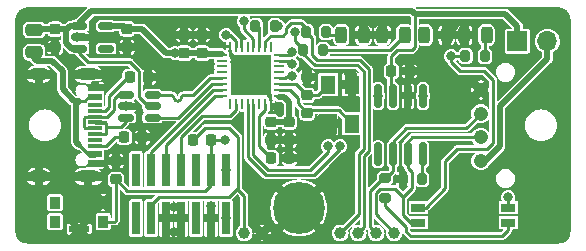
<source format=gbr>
%TF.GenerationSoftware,KiCad,Pcbnew,7.0.5*%
%TF.CreationDate,2024-01-08T00:08:42+01:00*%
%TF.ProjectId,can-usb-dongle,63616e2d-7573-4622-9d64-6f6e676c652e,rev?*%
%TF.SameCoordinates,Original*%
%TF.FileFunction,Copper,L1,Top*%
%TF.FilePolarity,Positive*%
%FSLAX46Y46*%
G04 Gerber Fmt 4.6, Leading zero omitted, Abs format (unit mm)*
G04 Created by KiCad (PCBNEW 7.0.5) date 2024-01-08 00:08:42*
%MOMM*%
%LPD*%
G01*
G04 APERTURE LIST*
G04 Aperture macros list*
%AMRoundRect*
0 Rectangle with rounded corners*
0 $1 Rounding radius*
0 $2 $3 $4 $5 $6 $7 $8 $9 X,Y pos of 4 corners*
0 Add a 4 corners polygon primitive as box body*
4,1,4,$2,$3,$4,$5,$6,$7,$8,$9,$2,$3,0*
0 Add four circle primitives for the rounded corners*
1,1,$1+$1,$2,$3*
1,1,$1+$1,$4,$5*
1,1,$1+$1,$6,$7*
1,1,$1+$1,$8,$9*
0 Add four rect primitives between the rounded corners*
20,1,$1+$1,$2,$3,$4,$5,0*
20,1,$1+$1,$4,$5,$6,$7,0*
20,1,$1+$1,$6,$7,$8,$9,0*
20,1,$1+$1,$8,$9,$2,$3,0*%
G04 Aperture macros list end*
%TA.AperFunction,SMDPad,CuDef*%
%ADD10RoundRect,0.225000X0.250000X-0.225000X0.250000X0.225000X-0.250000X0.225000X-0.250000X-0.225000X0*%
%TD*%
%TA.AperFunction,SMDPad,CuDef*%
%ADD11RoundRect,0.225000X-0.225000X-0.250000X0.225000X-0.250000X0.225000X0.250000X-0.225000X0.250000X0*%
%TD*%
%TA.AperFunction,SMDPad,CuDef*%
%ADD12RoundRect,0.225000X0.225000X0.250000X-0.225000X0.250000X-0.225000X-0.250000X0.225000X-0.250000X0*%
%TD*%
%TA.AperFunction,SMDPad,CuDef*%
%ADD13RoundRect,0.200000X0.200000X0.275000X-0.200000X0.275000X-0.200000X-0.275000X0.200000X-0.275000X0*%
%TD*%
%TA.AperFunction,SMDPad,CuDef*%
%ADD14C,1.000000*%
%TD*%
%TA.AperFunction,SMDPad,CuDef*%
%ADD15RoundRect,0.250000X0.475000X-0.250000X0.475000X0.250000X-0.475000X0.250000X-0.475000X-0.250000X0*%
%TD*%
%TA.AperFunction,SMDPad,CuDef*%
%ADD16R,1.270000X0.760000*%
%TD*%
%TA.AperFunction,SMDPad,CuDef*%
%ADD17RoundRect,0.243750X-0.243750X-0.456250X0.243750X-0.456250X0.243750X0.456250X-0.243750X0.456250X0*%
%TD*%
%TA.AperFunction,SMDPad,CuDef*%
%ADD18R,1.300000X1.600000*%
%TD*%
%TA.AperFunction,SMDPad,CuDef*%
%ADD19RoundRect,0.062500X0.375000X0.062500X-0.375000X0.062500X-0.375000X-0.062500X0.375000X-0.062500X0*%
%TD*%
%TA.AperFunction,SMDPad,CuDef*%
%ADD20RoundRect,0.062500X0.062500X0.375000X-0.062500X0.375000X-0.062500X-0.375000X0.062500X-0.375000X0*%
%TD*%
%TA.AperFunction,SMDPad,CuDef*%
%ADD21R,3.450000X3.450000*%
%TD*%
%TA.AperFunction,SMDPad,CuDef*%
%ADD22RoundRect,0.150000X-0.512500X-0.150000X0.512500X-0.150000X0.512500X0.150000X-0.512500X0.150000X0*%
%TD*%
%TA.AperFunction,SMDPad,CuDef*%
%ADD23RoundRect,0.243750X0.243750X0.456250X-0.243750X0.456250X-0.243750X-0.456250X0.243750X-0.456250X0*%
%TD*%
%TA.AperFunction,SMDPad,CuDef*%
%ADD24RoundRect,0.150000X-0.150000X0.825000X-0.150000X-0.825000X0.150000X-0.825000X0.150000X0.825000X0*%
%TD*%
%TA.AperFunction,SMDPad,CuDef*%
%ADD25RoundRect,0.225000X-0.250000X0.225000X-0.250000X-0.225000X0.250000X-0.225000X0.250000X0.225000X0*%
%TD*%
%TA.AperFunction,ComponentPad*%
%ADD26C,1.208000*%
%TD*%
%TA.AperFunction,SMDPad,CuDef*%
%ADD27RoundRect,0.200000X-0.275000X0.200000X-0.275000X-0.200000X0.275000X-0.200000X0.275000X0.200000X0*%
%TD*%
%TA.AperFunction,SMDPad,CuDef*%
%ADD28R,0.740000X2.790000*%
%TD*%
%TA.AperFunction,SMDPad,CuDef*%
%ADD29R,1.150000X0.600000*%
%TD*%
%TA.AperFunction,SMDPad,CuDef*%
%ADD30R,1.150000X0.300000*%
%TD*%
%TA.AperFunction,ComponentPad*%
%ADD31O,2.100000X1.000000*%
%TD*%
%TA.AperFunction,ComponentPad*%
%ADD32O,1.800000X1.000000*%
%TD*%
%TA.AperFunction,ComponentPad*%
%ADD33R,1.700000X1.700000*%
%TD*%
%TA.AperFunction,ComponentPad*%
%ADD34O,1.700000X1.700000*%
%TD*%
%TA.AperFunction,ComponentPad*%
%ADD35C,4.400000*%
%TD*%
%TA.AperFunction,SMDPad,CuDef*%
%ADD36R,0.900000X1.000000*%
%TD*%
%TA.AperFunction,SMDPad,CuDef*%
%ADD37R,1.700000X0.550000*%
%TD*%
%TA.AperFunction,ViaPad*%
%ADD38C,0.800000*%
%TD*%
%TA.AperFunction,Conductor*%
%ADD39C,0.500000*%
%TD*%
%TA.AperFunction,Conductor*%
%ADD40C,0.250000*%
%TD*%
G04 APERTURE END LIST*
D10*
%TO.P,C5,1*%
%TO.N,+3.3V*%
X35814000Y-33876000D03*
%TO.P,C5,2*%
%TO.N,GND*%
X35814000Y-32326000D03*
%TD*%
D11*
%TO.P,R3,1*%
%TO.N,Net-(J1-CC1)*%
X29705000Y-35908000D03*
%TO.P,R3,2*%
%TO.N,GND*%
X31255000Y-35908000D03*
%TD*%
%TO.P,C3,1*%
%TO.N,+5V*%
X51823000Y-35400000D03*
%TO.P,C3,2*%
%TO.N,GND*%
X53373000Y-35400000D03*
%TD*%
D12*
%TO.P,R8,1*%
%TO.N,/~{RST}*%
X36589000Y-41242000D03*
%TO.P,R8,2*%
%TO.N,+3.3V*%
X35039000Y-41242000D03*
%TD*%
D13*
%TO.P,R6,1*%
%TO.N,Net-(D2-A)*%
X41973000Y-31590000D03*
%TO.P,R6,2*%
%TO.N,/STATUS*%
X40323000Y-31590000D03*
%TD*%
D14*
%TO.P,TP5,1,1*%
%TO.N,/CANL*%
X50546000Y-49116000D03*
%TD*%
D15*
%TO.P,F1,1*%
%TO.N,Net-(F1-Pad1)*%
X21590000Y-33810000D03*
%TO.P,F1,2*%
%TO.N,+5V*%
X21590000Y-31910000D03*
%TD*%
D16*
%TO.P,SW2,1*%
%TO.N,+3.3V*%
X54122000Y-46957000D03*
%TO.P,SW2,2*%
%TO.N,/CANH*%
X54122000Y-48227000D03*
%TO.P,SW2,3*%
%TO.N,Net-(R9-Pad2)*%
X61742000Y-48227000D03*
%TO.P,SW2,4*%
%TO.N,/BOOT0*%
X61742000Y-46957000D03*
%TD*%
D17*
%TO.P,D3,1,K*%
%TO.N,GND*%
X51074000Y-32352000D03*
%TO.P,D3,2,A*%
%TO.N,Net-(D3-A)*%
X52949000Y-32352000D03*
%TD*%
D18*
%TO.P,Y1,1,1*%
%TO.N,Net-(U1-PF1)*%
X46498000Y-36544000D03*
%TO.P,Y1,2,2*%
%TO.N,GND*%
X46498000Y-39844000D03*
%TO.P,Y1,3,3*%
%TO.N,Net-(U1-PF0)*%
X48498000Y-39844000D03*
%TO.P,Y1,4,4*%
%TO.N,GND*%
X48498000Y-36544000D03*
%TD*%
D19*
%TO.P,U1,1,VDD*%
%TO.N,+3.3V*%
X42343500Y-37506500D03*
%TO.P,U1,2,PF0*%
%TO.N,Net-(U1-PF0)*%
X42343500Y-37006500D03*
%TO.P,U1,3,PF1*%
%TO.N,Net-(U1-PF1)*%
X42343500Y-36506500D03*
%TO.P,U1,4,PG10*%
%TO.N,/~{RST}*%
X42343500Y-36006500D03*
%TO.P,U1,5,PA0*%
%TO.N,unconnected-(U1-PA0-Pad5)*%
X42343500Y-35506500D03*
%TO.P,U1,6,PA1*%
%TO.N,unconnected-(U1-PA1-Pad6)*%
X42343500Y-35006500D03*
%TO.P,U1,7,PA2*%
%TO.N,/VCP_TX*%
X42343500Y-34506500D03*
%TO.P,U1,8,PA3*%
%TO.N,/VCP_RX*%
X42343500Y-34006500D03*
D20*
%TO.P,U1,9,PA4*%
%TO.N,unconnected-(U1-PA4-Pad9)*%
X41656000Y-33319000D03*
%TO.P,U1,10,PA5*%
%TO.N,/EXT_AU*%
X41156000Y-33319000D03*
%TO.P,U1,11,PA6*%
%TO.N,/STATUS*%
X40656000Y-33319000D03*
%TO.P,U1,12,PA7*%
%TO.N,/EXT_RST*%
X40156000Y-33319000D03*
%TO.P,U1,13,PB0*%
%TO.N,unconnected-(U1-PB0-Pad13)*%
X39656000Y-33319000D03*
%TO.P,U1,14,VSSA*%
%TO.N,GND*%
X39156000Y-33319000D03*
%TO.P,U1,15,VDDA*%
%TO.N,+3.3V*%
X38656000Y-33319000D03*
%TO.P,U1,16,VSS*%
%TO.N,GND*%
X38156000Y-33319000D03*
D19*
%TO.P,U1,17,VDD*%
%TO.N,+3.3V*%
X37468500Y-34006500D03*
%TO.P,U1,18,PA8*%
%TO.N,unconnected-(U1-PA8-Pad18)*%
X37468500Y-34506500D03*
%TO.P,U1,19,PA9*%
%TO.N,unconnected-(U1-PA9-Pad19)*%
X37468500Y-35006500D03*
%TO.P,U1,20,PA10*%
%TO.N,unconnected-(U1-PA10-Pad20)*%
X37468500Y-35506500D03*
%TO.P,U1,21,PA11*%
%TO.N,/USB_N*%
X37468500Y-36006500D03*
%TO.P,U1,22,PA12*%
%TO.N,/USB_P*%
X37468500Y-36506500D03*
%TO.P,U1,23,PA13*%
%TO.N,/SWDIO*%
X37468500Y-37006500D03*
%TO.P,U1,24,PA14*%
%TO.N,/SWCLK*%
X37468500Y-37506500D03*
D20*
%TO.P,U1,25,PA15*%
%TO.N,unconnected-(U1-PA15-Pad25)*%
X38156000Y-38194000D03*
%TO.P,U1,26,PB3*%
%TO.N,/SWO*%
X38656000Y-38194000D03*
%TO.P,U1,27,PB4*%
%TO.N,unconnected-(U1-PB4-Pad27)*%
X39156000Y-38194000D03*
%TO.P,U1,28,PB5*%
%TO.N,/CAN_TX*%
X39656000Y-38194000D03*
%TO.P,U1,29,PB6*%
%TO.N,/CAN_RX*%
X40156000Y-38194000D03*
%TO.P,U1,30,PB7*%
%TO.N,unconnected-(U1-PB7-Pad30)*%
X40656000Y-38194000D03*
%TO.P,U1,31,PB8*%
%TO.N,/BOOT0*%
X41156000Y-38194000D03*
%TO.P,U1,32,VSS*%
%TO.N,GND*%
X41656000Y-38194000D03*
D21*
%TO.P,U1,33,VSS*%
X39906000Y-35756500D03*
%TD*%
D10*
%TO.P,C4,1*%
%TO.N,+3.3V*%
X34290000Y-33876000D03*
%TO.P,C4,2*%
%TO.N,GND*%
X34290000Y-32326000D03*
%TD*%
D12*
%TO.P,R4,1*%
%TO.N,GND*%
X30747000Y-40988000D03*
%TO.P,R4,2*%
%TO.N,Net-(J1-CC2)*%
X29197000Y-40988000D03*
%TD*%
D22*
%TO.P,U3,1*%
%TO.N,/D_N*%
X29342500Y-37432000D03*
%TO.P,U3,2*%
%TO.N,GND*%
X29342500Y-38382000D03*
%TO.P,U3,3*%
%TO.N,/D_P*%
X29342500Y-39332000D03*
%TO.P,U3,4*%
%TO.N,/USB_P*%
X31617500Y-39332000D03*
%TO.P,U3,5*%
%TO.N,+5V*%
X31617500Y-38382000D03*
%TO.P,U3,6*%
%TO.N,/USB_N*%
X31617500Y-37432000D03*
%TD*%
D23*
%TO.P,D2,1,K*%
%TO.N,GND*%
X56505000Y-32352000D03*
%TO.P,D2,2,A*%
%TO.N,Net-(D2-A)*%
X54630000Y-32352000D03*
%TD*%
D10*
%TO.P,C9,1*%
%TO.N,/~{RST}*%
X28500000Y-44575000D03*
%TO.P,C9,2*%
%TO.N,GND*%
X28500000Y-43025000D03*
%TD*%
D13*
%TO.P,R10,1*%
%TO.N,Net-(D4-A)*%
X46291000Y-32098000D03*
%TO.P,R10,2*%
%TO.N,/EXT_AU*%
X44641000Y-32098000D03*
%TD*%
%TO.P,R5,1*%
%TO.N,Net-(D1-A)*%
X59753000Y-34130000D03*
%TO.P,R5,2*%
%TO.N,+3.3V*%
X58103000Y-34130000D03*
%TD*%
D24*
%TO.P,U2,1,TXD*%
%TO.N,/CAN_TX*%
X54503000Y-37497000D03*
%TO.P,U2,2,VSS*%
%TO.N,GND*%
X53233000Y-37497000D03*
%TO.P,U2,3,VDD*%
%TO.N,+5V*%
X51963000Y-37497000D03*
%TO.P,U2,4,RXD*%
%TO.N,/CAN_RX*%
X50693000Y-37497000D03*
%TO.P,U2,5,Vref*%
%TO.N,unconnected-(U2-Vref-Pad5)*%
X50693000Y-42447000D03*
%TO.P,U2,6,CANL*%
%TO.N,/CANL*%
X51963000Y-42447000D03*
%TO.P,U2,7,CANH*%
%TO.N,/CANH*%
X53233000Y-42447000D03*
%TO.P,U2,8,Rs*%
%TO.N,Net-(U2-Rs)*%
X54503000Y-42447000D03*
%TD*%
D25*
%TO.P,C8,1*%
%TO.N,+5V*%
X23368000Y-31844000D03*
%TO.P,C8,2*%
%TO.N,GND*%
X23368000Y-33394000D03*
%TD*%
D26*
%TO.P,J2,1,Pin_1*%
%TO.N,Net-(J2-Pin_1)*%
X59392000Y-43000000D03*
%TO.P,J2,2,Pin_2*%
%TO.N,/CANH*%
X59392000Y-41000000D03*
%TO.P,J2,3,Pin_3*%
%TO.N,/CANL*%
X59392000Y-39000000D03*
%TO.P,J2,4,Pin_4*%
%TO.N,GND*%
X59392000Y-37000000D03*
%TD*%
D14*
%TO.P,TP4,1,1*%
%TO.N,/EXT_AU*%
X49022000Y-49116000D03*
%TD*%
D27*
%TO.P,R9,1*%
%TO.N,/CANL*%
X51308000Y-44481000D03*
%TO.P,R9,2*%
%TO.N,Net-(R9-Pad2)*%
X51308000Y-46131000D03*
%TD*%
D28*
%TO.P,J3,1,Pin_1*%
%TO.N,unconnected-(J3-Pin_1-Pad1)*%
X30226000Y-47852000D03*
%TO.P,J3,2,Pin_2*%
%TO.N,unconnected-(J3-Pin_2-Pad2)*%
X30226000Y-43782000D03*
%TO.P,J3,3,Pin_3*%
%TO.N,+3.3V*%
X31496000Y-47852000D03*
%TO.P,J3,4,Pin_4*%
%TO.N,/SWDIO*%
X31496000Y-43782000D03*
%TO.P,J3,5,Pin_5*%
%TO.N,GND*%
X32766000Y-47852000D03*
%TO.P,J3,6,Pin_6*%
%TO.N,/SWCLK*%
X32766000Y-43782000D03*
%TO.P,J3,7,Pin_7*%
%TO.N,GND*%
X34036000Y-47852000D03*
%TO.P,J3,8,Pin_8*%
%TO.N,/SWO*%
X34036000Y-43782000D03*
%TO.P,J3,9,Pin_9*%
%TO.N,unconnected-(J3-Pin_9-Pad9)*%
X35306000Y-47852000D03*
%TO.P,J3,10,Pin_10*%
%TO.N,unconnected-(J3-Pin_10-Pad10)*%
X35306000Y-43782000D03*
%TO.P,J3,11,Pin_11*%
%TO.N,GND*%
X36576000Y-47852000D03*
%TO.P,J3,12,Pin_12*%
%TO.N,/~{RST}*%
X36576000Y-43782000D03*
%TO.P,J3,13,Pin_13*%
%TO.N,/VCP_RX*%
X37846000Y-47852000D03*
%TO.P,J3,14,Pin_14*%
%TO.N,/VCP_TX*%
X37846000Y-43782000D03*
%TD*%
D14*
%TO.P,TP3,1,1*%
%TO.N,/EXT_RST*%
X47498000Y-49116000D03*
%TD*%
D25*
%TO.P,C6,1*%
%TO.N,+3.3V*%
X43180000Y-39705000D03*
%TO.P,C6,2*%
%TO.N,GND*%
X43180000Y-41255000D03*
%TD*%
D12*
%TO.P,R2,1*%
%TO.N,GND*%
X43193000Y-42766000D03*
%TO.P,R2,2*%
%TO.N,/BOOT0*%
X41643000Y-42766000D03*
%TD*%
D22*
%TO.P,U4,1,IN*%
%TO.N,+5V*%
X25400000Y-31590000D03*
%TO.P,U4,2,GND*%
%TO.N,GND*%
X25400000Y-32540000D03*
%TO.P,U4,3,EN*%
%TO.N,+5V*%
X25400000Y-33490000D03*
%TO.P,U4,4,NC*%
%TO.N,unconnected-(U4-NC-Pad4)*%
X27675000Y-33490000D03*
%TO.P,U4,5,OUT*%
%TO.N,+3.3V*%
X27675000Y-31590000D03*
%TD*%
D25*
%TO.P,C10,1*%
%TO.N,+3.3V*%
X29464000Y-31831000D03*
%TO.P,C10,2*%
%TO.N,GND*%
X29464000Y-33381000D03*
%TD*%
D14*
%TO.P,TP1,1,1*%
%TO.N,+3.3V*%
X39370000Y-49116000D03*
%TD*%
D29*
%TO.P,J1,A1,GND*%
%TO.N,GND*%
X26737000Y-36800000D03*
%TO.P,J1,A4,VBUS*%
%TO.N,Net-(F1-Pad1)*%
X26737000Y-37600000D03*
D30*
%TO.P,J1,A5,CC1*%
%TO.N,Net-(J1-CC1)*%
X26737000Y-38750000D03*
%TO.P,J1,A6,D+*%
%TO.N,/D_P*%
X26737000Y-39750000D03*
%TO.P,J1,A7,D-*%
%TO.N,/D_N*%
X26737000Y-40250000D03*
%TO.P,J1,A8,SBU1*%
%TO.N,unconnected-(J1-SBU1-PadA8)*%
X26737000Y-41250000D03*
D29*
%TO.P,J1,A9,VBUS*%
%TO.N,Net-(F1-Pad1)*%
X26737000Y-42400000D03*
%TO.P,J1,A12,GND*%
%TO.N,GND*%
X26737000Y-43200000D03*
%TO.P,J1,B1,GND*%
X26737000Y-43200000D03*
%TO.P,J1,B4,VBUS*%
%TO.N,Net-(F1-Pad1)*%
X26737000Y-42400000D03*
D30*
%TO.P,J1,B5,CC2*%
%TO.N,Net-(J1-CC2)*%
X26737000Y-41750000D03*
%TO.P,J1,B6,D+*%
%TO.N,/D_P*%
X26737000Y-40750000D03*
%TO.P,J1,B7,D-*%
%TO.N,/D_N*%
X26737000Y-39250000D03*
%TO.P,J1,B8,SBU2*%
%TO.N,unconnected-(J1-SBU2-PadB8)*%
X26737000Y-38250000D03*
D29*
%TO.P,J1,B9,VBUS*%
%TO.N,Net-(F1-Pad1)*%
X26737000Y-37600000D03*
%TO.P,J1,B12,GND*%
%TO.N,GND*%
X26737000Y-36800000D03*
D31*
%TO.P,J1,S1,SHIELD*%
X26162000Y-35680000D03*
D32*
X21982000Y-35680000D03*
D31*
X26162000Y-44320000D03*
D32*
X21982000Y-44320000D03*
%TD*%
D14*
%TO.P,TP2,1,1*%
%TO.N,GND*%
X40894000Y-49116000D03*
%TD*%
D13*
%TO.P,R1,1*%
%TO.N,Net-(U2-Rs)*%
X54439000Y-44544000D03*
%TO.P,R1,2*%
%TO.N,GND*%
X52789000Y-44544000D03*
%TD*%
D33*
%TO.P,JP1,1,A*%
%TO.N,+5V*%
X62499000Y-32860000D03*
D34*
%TO.P,JP1,2,B*%
%TO.N,Net-(J2-Pin_1)*%
X65039000Y-32860000D03*
%TD*%
D13*
%TO.P,R7,1*%
%TO.N,Net-(D3-A)*%
X46037000Y-33622000D03*
%TO.P,R7,2*%
%TO.N,/EXT_RST*%
X44387000Y-33622000D03*
%TD*%
D10*
%TO.P,C2,1*%
%TO.N,Net-(U1-PF1)*%
X44704000Y-37445000D03*
%TO.P,C2,2*%
%TO.N,GND*%
X44704000Y-35895000D03*
%TD*%
D14*
%TO.P,TP6,1,1*%
%TO.N,/CANH*%
X52070000Y-49095000D03*
%TD*%
D35*
%TO.P,H1,1,1*%
%TO.N,GND*%
X44000000Y-47000000D03*
%TD*%
D25*
%TO.P,C7,1*%
%TO.N,+3.3V*%
X41656000Y-39705000D03*
%TO.P,C7,2*%
%TO.N,GND*%
X41656000Y-41255000D03*
%TD*%
D23*
%TO.P,D4,1,K*%
%TO.N,GND*%
X49471500Y-32352000D03*
%TO.P,D4,2,A*%
%TO.N,Net-(D4-A)*%
X47596500Y-32352000D03*
%TD*%
D25*
%TO.P,C1,1*%
%TO.N,Net-(U1-PF0)*%
X44704000Y-38943000D03*
%TO.P,C1,2*%
%TO.N,GND*%
X44704000Y-40493000D03*
%TD*%
D36*
%TO.P,SW1,1,1*%
%TO.N,unconnected-(SW1-Pad1)*%
X23350000Y-48138000D03*
%TO.P,SW1,2,2*%
%TO.N,unconnected-(SW1-Pad2)*%
X23350000Y-46538000D03*
%TO.P,SW1,3,3*%
%TO.N,GND*%
X27450000Y-46538000D03*
%TO.P,SW1,4,4*%
%TO.N,/~{RST}*%
X27450000Y-48138000D03*
D37*
%TO.P,SW1,SH,SH*%
%TO.N,GND*%
X25400000Y-48763000D03*
%TD*%
D17*
%TO.P,D1,1,K*%
%TO.N,GND*%
X58010500Y-32352000D03*
%TO.P,D1,2,A*%
%TO.N,Net-(D1-A)*%
X59885500Y-32352000D03*
%TD*%
D38*
%TO.N,+3.3V*%
X41656000Y-39718000D03*
X35039000Y-41242000D03*
X56896000Y-34130000D03*
X37835604Y-32334300D03*
X33528000Y-33876000D03*
%TO.N,GND*%
X28500000Y-42100000D03*
X35052000Y-35400000D03*
X50292000Y-31423500D03*
X41148000Y-36924000D03*
X34798000Y-36416000D03*
X61722000Y-42512000D03*
X62992000Y-34892000D03*
X66294000Y-36416000D03*
X31750000Y-34638000D03*
X25190057Y-32541672D03*
X48260000Y-37940000D03*
X20828000Y-36924000D03*
X47244000Y-37940000D03*
X44704000Y-41496000D03*
X50546000Y-34384000D03*
X47752000Y-43490500D03*
X48260000Y-35654000D03*
X32258000Y-31844000D03*
X32258000Y-40226000D03*
X65786000Y-30828000D03*
X20574000Y-43020000D03*
X29321850Y-38366711D03*
X44704000Y-35400000D03*
X55880000Y-38702000D03*
X53848000Y-34384000D03*
X57150000Y-44798000D03*
X52832000Y-44544000D03*
X36576000Y-46830000D03*
X28448000Y-49370000D03*
X56134000Y-35654000D03*
X57150000Y-31590000D03*
X37084000Y-31423500D03*
X46736000Y-39464000D03*
X66294000Y-42512000D03*
X39624000Y-44036000D03*
X33411147Y-49009308D03*
X22098000Y-49116000D03*
X32512000Y-36416000D03*
X60198000Y-48608000D03*
X38608000Y-34638000D03*
X40132000Y-36924000D03*
X27940000Y-35362500D03*
X55372000Y-48608000D03*
X42164000Y-38448000D03*
X30480000Y-39972000D03*
X33390825Y-46865327D03*
X48514000Y-41402000D03*
X50800000Y-39972000D03*
X38862000Y-39718000D03*
X42418000Y-41242000D03*
X62738000Y-49370000D03*
X23368000Y-33368000D03*
X43180000Y-42004000D03*
%TO.N,/EXT_RST*%
X43641500Y-32077500D03*
X39336889Y-31169291D03*
%TO.N,/~{RST}*%
X37750500Y-41242000D03*
X43434000Y-35782000D03*
%TO.N,/VCP_RX*%
X43387500Y-33776500D03*
X37846000Y-47852000D03*
%TO.N,/VCP_TX*%
X43434000Y-34775583D03*
X37846000Y-43782000D03*
%TO.N,/CAN_TX*%
X54503000Y-37497000D03*
X47494051Y-41762548D03*
%TO.N,/CAN_RX*%
X46482000Y-41750000D03*
X50693000Y-37497000D03*
%TO.N,/BOOT0*%
X41656000Y-42766000D03*
X61722000Y-46068000D03*
%TO.N,Net-(D2-A)*%
X42217310Y-31587369D03*
X54630000Y-32352000D03*
%TD*%
D39*
%TO.N,+3.3V*%
X43180000Y-37991172D02*
X42770328Y-37581500D01*
D40*
X38100000Y-46068000D02*
X32135000Y-46068000D01*
X56896000Y-34638000D02*
X57658000Y-35400000D01*
X36055000Y-40226000D02*
X38100000Y-40226000D01*
X59690000Y-35400000D02*
X60452000Y-36162000D01*
X57404000Y-42004000D02*
X56388000Y-43020000D01*
D39*
X34290000Y-33876000D02*
X35814000Y-33876000D01*
X27675000Y-31590000D02*
X29223000Y-31590000D01*
D40*
X35039000Y-41242000D02*
X36055000Y-40226000D01*
X31496000Y-46707000D02*
X31496000Y-47852000D01*
X38862000Y-45306000D02*
X38100000Y-46068000D01*
D39*
X29223000Y-31590000D02*
X29464000Y-31831000D01*
D40*
X38156808Y-32334300D02*
X38656000Y-32833492D01*
X56388000Y-45306000D02*
X54737000Y-46957000D01*
X54737000Y-46957000D02*
X54122000Y-46957000D01*
D39*
X35814000Y-33876000D02*
X35869500Y-33931500D01*
D40*
X56896000Y-34130000D02*
X58103000Y-34130000D01*
D39*
X43180000Y-39705000D02*
X43180000Y-37991172D01*
X32766000Y-33876000D02*
X34290000Y-33876000D01*
D40*
X59944000Y-42004000D02*
X57404000Y-42004000D01*
X60452000Y-41496000D02*
X59944000Y-42004000D01*
X57658000Y-35400000D02*
X59690000Y-35400000D01*
X60452000Y-36162000D02*
X60452000Y-41496000D01*
X38862000Y-45433000D02*
X38862000Y-45306000D01*
X38862000Y-40988000D02*
X38862000Y-45306000D01*
D39*
X30721000Y-31831000D02*
X32766000Y-33876000D01*
D40*
X38100000Y-40226000D02*
X38862000Y-40988000D01*
D39*
X42770328Y-37581500D02*
X42343500Y-37581500D01*
X43180000Y-39705000D02*
X41656000Y-39705000D01*
D40*
X38656000Y-32833492D02*
X38656000Y-33319000D01*
X37835604Y-32334300D02*
X38156808Y-32334300D01*
X56896000Y-34130000D02*
X56896000Y-34638000D01*
X32135000Y-46068000D02*
X31496000Y-46707000D01*
X39370000Y-49116000D02*
X39370000Y-45941000D01*
D39*
X29464000Y-31831000D02*
X30721000Y-31831000D01*
D40*
X56388000Y-43020000D02*
X56388000Y-45306000D01*
D39*
X35869500Y-33931500D02*
X37468500Y-33931500D01*
D40*
X39370000Y-45941000D02*
X38862000Y-45433000D01*
D39*
%TO.N,+5V*%
X62499000Y-31585000D02*
X62499000Y-32860000D01*
X24287500Y-31940500D02*
X24287500Y-33017500D01*
X25400000Y-31590000D02*
X24638000Y-31590000D01*
D40*
X29687817Y-34638000D02*
X30480000Y-35430183D01*
D39*
X38354000Y-30320000D02*
X38354709Y-30319291D01*
X53848000Y-30574000D02*
X61488000Y-30574000D01*
X23368000Y-31844000D02*
X21656000Y-31844000D01*
D40*
X25400000Y-33490000D02*
X25400000Y-33876000D01*
D39*
X21656000Y-31844000D02*
X21590000Y-31910000D01*
D40*
X51823000Y-37357000D02*
X51963000Y-37497000D01*
X25400000Y-33876000D02*
X26162000Y-34638000D01*
X53817500Y-33344500D02*
X53817500Y-30604500D01*
X31233249Y-38382000D02*
X31617500Y-38382000D01*
D39*
X53593291Y-30319291D02*
X53848000Y-30574000D01*
X25400000Y-31590000D02*
X25400000Y-31336000D01*
D40*
X51823000Y-35400000D02*
X51823000Y-37357000D01*
X52324000Y-33622000D02*
X53540000Y-33622000D01*
D39*
X24287500Y-33017500D02*
X24760000Y-33490000D01*
X61488000Y-30574000D02*
X62499000Y-31585000D01*
D40*
X51823000Y-34123000D02*
X52324000Y-33622000D01*
D39*
X24760000Y-33490000D02*
X25400000Y-33490000D01*
X38354709Y-30319291D02*
X53593291Y-30319291D01*
D40*
X53540000Y-33622000D02*
X53817500Y-33344500D01*
D39*
X24638000Y-31590000D02*
X24384000Y-31844000D01*
D40*
X30480000Y-35430183D02*
X30480000Y-37628751D01*
X30480000Y-37628751D02*
X31233249Y-38382000D01*
D39*
X25400000Y-31336000D02*
X26416000Y-30320000D01*
D40*
X26162000Y-34638000D02*
X29687817Y-34638000D01*
D39*
X26416000Y-30320000D02*
X38354000Y-30320000D01*
X24384000Y-31844000D02*
X24287500Y-31940500D01*
D40*
X51823000Y-35400000D02*
X51823000Y-34123000D01*
X53817500Y-30604500D02*
X53848000Y-30574000D01*
D39*
X24384000Y-31844000D02*
X23368000Y-31844000D01*
D40*
%TO.N,/STATUS*%
X40656000Y-33319000D02*
X40656000Y-31669000D01*
X40656000Y-31669000D02*
X40577000Y-31590000D01*
%TO.N,/EXT_RST*%
X48957802Y-34892000D02*
X49473000Y-35407198D01*
X44387000Y-33622000D02*
X44387000Y-33941396D01*
X49080000Y-47534000D02*
X47498000Y-49116000D01*
X44387000Y-33559000D02*
X44387000Y-33622000D01*
X43641500Y-32077500D02*
X43641500Y-32813500D01*
X39336889Y-31821351D02*
X40156000Y-32640462D01*
X49473000Y-35407198D02*
X49473000Y-42020249D01*
X39336889Y-31169291D02*
X39336889Y-31821351D01*
X44387000Y-33941396D02*
X45337604Y-34892000D01*
X49080000Y-42413249D02*
X49080000Y-47534000D01*
X43641500Y-32813500D02*
X44387000Y-33559000D01*
X40156000Y-32640462D02*
X40156000Y-33319000D01*
X49473000Y-42020249D02*
X49080000Y-42413249D01*
X45337604Y-34892000D02*
X48957802Y-34892000D01*
%TO.N,/EXT_AU*%
X49923000Y-42206645D02*
X49923000Y-35220802D01*
X43341195Y-31352500D02*
X42916500Y-31777195D01*
X44641000Y-32098000D02*
X44641000Y-31781000D01*
X42916500Y-31777195D02*
X42916500Y-32107500D01*
X44212500Y-31352500D02*
X43341195Y-31352500D01*
X42634000Y-32390000D02*
X41599492Y-32390000D01*
X49530000Y-48608000D02*
X49530000Y-42599645D01*
X41156000Y-32833492D02*
X41156000Y-33319000D01*
X45112000Y-34030000D02*
X45112000Y-32569000D01*
X44641000Y-31781000D02*
X44212500Y-31352500D01*
X45524000Y-34442000D02*
X45112000Y-34030000D01*
X49923000Y-35220802D02*
X49144198Y-34442000D01*
X42916500Y-32107500D02*
X42634000Y-32390000D01*
X41599492Y-32390000D02*
X41156000Y-32833492D01*
X49530000Y-42599645D02*
X49923000Y-42206645D01*
X49144198Y-34442000D02*
X45524000Y-34442000D01*
X45112000Y-32569000D02*
X44641000Y-32098000D01*
X49022000Y-49116000D02*
X49530000Y-48608000D01*
%TO.N,/SWDIO*%
X37468500Y-37006500D02*
X36748891Y-37006500D01*
X36748891Y-37006500D02*
X31496000Y-42259391D01*
X31496000Y-42259391D02*
X31496000Y-43782000D01*
%TO.N,/SWCLK*%
X37468500Y-37506500D02*
X36885287Y-37506500D01*
X32766000Y-41625787D02*
X32766000Y-43782000D01*
X36885287Y-37506500D02*
X32766000Y-41625787D01*
%TO.N,/SWO*%
X38656000Y-38194000D02*
X38656000Y-38679508D01*
X34036000Y-40992183D02*
X34036000Y-43782000D01*
X35818183Y-39210000D02*
X34036000Y-40992183D01*
X38656000Y-38679508D02*
X38125508Y-39210000D01*
X38125508Y-39210000D02*
X35818183Y-39210000D01*
%TO.N,/~{RST}*%
X28410000Y-48138000D02*
X27450000Y-48138000D01*
X36576000Y-45052000D02*
X36068000Y-45560000D01*
X36576000Y-43782000D02*
X36576000Y-41255000D01*
X43322000Y-35894000D02*
X42941508Y-35894000D01*
X42941508Y-35894000D02*
X42829008Y-36006500D01*
X36576000Y-43782000D02*
X36576000Y-45052000D01*
X29464000Y-45539000D02*
X28500000Y-44575000D01*
X28500000Y-44575000D02*
X28500000Y-48048000D01*
X42829008Y-36006500D02*
X42343500Y-36006500D01*
X43434000Y-35782000D02*
X43322000Y-35894000D01*
X36589000Y-41242000D02*
X37750500Y-41242000D01*
X28500000Y-48048000D02*
X28410000Y-48138000D01*
X29464000Y-45560000D02*
X29464000Y-45539000D01*
X36068000Y-45560000D02*
X29464000Y-45560000D01*
%TO.N,/VCP_RX*%
X43157500Y-34006500D02*
X42343500Y-34006500D01*
X43387500Y-33776500D02*
X43157500Y-34006500D01*
%TO.N,/VCP_TX*%
X43434000Y-34775583D02*
X43164917Y-34506500D01*
X43164917Y-34506500D02*
X42343500Y-34506500D01*
%TO.N,/CANH*%
X50508000Y-45713538D02*
X50857538Y-45364000D01*
X54122000Y-48227000D02*
X53467000Y-48227000D01*
X53594000Y-45306000D02*
X53594000Y-43930000D01*
X52128000Y-45364000D02*
X52832000Y-46068000D01*
X53233000Y-42447000D02*
X53233000Y-41369000D01*
X53233000Y-43569000D02*
X53233000Y-42447000D01*
X53602000Y-41000000D02*
X59392000Y-41000000D01*
X52832000Y-46068000D02*
X53594000Y-45306000D01*
X52832000Y-47592000D02*
X52832000Y-46068000D01*
X50857538Y-45364000D02*
X52128000Y-45364000D01*
X52070000Y-49095000D02*
X50508000Y-47533000D01*
X53467000Y-48227000D02*
X52832000Y-47592000D01*
X50508000Y-47533000D02*
X50508000Y-45713538D01*
X53233000Y-41369000D02*
X53602000Y-41000000D01*
X53594000Y-43930000D02*
X53233000Y-43569000D01*
%TO.N,/CANL*%
X51963000Y-42447000D02*
X51963000Y-41369000D01*
X50058000Y-45527142D02*
X51104142Y-44481000D01*
X51371000Y-44481000D02*
X51308000Y-44481000D01*
X51104142Y-44481000D02*
X51308000Y-44481000D01*
X53106000Y-40226000D02*
X58166000Y-40226000D01*
X51963000Y-41369000D02*
X53106000Y-40226000D01*
X50058000Y-48628000D02*
X50058000Y-45527142D01*
X51963000Y-43889000D02*
X51371000Y-44481000D01*
X51963000Y-42447000D02*
X51963000Y-43889000D01*
X58166000Y-40226000D02*
X59392000Y-39000000D01*
X50546000Y-49116000D02*
X50058000Y-48628000D01*
%TO.N,Net-(R9-Pad2)*%
X61214000Y-49370000D02*
X53470000Y-49370000D01*
X53470000Y-49370000D02*
X53086000Y-48986000D01*
X61742000Y-48842000D02*
X61214000Y-49370000D01*
X61742000Y-48227000D02*
X61742000Y-48842000D01*
X53086000Y-48986000D02*
X53086000Y-48608000D01*
X51308000Y-46830000D02*
X51308000Y-46131000D01*
X53086000Y-48608000D02*
X51308000Y-46830000D01*
%TO.N,Net-(U1-PF0)*%
X43904000Y-38143000D02*
X43904000Y-37648000D01*
X47373000Y-38719000D02*
X48498000Y-39844000D01*
X44928000Y-38719000D02*
X47373000Y-38719000D01*
X43904000Y-37648000D02*
X43262500Y-37006500D01*
X43262500Y-37006500D02*
X42343500Y-37006500D01*
X44704000Y-38943000D02*
X44928000Y-38719000D01*
X44704000Y-38943000D02*
X43904000Y-38143000D01*
%TO.N,Net-(U1-PF1)*%
X43765500Y-36506500D02*
X44704000Y-37445000D01*
X44704000Y-37445000D02*
X45597000Y-37445000D01*
X45597000Y-37445000D02*
X46498000Y-36544000D01*
X42343500Y-36506500D02*
X43765500Y-36506500D01*
%TO.N,/USB_P*%
X33786995Y-39332000D02*
X36612495Y-36506500D01*
X31617500Y-39332000D02*
X33786995Y-39332000D01*
X36612495Y-36506500D02*
X37468500Y-36506500D01*
%TO.N,/USB_N*%
X33182052Y-37432000D02*
X33090000Y-37432000D01*
X36476099Y-36006500D02*
X35050599Y-37432000D01*
X35050599Y-37432000D02*
X34290000Y-37432000D01*
X37468500Y-36006500D02*
X36476099Y-36006500D01*
X33782052Y-37939949D02*
X33690000Y-37939949D01*
X34036026Y-37685974D02*
X34036026Y-37685975D01*
X33436026Y-37685975D02*
X33436026Y-37685974D01*
X33090000Y-37432000D02*
X31617500Y-37432000D01*
X33782052Y-37939926D02*
G75*
G03*
X34036026Y-37685975I48J253926D01*
G01*
X33436100Y-37685974D02*
G75*
G03*
X33182052Y-37432000I-254000J-26D01*
G01*
X33436051Y-37685975D02*
G75*
G03*
X33690000Y-37939949I253949J-25D01*
G01*
X34290000Y-37432026D02*
G75*
G03*
X34036026Y-37685974I0J-253974D01*
G01*
%TO.N,Net-(U2-Rs)*%
X54439000Y-44544000D02*
X54439000Y-42511000D01*
X54439000Y-42511000D02*
X54503000Y-42447000D01*
%TO.N,/CAN_TX*%
X45264282Y-44232000D02*
X47494051Y-42002231D01*
X39656000Y-42668213D02*
X41219787Y-44232000D01*
X41219787Y-44232000D02*
X45264282Y-44232000D01*
X47494051Y-42002231D02*
X47494051Y-41762548D01*
X39656000Y-38194000D02*
X39656000Y-42668213D01*
%TO.N,/CAN_RX*%
X41406183Y-43782000D02*
X40156000Y-42531817D01*
X46482000Y-41750000D02*
X46482000Y-42258000D01*
X40156000Y-42531817D02*
X40156000Y-38194000D01*
X44958000Y-43782000D02*
X41406183Y-43782000D01*
X46482000Y-42258000D02*
X44958000Y-43782000D01*
%TO.N,/BOOT0*%
X40640000Y-41750000D02*
X40640000Y-39200695D01*
X61722000Y-46937000D02*
X61742000Y-46957000D01*
X41656000Y-42766000D02*
X40640000Y-41750000D01*
X40640000Y-39200695D02*
X41156000Y-38684695D01*
X41156000Y-38684695D02*
X41156000Y-38194000D01*
X61722000Y-46068000D02*
X61722000Y-46937000D01*
D39*
%TO.N,Net-(F1-Pad1)*%
X21590000Y-34290000D02*
X21844000Y-34544000D01*
D40*
X25395000Y-37945000D02*
X25434026Y-37905974D01*
D39*
X21844000Y-34544000D02*
X23114000Y-34544000D01*
X24991000Y-37945000D02*
X25395000Y-37945000D01*
X24000000Y-35430000D02*
X24000000Y-36954000D01*
X21590000Y-33810000D02*
X21590000Y-34290000D01*
D40*
X26329949Y-37450000D02*
X25873975Y-37905974D01*
X26745000Y-37450000D02*
X26329949Y-37450000D01*
X26745000Y-42550000D02*
X26329949Y-42550000D01*
X26329949Y-42550000D02*
X25395000Y-41615051D01*
D39*
X25395000Y-37945000D02*
X25146000Y-38194000D01*
D40*
X25873975Y-37905974D02*
X25452987Y-37905974D01*
D39*
X25146000Y-41366051D02*
X25395000Y-41615051D01*
X25146000Y-38194000D02*
X25146000Y-41366051D01*
X23114000Y-34544000D02*
X24000000Y-35430000D01*
X24000000Y-36954000D02*
X24991000Y-37945000D01*
D40*
%TO.N,Net-(J1-CC1)*%
X29532249Y-35908000D02*
X29705000Y-35908000D01*
X26745000Y-38750000D02*
X27620000Y-38750000D01*
X27905000Y-37535249D02*
X29532249Y-35908000D01*
X27905000Y-38465000D02*
X27905000Y-37535249D01*
X27620000Y-38750000D02*
X27905000Y-38465000D01*
%TO.N,Net-(J1-CC2)*%
X27686000Y-41750000D02*
X26745000Y-41750000D01*
X29197000Y-40988000D02*
X28448000Y-40988000D01*
X28448000Y-40988000D02*
X27686000Y-41750000D01*
D39*
%TO.N,Net-(J2-Pin_1)*%
X61027000Y-41734172D02*
X59761172Y-43000000D01*
X59761172Y-43000000D02*
X59392000Y-43000000D01*
X61027000Y-38381000D02*
X61027000Y-41734172D01*
X65039000Y-34369000D02*
X61027000Y-38381000D01*
X65039000Y-32860000D02*
X65039000Y-34369000D01*
D40*
%TO.N,Net-(D1-A)*%
X59753000Y-32484500D02*
X59885500Y-32352000D01*
X59753000Y-34130000D02*
X59753000Y-32484500D01*
%TO.N,Net-(D3-A)*%
X52949000Y-32352000D02*
X51679000Y-33622000D01*
X51679000Y-33622000D02*
X46037000Y-33622000D01*
%TO.N,Net-(D4-A)*%
X46291000Y-32352000D02*
X46037000Y-32098000D01*
X47596500Y-32352000D02*
X46291000Y-32352000D01*
%TO.N,/D_P*%
X29342500Y-39332000D02*
X29342500Y-39707000D01*
X29342500Y-39707000D02*
X28956000Y-40093500D01*
X28956000Y-40093500D02*
X27645000Y-40093500D01*
X27620000Y-40750000D02*
X26745000Y-40750000D01*
X26745000Y-39750000D02*
X27620000Y-39750000D01*
X26770000Y-39775000D02*
X26745000Y-39750000D01*
X27645000Y-40725000D02*
X27620000Y-40750000D01*
X27645000Y-39775000D02*
X26770000Y-39775000D01*
X27620000Y-39750000D02*
X27645000Y-39775000D01*
X27645000Y-39775000D02*
X27645000Y-40725000D01*
%TO.N,/D_N*%
X28355000Y-37779000D02*
X28355000Y-38651396D01*
X25837000Y-39333000D02*
X25837000Y-40167000D01*
X25837000Y-40167000D02*
X25920000Y-40250000D01*
X28355000Y-38651396D02*
X27756396Y-39250000D01*
X27756396Y-39250000D02*
X25920000Y-39250000D01*
X29342500Y-37432000D02*
X28702000Y-37432000D01*
X25920000Y-39250000D02*
X25837000Y-39333000D01*
X25920000Y-40250000D02*
X26745000Y-40250000D01*
X28702000Y-37432000D02*
X28355000Y-37779000D01*
%TD*%
%TA.AperFunction,Conductor*%
%TO.N,GND*%
G36*
X38330500Y-33719896D02*
G01*
X38330501Y-33719904D01*
X38345759Y-33796616D01*
X38345760Y-33796618D01*
X38403494Y-33883023D01*
X38403888Y-33883612D01*
X38433018Y-33903076D01*
X38490882Y-33941740D01*
X38492085Y-33941979D01*
X38496644Y-33942885D01*
X38589298Y-34027234D01*
X38188878Y-34350882D01*
X38113611Y-33951966D01*
X38106499Y-33920031D01*
X38106499Y-33918103D01*
X38106498Y-33918095D01*
X38091240Y-33841383D01*
X38091239Y-33841381D01*
X38087854Y-33836316D01*
X38036838Y-33607243D01*
X38330500Y-33602793D01*
X38330500Y-33719896D01*
G37*
%TD.AperFunction*%
%TD*%
%TA.AperFunction,Conductor*%
%TO.N,GND*%
G36*
X49022000Y-35908000D02*
G01*
X48006000Y-35908000D01*
X47775833Y-35217500D01*
X48791833Y-35217500D01*
X49022000Y-35908000D01*
G37*
%TD.AperFunction*%
%TD*%
%TA.AperFunction,Conductor*%
%TO.N,GND*%
G36*
X47230322Y-39063454D02*
G01*
X47244000Y-39072593D01*
X47244000Y-40734000D01*
X46697604Y-41189329D01*
X46638760Y-41164955D01*
X46482000Y-41144318D01*
X46325239Y-41164955D01*
X46294944Y-41177504D01*
X46179159Y-41225464D01*
X46179158Y-41225464D01*
X46179155Y-41225466D01*
X46053723Y-41321713D01*
X46053713Y-41321723D01*
X45957466Y-41447155D01*
X45957464Y-41447158D01*
X45957464Y-41447159D01*
X45935113Y-41501117D01*
X45896955Y-41593239D01*
X45876318Y-41750000D01*
X45890996Y-41861502D01*
X45720000Y-42004000D01*
X43942000Y-42004000D01*
X43942000Y-39972000D01*
X44699000Y-39593500D01*
X44987484Y-39593500D01*
X44987488Y-39593500D01*
X45087126Y-39577719D01*
X45207220Y-39516528D01*
X45302528Y-39421220D01*
X45363719Y-39301126D01*
X45370596Y-39257701D01*
X45797000Y-39044500D01*
X47135034Y-39044500D01*
X47230322Y-39063454D01*
G37*
%TD.AperFunction*%
%TD*%
%TA.AperFunction,Conductor*%
%TO.N,GND*%
G36*
X41705500Y-37541160D02*
G01*
X41705500Y-37594896D01*
X41705501Y-37594904D01*
X41720759Y-37671616D01*
X41720760Y-37671618D01*
X41740588Y-37701293D01*
X41785459Y-37902769D01*
X41487401Y-37907285D01*
X41481499Y-37870397D01*
X41481499Y-37793103D01*
X41481498Y-37793095D01*
X41466240Y-37716383D01*
X41466239Y-37716381D01*
X41453902Y-37697918D01*
X41451273Y-37681483D01*
X41429951Y-37662073D01*
X41408112Y-37629388D01*
X41407646Y-37629076D01*
X41355239Y-37594059D01*
X41232999Y-37482778D01*
X41633419Y-37159130D01*
X41705500Y-37541160D01*
G37*
%TD.AperFunction*%
%TD*%
%TA.AperFunction,Conductor*%
%TO.N,GND*%
G36*
X26055672Y-30007529D02*
G01*
X26062701Y-30024500D01*
X26059484Y-30036503D01*
X26057090Y-30040648D01*
X26053278Y-30045616D01*
X25099813Y-30999082D01*
X25098809Y-30999979D01*
X25066031Y-31026119D01*
X25066026Y-31026125D01*
X25032641Y-31075091D01*
X25032383Y-31075454D01*
X25029215Y-31079748D01*
X25013484Y-31089231D01*
X25009902Y-31089500D01*
X24854236Y-31089500D01*
X24786109Y-31099425D01*
X24786108Y-31099426D01*
X24709125Y-31137061D01*
X24698584Y-31139500D01*
X24663975Y-31139500D01*
X24662640Y-31139425D01*
X24620965Y-31134730D01*
X24620964Y-31134730D01*
X24562730Y-31145747D01*
X24562288Y-31145822D01*
X24503714Y-31154651D01*
X24498818Y-31157009D01*
X24492872Y-31158965D01*
X24487529Y-31159976D01*
X24487528Y-31159976D01*
X24435115Y-31187677D01*
X24434715Y-31187879D01*
X24381358Y-31213574D01*
X24377371Y-31217274D01*
X24372265Y-31220896D01*
X24367461Y-31223435D01*
X24325568Y-31265327D01*
X24325245Y-31265638D01*
X24281806Y-31305944D01*
X24281803Y-31305948D01*
X24279085Y-31310655D01*
X24275273Y-31315622D01*
X24204427Y-31386470D01*
X24187456Y-31393500D01*
X23995359Y-31393500D01*
X23978388Y-31386471D01*
X23973976Y-31380398D01*
X23966528Y-31365780D01*
X23871220Y-31270472D01*
X23871217Y-31270470D01*
X23871216Y-31270469D01*
X23751128Y-31209281D01*
X23708066Y-31202461D01*
X23651488Y-31193500D01*
X23084512Y-31193500D01*
X23034693Y-31201390D01*
X22984871Y-31209281D01*
X22864783Y-31270469D01*
X22864780Y-31270472D01*
X22769472Y-31365780D01*
X22762024Y-31380396D01*
X22748058Y-31392325D01*
X22740641Y-31393500D01*
X22440337Y-31393500D01*
X22423366Y-31386471D01*
X22421027Y-31383752D01*
X22387709Y-31338608D01*
X22387150Y-31337850D01*
X22314899Y-31284527D01*
X22277882Y-31257207D01*
X22149699Y-31212353D01*
X22119272Y-31209500D01*
X22119266Y-31209500D01*
X21060734Y-31209500D01*
X21060728Y-31209500D01*
X21030300Y-31212353D01*
X20902117Y-31257207D01*
X20792853Y-31337847D01*
X20792847Y-31337853D01*
X20712207Y-31447117D01*
X20667353Y-31575300D01*
X20664500Y-31605727D01*
X20664500Y-32214272D01*
X20667353Y-32244699D01*
X20712207Y-32372882D01*
X20773581Y-32456042D01*
X20792850Y-32482150D01*
X20902118Y-32562793D01*
X20985446Y-32591950D01*
X21030300Y-32607646D01*
X21060728Y-32610500D01*
X21060734Y-32610500D01*
X22119272Y-32610500D01*
X22149699Y-32607646D01*
X22181598Y-32596484D01*
X22277882Y-32562793D01*
X22387150Y-32482150D01*
X22467793Y-32372882D01*
X22489595Y-32310573D01*
X22501836Y-32296877D01*
X22512249Y-32294500D01*
X22740641Y-32294500D01*
X22757612Y-32301529D01*
X22762023Y-32307601D01*
X22769472Y-32322220D01*
X22864780Y-32417528D01*
X22864782Y-32417529D01*
X22864783Y-32417530D01*
X22984871Y-32478718D01*
X22984872Y-32478718D01*
X22984874Y-32478719D01*
X23084512Y-32494500D01*
X23084515Y-32494500D01*
X23651485Y-32494500D01*
X23651488Y-32494500D01*
X23751126Y-32478719D01*
X23802105Y-32452742D01*
X23820416Y-32451301D01*
X23834384Y-32463231D01*
X23837000Y-32474127D01*
X23837000Y-32764432D01*
X23829971Y-32781403D01*
X23813000Y-32788432D01*
X23802104Y-32785816D01*
X23750971Y-32759762D01*
X23718000Y-32754540D01*
X23718000Y-34033457D01*
X23750971Y-34028237D01*
X23870919Y-33967120D01*
X23966120Y-33871919D01*
X24027237Y-33751971D01*
X24042999Y-33652448D01*
X24042999Y-33468045D01*
X24050028Y-33451075D01*
X24066999Y-33444045D01*
X24083969Y-33451074D01*
X24083970Y-33451074D01*
X24423082Y-33790186D01*
X24423979Y-33791190D01*
X24450120Y-33823969D01*
X24450121Y-33823970D01*
X24499096Y-33857361D01*
X24499430Y-33857597D01*
X24547118Y-33892793D01*
X24547119Y-33892793D01*
X24547120Y-33892794D01*
X24552242Y-33894586D01*
X24557836Y-33897410D01*
X24562327Y-33900472D01*
X24562326Y-33900472D01*
X24618969Y-33917943D01*
X24619396Y-33918084D01*
X24637730Y-33924499D01*
X24675301Y-33937646D01*
X24675300Y-33937646D01*
X24675563Y-33937655D01*
X24680728Y-33937848D01*
X24686902Y-33938897D01*
X24692098Y-33940500D01*
X24698584Y-33940500D01*
X24709125Y-33942939D01*
X24786107Y-33980573D01*
X24786108Y-33980573D01*
X24786109Y-33980574D01*
X24828866Y-33986803D01*
X24854240Y-33990500D01*
X25075282Y-33990500D01*
X25092253Y-33997529D01*
X25098464Y-34008289D01*
X25100444Y-34015680D01*
X25100445Y-34015682D01*
X25100446Y-34015684D01*
X25109236Y-34028237D01*
X25124916Y-34050632D01*
X25125479Y-34051516D01*
X25146804Y-34088453D01*
X25146805Y-34088454D01*
X25146806Y-34088455D01*
X25156220Y-34096354D01*
X25179481Y-34115873D01*
X25180253Y-34116580D01*
X25921420Y-34857747D01*
X25922127Y-34858519D01*
X25949545Y-34891194D01*
X25986495Y-34912527D01*
X25987373Y-34913087D01*
X26020583Y-34936340D01*
X26030452Y-34951832D01*
X26026477Y-34969766D01*
X26010985Y-34979635D01*
X26006817Y-34980000D01*
X25569659Y-34980000D01*
X25443247Y-34995349D01*
X25284310Y-35055625D01*
X25284306Y-35055627D01*
X25144402Y-35152196D01*
X25031683Y-35279429D01*
X25031677Y-35279438D01*
X25005141Y-35329999D01*
X25005142Y-35330000D01*
X27318858Y-35330000D01*
X27318858Y-35329999D01*
X27292322Y-35279438D01*
X27292316Y-35279429D01*
X27179597Y-35152196D01*
X27039693Y-35055627D01*
X27039689Y-35055625D01*
X26919225Y-35009940D01*
X26905849Y-34997350D01*
X26905295Y-34978990D01*
X26917885Y-34965614D01*
X26927735Y-34963500D01*
X29543049Y-34963500D01*
X29560020Y-34970529D01*
X29781020Y-35191529D01*
X29788049Y-35208500D01*
X29781020Y-35225471D01*
X29764049Y-35232500D01*
X29446512Y-35232500D01*
X29396693Y-35240390D01*
X29346871Y-35248281D01*
X29226783Y-35309469D01*
X29131469Y-35404783D01*
X29070281Y-35524871D01*
X29065034Y-35558000D01*
X29055133Y-35620519D01*
X29054500Y-35624514D01*
X29054500Y-35915480D01*
X29047471Y-35932451D01*
X27685251Y-37294669D01*
X27684480Y-37295376D01*
X27651805Y-37322795D01*
X27651801Y-37322799D01*
X27630476Y-37359737D01*
X27629913Y-37360619D01*
X27605446Y-37395563D01*
X27605445Y-37395566D01*
X27602499Y-37406560D01*
X27600102Y-37412345D01*
X27594412Y-37422200D01*
X27594411Y-37422204D01*
X27587004Y-37464208D01*
X27586778Y-37465230D01*
X27575736Y-37506438D01*
X27575736Y-37506442D01*
X27579454Y-37548943D01*
X27579500Y-37549989D01*
X27579500Y-38320232D01*
X27572471Y-38337203D01*
X27553471Y-38356203D01*
X27536500Y-38363232D01*
X27519529Y-38356203D01*
X27512500Y-38339232D01*
X27512500Y-38080255D01*
X27512499Y-38080247D01*
X27501613Y-38025519D01*
X27500867Y-38021769D01*
X27495229Y-38013332D01*
X27491646Y-37995318D01*
X27495228Y-37986668D01*
X27500867Y-37978231D01*
X27512500Y-37919748D01*
X27512500Y-37280252D01*
X27500867Y-37221769D01*
X27494929Y-37212883D01*
X27491345Y-37194870D01*
X27494930Y-37186215D01*
X27500395Y-37178037D01*
X27500396Y-37178033D01*
X27511999Y-37119702D01*
X27512000Y-37119694D01*
X27512000Y-37100001D01*
X27511999Y-37100000D01*
X27336626Y-37100000D01*
X27331946Y-37099539D01*
X27331750Y-37099500D01*
X27331748Y-37099500D01*
X26262132Y-37099500D01*
X26245161Y-37092471D01*
X26238337Y-37078633D01*
X26231842Y-37029302D01*
X26222687Y-36959764D01*
X26215091Y-36941426D01*
X26164700Y-36819772D01*
X26164698Y-36819767D01*
X26164695Y-36819763D01*
X26164694Y-36819761D01*
X26072456Y-36699555D01*
X26072454Y-36699553D01*
X26072451Y-36699549D01*
X26072446Y-36699545D01*
X26072444Y-36699543D01*
X25952238Y-36607305D01*
X25952234Y-36607302D01*
X25952233Y-36607302D01*
X25952230Y-36607301D01*
X25952227Y-36607299D01*
X25812241Y-36549314D01*
X25812237Y-36549313D01*
X25789732Y-36546350D01*
X25699720Y-36534500D01*
X25624280Y-36534500D01*
X25551095Y-36544135D01*
X25511762Y-36549313D01*
X25511758Y-36549314D01*
X25371772Y-36607299D01*
X25371761Y-36607305D01*
X25251555Y-36699543D01*
X25251543Y-36699555D01*
X25159305Y-36819761D01*
X25159299Y-36819772D01*
X25101314Y-36959758D01*
X25101313Y-36959762D01*
X25082850Y-37100001D01*
X25081534Y-37110000D01*
X25089646Y-37171617D01*
X25101313Y-37260237D01*
X25101314Y-37260241D01*
X25159299Y-37400227D01*
X25159305Y-37400238D01*
X25186918Y-37436223D01*
X25191673Y-37453966D01*
X25182488Y-37469873D01*
X25164745Y-37474628D01*
X25150907Y-37467804D01*
X24818626Y-37135523D01*
X24457527Y-36774424D01*
X24450500Y-36757457D01*
X24450500Y-36030000D01*
X25005141Y-36030000D01*
X25031677Y-36080561D01*
X25031683Y-36080570D01*
X25144402Y-36207803D01*
X25284306Y-36304372D01*
X25284310Y-36304374D01*
X25443247Y-36364650D01*
X25569659Y-36379999D01*
X25569667Y-36380000D01*
X25956742Y-36380000D01*
X25973713Y-36387029D01*
X25980742Y-36404000D01*
X25976698Y-36417333D01*
X25973604Y-36421963D01*
X25973603Y-36421964D01*
X25962000Y-36480297D01*
X25962000Y-36499999D01*
X25962001Y-36500000D01*
X26436999Y-36500000D01*
X26437000Y-36499999D01*
X26437000Y-36284000D01*
X26444029Y-36267029D01*
X26461000Y-36260000D01*
X27013000Y-36260000D01*
X27029971Y-36267029D01*
X27037000Y-36284000D01*
X27037000Y-36499999D01*
X27037001Y-36500000D01*
X27511999Y-36500000D01*
X27512000Y-36499998D01*
X27512000Y-36480305D01*
X27511999Y-36480297D01*
X27500396Y-36421964D01*
X27500395Y-36421962D01*
X27456193Y-36355810D01*
X27456189Y-36355806D01*
X27390037Y-36311604D01*
X27390035Y-36311603D01*
X27331702Y-36300000D01*
X27123047Y-36300000D01*
X27106076Y-36292971D01*
X27099047Y-36276000D01*
X27106076Y-36259029D01*
X27109414Y-36256248D01*
X27179597Y-36207803D01*
X27292316Y-36080570D01*
X27292322Y-36080561D01*
X27318859Y-36030000D01*
X25005141Y-36030000D01*
X24450500Y-36030000D01*
X24450500Y-35651840D01*
X25308105Y-35651840D01*
X25318454Y-35763521D01*
X25368448Y-35863922D01*
X25451334Y-35939484D01*
X25555920Y-35980000D01*
X26739802Y-35980000D01*
X26822250Y-35964588D01*
X26917610Y-35905543D01*
X26985201Y-35816038D01*
X27015895Y-35708160D01*
X27005546Y-35596479D01*
X26955552Y-35496078D01*
X26872666Y-35420516D01*
X26768080Y-35380000D01*
X25584198Y-35380000D01*
X25501750Y-35395412D01*
X25406390Y-35454457D01*
X25338799Y-35543962D01*
X25308105Y-35651840D01*
X24450500Y-35651840D01*
X24450500Y-35455973D01*
X24450576Y-35454628D01*
X24451729Y-35444396D01*
X24455270Y-35412965D01*
X24444251Y-35354730D01*
X24444183Y-35354336D01*
X24435348Y-35295713D01*
X24434707Y-35294382D01*
X24432991Y-35290818D01*
X24431032Y-35284863D01*
X24430024Y-35279531D01*
X24430023Y-35279529D01*
X24430023Y-35279528D01*
X24406769Y-35235531D01*
X24402321Y-35227115D01*
X24402119Y-35226714D01*
X24401520Y-35225471D01*
X24394111Y-35210085D01*
X24376426Y-35173359D01*
X24372726Y-35169371D01*
X24369100Y-35164259D01*
X24366566Y-35159463D01*
X24324658Y-35117554D01*
X24324374Y-35117260D01*
X24284055Y-35073806D01*
X24279347Y-35071087D01*
X24274379Y-35067276D01*
X23450916Y-34243812D01*
X23450019Y-34242808D01*
X23423879Y-34210030D01*
X23423878Y-34210029D01*
X23374902Y-34176637D01*
X23374559Y-34176394D01*
X23326882Y-34141207D01*
X23326879Y-34141205D01*
X23321759Y-34139414D01*
X23316165Y-34136590D01*
X23311675Y-34133529D01*
X23311673Y-34133527D01*
X23255028Y-34116055D01*
X23254602Y-34115914D01*
X23198700Y-34096354D01*
X23198696Y-34096353D01*
X23193267Y-34096150D01*
X23187094Y-34095101D01*
X23181902Y-34093500D01*
X23122645Y-34093500D01*
X23122226Y-34093492D01*
X23066432Y-34091404D01*
X23062991Y-34091276D01*
X23062990Y-34091276D01*
X23062988Y-34091276D01*
X23062984Y-34091277D01*
X23057742Y-34092682D01*
X23051530Y-34093500D01*
X22539500Y-34093500D01*
X22522529Y-34086471D01*
X22515500Y-34069500D01*
X22515500Y-33744000D01*
X22707501Y-33744000D01*
X22708762Y-33751971D01*
X22769879Y-33871919D01*
X22865080Y-33967120D01*
X22985028Y-34028237D01*
X23018000Y-34033458D01*
X23018000Y-33744001D01*
X23017999Y-33744000D01*
X22707501Y-33744000D01*
X22515500Y-33744000D01*
X22515500Y-33505727D01*
X22512646Y-33475300D01*
X22485521Y-33397783D01*
X22467793Y-33347118D01*
X22387150Y-33237850D01*
X22378971Y-33231814D01*
X22277882Y-33157207D01*
X22149699Y-33112353D01*
X22119272Y-33109500D01*
X22119266Y-33109500D01*
X21060734Y-33109500D01*
X21060728Y-33109500D01*
X21030300Y-33112353D01*
X20902117Y-33157207D01*
X20792853Y-33237847D01*
X20792847Y-33237853D01*
X20712207Y-33347117D01*
X20667353Y-33475300D01*
X20664500Y-33505727D01*
X20664500Y-34114272D01*
X20667353Y-34144699D01*
X20712207Y-34272882D01*
X20745499Y-34317992D01*
X20792850Y-34382150D01*
X20902118Y-34462793D01*
X20985447Y-34491950D01*
X21030300Y-34507646D01*
X21060728Y-34510500D01*
X21060734Y-34510500D01*
X21181090Y-34510500D01*
X21198061Y-34517529D01*
X21202713Y-34524087D01*
X21213573Y-34546639D01*
X21213574Y-34546641D01*
X21213575Y-34546642D01*
X21217268Y-34550623D01*
X21220890Y-34555726D01*
X21222242Y-34558283D01*
X21223434Y-34560538D01*
X21265351Y-34602456D01*
X21265663Y-34602780D01*
X21305940Y-34646189D01*
X21305946Y-34646195D01*
X21310649Y-34648910D01*
X21315619Y-34652723D01*
X21507082Y-34844186D01*
X21507979Y-34845190D01*
X21534120Y-34877969D01*
X21534121Y-34877970D01*
X21583096Y-34911361D01*
X21583430Y-34911597D01*
X21617430Y-34936691D01*
X21626910Y-34952423D01*
X21622488Y-34970252D01*
X21606755Y-34979732D01*
X21603178Y-34980000D01*
X21539659Y-34980000D01*
X21413247Y-34995349D01*
X21254310Y-35055625D01*
X21254306Y-35055627D01*
X21114402Y-35152196D01*
X21001683Y-35279429D01*
X21001677Y-35279438D01*
X20975141Y-35329999D01*
X20975142Y-35330000D01*
X22988858Y-35330000D01*
X22988858Y-35329999D01*
X22962322Y-35279438D01*
X22962316Y-35279429D01*
X22849597Y-35152196D01*
X22709692Y-35055627D01*
X22670965Y-35040940D01*
X22657590Y-35028350D01*
X22657036Y-35009989D01*
X22669626Y-34996614D01*
X22679476Y-34994500D01*
X22917454Y-34994500D01*
X22934425Y-35001529D01*
X23542471Y-35609574D01*
X23549500Y-35626545D01*
X23549500Y-36928025D01*
X23549425Y-36929359D01*
X23548066Y-36941426D01*
X23544730Y-36971035D01*
X23555747Y-37029268D01*
X23555822Y-37029710D01*
X23564651Y-37088287D01*
X23567007Y-37093177D01*
X23568965Y-37099127D01*
X23569976Y-37104470D01*
X23569976Y-37104471D01*
X23597676Y-37156880D01*
X23597878Y-37157281D01*
X23623573Y-37210639D01*
X23623574Y-37210641D01*
X23623575Y-37210642D01*
X23627268Y-37214623D01*
X23630890Y-37219726D01*
X23632514Y-37222797D01*
X23633434Y-37224538D01*
X23675352Y-37266457D01*
X23675660Y-37266777D01*
X23682024Y-37273636D01*
X23715940Y-37310189D01*
X23715946Y-37310195D01*
X23720649Y-37312910D01*
X23725619Y-37316723D01*
X24654082Y-38245185D01*
X24654979Y-38246190D01*
X24674431Y-38270581D01*
X24681121Y-38278970D01*
X24685018Y-38281627D01*
X24695081Y-38296993D01*
X24695500Y-38301457D01*
X24695500Y-41340076D01*
X24695425Y-41341410D01*
X24692602Y-41366471D01*
X24690730Y-41383086D01*
X24701747Y-41441319D01*
X24701822Y-41441761D01*
X24710651Y-41500338D01*
X24713007Y-41505228D01*
X24714965Y-41511178D01*
X24715976Y-41516521D01*
X24715976Y-41516522D01*
X24720715Y-41525488D01*
X24742919Y-41567500D01*
X24743676Y-41568931D01*
X24743870Y-41569316D01*
X24751962Y-41586120D01*
X24769573Y-41622690D01*
X24769574Y-41622692D01*
X24769575Y-41622693D01*
X24773268Y-41626674D01*
X24776890Y-41631777D01*
X24779434Y-41636589D01*
X24821351Y-41678507D01*
X24821659Y-41678827D01*
X24825682Y-41683163D01*
X24861940Y-41722240D01*
X24861946Y-41722246D01*
X24866649Y-41724961D01*
X24871619Y-41728774D01*
X25100322Y-41957476D01*
X25182118Y-42017844D01*
X25310301Y-42062697D01*
X25375705Y-42065143D01*
X25391778Y-42072155D01*
X25598564Y-42278941D01*
X25605593Y-42295912D01*
X25598564Y-42312883D01*
X25584726Y-42319707D01*
X25511763Y-42329313D01*
X25511758Y-42329314D01*
X25371772Y-42387299D01*
X25371761Y-42387305D01*
X25251555Y-42479543D01*
X25251543Y-42479555D01*
X25159305Y-42599761D01*
X25159299Y-42599772D01*
X25101314Y-42739758D01*
X25101313Y-42739762D01*
X25081534Y-42890000D01*
X25101313Y-43040237D01*
X25101314Y-43040241D01*
X25159299Y-43180227D01*
X25159305Y-43180238D01*
X25251543Y-43300444D01*
X25251545Y-43300446D01*
X25251549Y-43300451D01*
X25251553Y-43300454D01*
X25251555Y-43300456D01*
X25371761Y-43392694D01*
X25371763Y-43392695D01*
X25371767Y-43392698D01*
X25371772Y-43392700D01*
X25511758Y-43450685D01*
X25511760Y-43450685D01*
X25511764Y-43450687D01*
X25624280Y-43465500D01*
X25624284Y-43465500D01*
X25699716Y-43465500D01*
X25699720Y-43465500D01*
X25812236Y-43450687D01*
X25952233Y-43392698D01*
X25975297Y-43375000D01*
X27839501Y-43375000D01*
X27840762Y-43382971D01*
X27901879Y-43502919D01*
X27997080Y-43598120D01*
X28117028Y-43659237D01*
X28150000Y-43664458D01*
X28150000Y-43664457D01*
X28850000Y-43664457D01*
X28882971Y-43659237D01*
X29002919Y-43598120D01*
X29098120Y-43502919D01*
X29159237Y-43382971D01*
X29160499Y-43375000D01*
X28850001Y-43375000D01*
X28850000Y-43375001D01*
X28850000Y-43664457D01*
X28150000Y-43664457D01*
X28150000Y-43375001D01*
X28149999Y-43375000D01*
X27839501Y-43375000D01*
X25975297Y-43375000D01*
X26072451Y-43300451D01*
X26164698Y-43180233D01*
X26222687Y-43040236D01*
X26238336Y-42921367D01*
X26247522Y-42905459D01*
X26262132Y-42900500D01*
X27331750Y-42900500D01*
X27331946Y-42900461D01*
X27336626Y-42900000D01*
X27511999Y-42900000D01*
X27512000Y-42899998D01*
X27512000Y-42880305D01*
X27511999Y-42880297D01*
X27500396Y-42821967D01*
X27494929Y-42813785D01*
X27491345Y-42795769D01*
X27494928Y-42787118D01*
X27500867Y-42778231D01*
X27512500Y-42719748D01*
X27512500Y-42675000D01*
X27839501Y-42675000D01*
X28149999Y-42675000D01*
X28150000Y-42674999D01*
X28149999Y-42385540D01*
X28849999Y-42385540D01*
X28850000Y-42674999D01*
X28850001Y-42675000D01*
X29160499Y-42675000D01*
X29159237Y-42667028D01*
X29098120Y-42547080D01*
X29002919Y-42451879D01*
X28882971Y-42390762D01*
X28849999Y-42385540D01*
X28149999Y-42385540D01*
X28117028Y-42390762D01*
X27997080Y-42451879D01*
X27901879Y-42547080D01*
X27840762Y-42667028D01*
X27839501Y-42675000D01*
X27512500Y-42675000D01*
X27512500Y-42099499D01*
X27519529Y-42082529D01*
X27536500Y-42075500D01*
X27671258Y-42075500D01*
X27672304Y-42075546D01*
X27714807Y-42079264D01*
X27756039Y-42068215D01*
X27757016Y-42067998D01*
X27799045Y-42060588D01*
X27808897Y-42054898D01*
X27814686Y-42052500D01*
X27825684Y-42049554D01*
X27860632Y-42025081D01*
X27861491Y-42024534D01*
X27898455Y-42003194D01*
X27925888Y-41970498D01*
X27926581Y-41969744D01*
X28226046Y-41670279D01*
X28526406Y-41369918D01*
X28543376Y-41362890D01*
X28560347Y-41369919D01*
X28564760Y-41375994D01*
X28623469Y-41491216D01*
X28623470Y-41491217D01*
X28623472Y-41491220D01*
X28718780Y-41586528D01*
X28718782Y-41586529D01*
X28718783Y-41586530D01*
X28838871Y-41647718D01*
X28838872Y-41647718D01*
X28838874Y-41647719D01*
X28938512Y-41663500D01*
X28938515Y-41663500D01*
X29455485Y-41663500D01*
X29455488Y-41663500D01*
X29555126Y-41647719D01*
X29675220Y-41586528D01*
X29770528Y-41491220D01*
X29831719Y-41371126D01*
X29836966Y-41338000D01*
X30107542Y-41338000D01*
X30112762Y-41370971D01*
X30173879Y-41490919D01*
X30269080Y-41586120D01*
X30389028Y-41647237D01*
X30397000Y-41648499D01*
X31097000Y-41648499D01*
X31104971Y-41647237D01*
X31224919Y-41586120D01*
X31320120Y-41490919D01*
X31381237Y-41370971D01*
X31386459Y-41338000D01*
X31097001Y-41338000D01*
X31097000Y-41338001D01*
X31097000Y-41648499D01*
X30397000Y-41648499D01*
X30397000Y-41338001D01*
X30396999Y-41338000D01*
X30107542Y-41338000D01*
X29836966Y-41338000D01*
X29847500Y-41271488D01*
X29847500Y-40704512D01*
X29836966Y-40638000D01*
X30107541Y-40638000D01*
X30396999Y-40638000D01*
X30397000Y-40637999D01*
X30397000Y-40327499D01*
X30396999Y-40327498D01*
X31097000Y-40327498D01*
X31097000Y-40637999D01*
X31097001Y-40638000D01*
X31386458Y-40638000D01*
X31381237Y-40605028D01*
X31320120Y-40485080D01*
X31224919Y-40389879D01*
X31104965Y-40328760D01*
X31104966Y-40328760D01*
X31097000Y-40327498D01*
X30396999Y-40327498D01*
X30389034Y-40328760D01*
X30269080Y-40389879D01*
X30173879Y-40485080D01*
X30112762Y-40605028D01*
X30107541Y-40638000D01*
X29836966Y-40638000D01*
X29831719Y-40604874D01*
X29831718Y-40604872D01*
X29831718Y-40604871D01*
X29770530Y-40484783D01*
X29770529Y-40484782D01*
X29770528Y-40484780D01*
X29675220Y-40389472D01*
X29675217Y-40389470D01*
X29675216Y-40389469D01*
X29555128Y-40328281D01*
X29515270Y-40321968D01*
X29455488Y-40312500D01*
X29455485Y-40312500D01*
X29255268Y-40312500D01*
X29238297Y-40305471D01*
X29231268Y-40288500D01*
X29238297Y-40271529D01*
X29562246Y-39947579D01*
X29563000Y-39946886D01*
X29595694Y-39919455D01*
X29617034Y-39882491D01*
X29617581Y-39881632D01*
X29642054Y-39846684D01*
X29642054Y-39846683D01*
X29642207Y-39846356D01*
X29642422Y-39846158D01*
X29643259Y-39844964D01*
X29643523Y-39845149D01*
X29655751Y-39833947D01*
X29663958Y-39832500D01*
X29888254Y-39832500D01*
X29888260Y-39832500D01*
X29922326Y-39827536D01*
X29956390Y-39822574D01*
X29956390Y-39822573D01*
X29956393Y-39822573D01*
X30061483Y-39771198D01*
X30144198Y-39688483D01*
X30195573Y-39583393D01*
X30195573Y-39583390D01*
X30195574Y-39583390D01*
X30201950Y-39539626D01*
X30205500Y-39515260D01*
X30205500Y-39148740D01*
X30198008Y-39097317D01*
X30195574Y-39080609D01*
X30195573Y-39080608D01*
X30191463Y-39072201D01*
X30144198Y-38975517D01*
X30061483Y-38892802D01*
X30061481Y-38892801D01*
X30061480Y-38892800D01*
X30031784Y-38878283D01*
X30019625Y-38864515D01*
X30020764Y-38846181D01*
X30031784Y-38835161D01*
X30061186Y-38820787D01*
X30143787Y-38738186D01*
X30171255Y-38682000D01*
X29066500Y-38682000D01*
X29049529Y-38674971D01*
X29042500Y-38658000D01*
X29042500Y-38106000D01*
X29049529Y-38089029D01*
X29066500Y-38082000D01*
X30171255Y-38082000D01*
X30143787Y-38025813D01*
X30061186Y-37943212D01*
X30031784Y-37928838D01*
X30019625Y-37915069D01*
X30020764Y-37896736D01*
X30031782Y-37885717D01*
X30061483Y-37871198D01*
X30144198Y-37788483D01*
X30146996Y-37782758D01*
X30160762Y-37770600D01*
X30179096Y-37771737D01*
X30188217Y-37779533D01*
X30204916Y-37803383D01*
X30205479Y-37804267D01*
X30226804Y-37841204D01*
X30259481Y-37868624D01*
X30260253Y-37869331D01*
X30747471Y-38356548D01*
X30754500Y-38373519D01*
X30754500Y-38565263D01*
X30764425Y-38633390D01*
X30764426Y-38633391D01*
X30815800Y-38738480D01*
X30815801Y-38738481D01*
X30815802Y-38738483D01*
X30898517Y-38821198D01*
X30898518Y-38821198D01*
X30898519Y-38821199D01*
X30927647Y-38835439D01*
X30939806Y-38849207D01*
X30938667Y-38867541D01*
X30927647Y-38878561D01*
X30898519Y-38892800D01*
X30815800Y-38975519D01*
X30764426Y-39080608D01*
X30764425Y-39080609D01*
X30754500Y-39148736D01*
X30754500Y-39515263D01*
X30764425Y-39583390D01*
X30764426Y-39583391D01*
X30815800Y-39688480D01*
X30815801Y-39688481D01*
X30815802Y-39688483D01*
X30898517Y-39771198D01*
X31003607Y-39822573D01*
X31003608Y-39822573D01*
X31003609Y-39822574D01*
X31046489Y-39828820D01*
X31071740Y-39832500D01*
X31071746Y-39832500D01*
X32163254Y-39832500D01*
X32163260Y-39832500D01*
X32197326Y-39827536D01*
X32231390Y-39822574D01*
X32231390Y-39822573D01*
X32231393Y-39822573D01*
X32336483Y-39771198D01*
X32419198Y-39688483D01*
X32427765Y-39670958D01*
X32441533Y-39658800D01*
X32449326Y-39657500D01*
X33579623Y-39657500D01*
X33596594Y-39664529D01*
X33603623Y-39681500D01*
X33596594Y-39698471D01*
X31276251Y-42018811D01*
X31275480Y-42019518D01*
X31242805Y-42046937D01*
X31242801Y-42046941D01*
X31226287Y-42075546D01*
X31221712Y-42083471D01*
X31221476Y-42083879D01*
X31220913Y-42084761D01*
X31196446Y-42119705D01*
X31196445Y-42119708D01*
X31193499Y-42130702D01*
X31191102Y-42136487D01*
X31185413Y-42146342D01*
X31185412Y-42146345D01*
X31185412Y-42146346D01*
X31181828Y-42166669D01*
X31171961Y-42182159D01*
X31158194Y-42186500D01*
X31106247Y-42186500D01*
X31047770Y-42198132D01*
X30981450Y-42242446D01*
X30981446Y-42242450D01*
X30937132Y-42308770D01*
X30925500Y-42367247D01*
X30925500Y-45196752D01*
X30927304Y-45205818D01*
X30923720Y-45223834D01*
X30908447Y-45234039D01*
X30903765Y-45234500D01*
X30818235Y-45234500D01*
X30801264Y-45227471D01*
X30794235Y-45210500D01*
X30794696Y-45205818D01*
X30796499Y-45196752D01*
X30796500Y-45196748D01*
X30796500Y-42367252D01*
X30784867Y-42308769D01*
X30740552Y-42242448D01*
X30674231Y-42198133D01*
X30674230Y-42198132D01*
X30674229Y-42198132D01*
X30615752Y-42186500D01*
X30615748Y-42186500D01*
X29836252Y-42186500D01*
X29836247Y-42186500D01*
X29777770Y-42198132D01*
X29711450Y-42242446D01*
X29711446Y-42242450D01*
X29667132Y-42308770D01*
X29655500Y-42367247D01*
X29655500Y-45196752D01*
X29657304Y-45205818D01*
X29653720Y-45223834D01*
X29638447Y-45234039D01*
X29633765Y-45234500D01*
X29629768Y-45234500D01*
X29612797Y-45227471D01*
X29182529Y-44797202D01*
X29175500Y-44780231D01*
X29175500Y-44316514D01*
X29171592Y-44291840D01*
X29159719Y-44216874D01*
X29159718Y-44216872D01*
X29159718Y-44216871D01*
X29098530Y-44096783D01*
X29098529Y-44096782D01*
X29098528Y-44096780D01*
X29003220Y-44001472D01*
X29003217Y-44001470D01*
X29003216Y-44001469D01*
X28883128Y-43940281D01*
X28843270Y-43933968D01*
X28783488Y-43924500D01*
X28216512Y-43924500D01*
X28166692Y-43932390D01*
X28116871Y-43940281D01*
X27996783Y-44001469D01*
X27901469Y-44096783D01*
X27840281Y-44216871D01*
X27835116Y-44249483D01*
X27824500Y-44316512D01*
X27824500Y-44833488D01*
X27833968Y-44893270D01*
X27840281Y-44933128D01*
X27901469Y-45053216D01*
X27901470Y-45053217D01*
X27901472Y-45053220D01*
X27996780Y-45148528D01*
X27996782Y-45148529D01*
X27996783Y-45148530D01*
X28116871Y-45209718D01*
X28116872Y-45209718D01*
X28116874Y-45209719D01*
X28154255Y-45215638D01*
X28169916Y-45225236D01*
X28174500Y-45239343D01*
X28174500Y-47788500D01*
X28167471Y-47805471D01*
X28150500Y-47812500D01*
X28124500Y-47812500D01*
X28107529Y-47805471D01*
X28100500Y-47788500D01*
X28100500Y-47618255D01*
X28100499Y-47618247D01*
X28088867Y-47559770D01*
X28088867Y-47559769D01*
X28044552Y-47493448D01*
X27978231Y-47449133D01*
X27978230Y-47449132D01*
X27978229Y-47449132D01*
X27919752Y-47437500D01*
X27919748Y-47437500D01*
X26980252Y-47437500D01*
X26980247Y-47437500D01*
X26921770Y-47449132D01*
X26855450Y-47493446D01*
X26855446Y-47493450D01*
X26811132Y-47559770D01*
X26799500Y-47618247D01*
X26799500Y-48657752D01*
X26811132Y-48716229D01*
X26811132Y-48716230D01*
X26811133Y-48716231D01*
X26855448Y-48782552D01*
X26921769Y-48826867D01*
X26980252Y-48838500D01*
X26980256Y-48838500D01*
X27919744Y-48838500D01*
X27919748Y-48838500D01*
X27978231Y-48826867D01*
X28044552Y-48782552D01*
X28088867Y-48716231D01*
X28100500Y-48657748D01*
X28100500Y-48487500D01*
X28107529Y-48470529D01*
X28124500Y-48463500D01*
X28395258Y-48463500D01*
X28396304Y-48463546D01*
X28438807Y-48467264D01*
X28480039Y-48456215D01*
X28481016Y-48455998D01*
X28523045Y-48448588D01*
X28532897Y-48442898D01*
X28538686Y-48440500D01*
X28549684Y-48437554D01*
X28584632Y-48413081D01*
X28585491Y-48412534D01*
X28622455Y-48391194D01*
X28649893Y-48358493D01*
X28650573Y-48357751D01*
X28719757Y-48288568D01*
X28720499Y-48287888D01*
X28753194Y-48260455D01*
X28774525Y-48223506D01*
X28775085Y-48222628D01*
X28799552Y-48187687D01*
X28799552Y-48187686D01*
X28799554Y-48187684D01*
X28802500Y-48176686D01*
X28804895Y-48170904D01*
X28810588Y-48161045D01*
X28817999Y-48119009D01*
X28818216Y-48118032D01*
X28829263Y-48076807D01*
X28827814Y-48060244D01*
X28825546Y-48034311D01*
X28825500Y-48033265D01*
X28825500Y-45418767D01*
X28832529Y-45401796D01*
X28849500Y-45394767D01*
X28866469Y-45401795D01*
X29030934Y-45566260D01*
X29167031Y-45702357D01*
X29172612Y-45711118D01*
X29177760Y-45725261D01*
X29177761Y-45725262D01*
X29194996Y-45745801D01*
X29197396Y-45749228D01*
X29210805Y-45772454D01*
X29231349Y-45789693D01*
X29234307Y-45792651D01*
X29251545Y-45813194D01*
X29274771Y-45826603D01*
X29278188Y-45828996D01*
X29298739Y-45846240D01*
X29323942Y-45855414D01*
X29327731Y-45857180D01*
X29350955Y-45870588D01*
X29355393Y-45871370D01*
X29377366Y-45875245D01*
X29381405Y-45876327D01*
X29406606Y-45885500D01*
X29435525Y-45885500D01*
X31799231Y-45885500D01*
X31816202Y-45892529D01*
X31823231Y-45909500D01*
X31816202Y-45926471D01*
X31493203Y-46249471D01*
X31476232Y-46256500D01*
X31106247Y-46256500D01*
X31047770Y-46268132D01*
X30981450Y-46312446D01*
X30981446Y-46312450D01*
X30937132Y-46378770D01*
X30925500Y-46437247D01*
X30925500Y-49266752D01*
X30937132Y-49325229D01*
X30937132Y-49325230D01*
X30937133Y-49325231D01*
X30981448Y-49391552D01*
X31047769Y-49435867D01*
X31106252Y-49447500D01*
X31106256Y-49447500D01*
X31885744Y-49447500D01*
X31885748Y-49447500D01*
X31944231Y-49435867D01*
X32010552Y-49391552D01*
X32054867Y-49325231D01*
X32066500Y-49266748D01*
X32066500Y-49266702D01*
X32196000Y-49266702D01*
X32207603Y-49325035D01*
X32207604Y-49325037D01*
X32251806Y-49391189D01*
X32251810Y-49391193D01*
X32317962Y-49435395D01*
X32317964Y-49435396D01*
X32376297Y-49446999D01*
X32376306Y-49447000D01*
X32415999Y-49447000D01*
X32416000Y-49446999D01*
X33115999Y-49446999D01*
X33116001Y-49447000D01*
X33155694Y-49447000D01*
X33155702Y-49446999D01*
X33214035Y-49435396D01*
X33214037Y-49435395D01*
X33280189Y-49391193D01*
X33280193Y-49391189D01*
X33324395Y-49325037D01*
X33324396Y-49325035D01*
X33335999Y-49266702D01*
X33466000Y-49266702D01*
X33477603Y-49325035D01*
X33477604Y-49325037D01*
X33521806Y-49391189D01*
X33521810Y-49391193D01*
X33587962Y-49435395D01*
X33587964Y-49435396D01*
X33646297Y-49446999D01*
X33646306Y-49447000D01*
X33685999Y-49447000D01*
X33686000Y-49446999D01*
X33686000Y-48202001D01*
X33685999Y-48202000D01*
X34386000Y-48202000D01*
X34386000Y-49446999D01*
X34386001Y-49447000D01*
X34425694Y-49447000D01*
X34425702Y-49446999D01*
X34484035Y-49435396D01*
X34484037Y-49435395D01*
X34550189Y-49391193D01*
X34550193Y-49391189D01*
X34594395Y-49325037D01*
X34594396Y-49325035D01*
X34605999Y-49266702D01*
X34606000Y-49266694D01*
X34606000Y-48202001D01*
X34605999Y-48202000D01*
X34386000Y-48202000D01*
X33685999Y-48202000D01*
X33466001Y-48202000D01*
X33466000Y-48202001D01*
X33466000Y-49266702D01*
X33335999Y-49266702D01*
X33336000Y-49266694D01*
X33336000Y-48202001D01*
X33335999Y-48202000D01*
X33116001Y-48202000D01*
X33115999Y-48202001D01*
X33115999Y-49446999D01*
X32416000Y-49446999D01*
X32416000Y-48202001D01*
X32415999Y-48202000D01*
X32196001Y-48202000D01*
X32196000Y-48202001D01*
X32196000Y-49266702D01*
X32066500Y-49266702D01*
X32066499Y-46606765D01*
X32073527Y-46589798D01*
X32155032Y-46508294D01*
X32171999Y-46501267D01*
X32188970Y-46508296D01*
X32195999Y-46525267D01*
X32195999Y-47501998D01*
X32196001Y-47502000D01*
X33335999Y-47502000D01*
X33336000Y-47501999D01*
X33336000Y-46437305D01*
X33335999Y-46437300D01*
X33332992Y-46422183D01*
X33336575Y-46404167D01*
X33351848Y-46393961D01*
X33356531Y-46393500D01*
X33445469Y-46393500D01*
X33462440Y-46400529D01*
X33469469Y-46417500D01*
X33469008Y-46422183D01*
X33466000Y-46437300D01*
X33466000Y-47501999D01*
X33466001Y-47502000D01*
X34605999Y-47502000D01*
X34606000Y-47501999D01*
X34606000Y-46437305D01*
X34605999Y-46437300D01*
X34602992Y-46422183D01*
X34606575Y-46404167D01*
X34621848Y-46393961D01*
X34626531Y-46393500D01*
X34714959Y-46393500D01*
X34731930Y-46400529D01*
X34738959Y-46417500D01*
X34738498Y-46422177D01*
X34736791Y-46430757D01*
X34735500Y-46437250D01*
X34735500Y-49266752D01*
X34747132Y-49325229D01*
X34747132Y-49325230D01*
X34747133Y-49325231D01*
X34791448Y-49391552D01*
X34857769Y-49435867D01*
X34916252Y-49447500D01*
X34916256Y-49447500D01*
X35695744Y-49447500D01*
X35695748Y-49447500D01*
X35754231Y-49435867D01*
X35820552Y-49391552D01*
X35864867Y-49325231D01*
X35876500Y-49266748D01*
X35876500Y-49266702D01*
X36006000Y-49266702D01*
X36017603Y-49325035D01*
X36017604Y-49325037D01*
X36061806Y-49391189D01*
X36061810Y-49391193D01*
X36127962Y-49435395D01*
X36127964Y-49435396D01*
X36186297Y-49446999D01*
X36186306Y-49447000D01*
X36225999Y-49447000D01*
X36226000Y-49446999D01*
X36926000Y-49446999D01*
X36926001Y-49447000D01*
X36965694Y-49447000D01*
X36965702Y-49446999D01*
X37024035Y-49435396D01*
X37024037Y-49435395D01*
X37090189Y-49391193D01*
X37090193Y-49391189D01*
X37134395Y-49325037D01*
X37134396Y-49325035D01*
X37145999Y-49266702D01*
X37146000Y-49266694D01*
X37146000Y-48202001D01*
X37145999Y-48202000D01*
X36926001Y-48202000D01*
X36926000Y-48202001D01*
X36926000Y-49446999D01*
X36226000Y-49446999D01*
X36226000Y-48202001D01*
X36225999Y-48202000D01*
X36006001Y-48202000D01*
X36006000Y-48202001D01*
X36006000Y-49266702D01*
X35876500Y-49266702D01*
X35876500Y-46437252D01*
X35873502Y-46422181D01*
X35877085Y-46404167D01*
X35892358Y-46393961D01*
X35897041Y-46393500D01*
X35985469Y-46393500D01*
X36002440Y-46400529D01*
X36009469Y-46417500D01*
X36009008Y-46422183D01*
X36006000Y-46437300D01*
X36006000Y-47501998D01*
X36006001Y-47502000D01*
X37145999Y-47502000D01*
X37146000Y-47501998D01*
X37146000Y-46437305D01*
X37145999Y-46437300D01*
X37142992Y-46422183D01*
X37146575Y-46404167D01*
X37161848Y-46393961D01*
X37166531Y-46393500D01*
X37254959Y-46393500D01*
X37271930Y-46400529D01*
X37278959Y-46417500D01*
X37278498Y-46422177D01*
X37276791Y-46430757D01*
X37275500Y-46437250D01*
X37275500Y-47655351D01*
X37273673Y-47664535D01*
X37260958Y-47695232D01*
X37260956Y-47695236D01*
X37246444Y-47805471D01*
X37240318Y-47852000D01*
X37260956Y-48008762D01*
X37273673Y-48039464D01*
X37275500Y-48048647D01*
X37275500Y-49266752D01*
X37287132Y-49325229D01*
X37287132Y-49325230D01*
X37287133Y-49325231D01*
X37331448Y-49391552D01*
X37397769Y-49435867D01*
X37456252Y-49447500D01*
X37456256Y-49447500D01*
X38235744Y-49447500D01*
X38235748Y-49447500D01*
X38294231Y-49435867D01*
X38360552Y-49391552D01*
X38404867Y-49325231D01*
X38416500Y-49266748D01*
X38416500Y-48048647D01*
X38418326Y-48039464D01*
X38431044Y-48008762D01*
X38451682Y-47852000D01*
X38431044Y-47695238D01*
X38418327Y-47664535D01*
X38416500Y-47655351D01*
X38416500Y-46437255D01*
X38416499Y-46437250D01*
X38404867Y-46378769D01*
X38360552Y-46312448D01*
X38360548Y-46312445D01*
X38360547Y-46312444D01*
X38358084Y-46310798D01*
X38347881Y-46295524D01*
X38351468Y-46277508D01*
X38354445Y-46273879D01*
X38781529Y-45846795D01*
X38798499Y-45839767D01*
X38815468Y-45846795D01*
X38923357Y-45954683D01*
X39037471Y-46068797D01*
X39044500Y-46085768D01*
X39044500Y-48481208D01*
X39037471Y-48498179D01*
X39031654Y-48502459D01*
X38969149Y-48535265D01*
X38969143Y-48535269D01*
X38841820Y-48648066D01*
X38745178Y-48788075D01*
X38684860Y-48947126D01*
X38664355Y-49115999D01*
X38664355Y-49116000D01*
X38684860Y-49284873D01*
X38745178Y-49443924D01*
X38745181Y-49443929D01*
X38745182Y-49443930D01*
X38827324Y-49562933D01*
X38841820Y-49583933D01*
X38967755Y-49695500D01*
X38969148Y-49696734D01*
X39119775Y-49775790D01*
X39284944Y-49816500D01*
X39284946Y-49816500D01*
X39455054Y-49816500D01*
X39455056Y-49816500D01*
X39553391Y-49792263D01*
X40712710Y-49792263D01*
X40809007Y-49816000D01*
X40978993Y-49816000D01*
X41075288Y-49792263D01*
X40893327Y-49610302D01*
X40889589Y-49612800D01*
X40889030Y-49613031D01*
X40886971Y-49618003D01*
X40712710Y-49792263D01*
X39553391Y-49792263D01*
X39620225Y-49775790D01*
X39770852Y-49696734D01*
X39865334Y-49613031D01*
X39898179Y-49583933D01*
X39898179Y-49583931D01*
X39898183Y-49583929D01*
X39994818Y-49443930D01*
X39994819Y-49443926D01*
X39994821Y-49443924D01*
X40039835Y-49325229D01*
X40055140Y-49284872D01*
X40075645Y-49116000D01*
X40188859Y-49116000D01*
X40209348Y-49284748D01*
X40215102Y-49299920D01*
X40399024Y-49115999D01*
X40398352Y-49115327D01*
X41388302Y-49115327D01*
X41572897Y-49299921D01*
X41578649Y-49284755D01*
X41578651Y-49284749D01*
X41599141Y-49116000D01*
X41599141Y-49115999D01*
X41578650Y-48947249D01*
X41572897Y-48932077D01*
X41396003Y-49108971D01*
X41391031Y-49111030D01*
X41390800Y-49111589D01*
X41388302Y-49115327D01*
X40398352Y-49115327D01*
X40215102Y-48932078D01*
X40209349Y-48947249D01*
X40209348Y-48947252D01*
X40188859Y-49115999D01*
X40188859Y-49116000D01*
X40075645Y-49116000D01*
X40075109Y-49111589D01*
X40067087Y-49045520D01*
X40055140Y-48947128D01*
X40035597Y-48895596D01*
X39994821Y-48788075D01*
X39994818Y-48788070D01*
X39898183Y-48648071D01*
X39898181Y-48648069D01*
X39898179Y-48648066D01*
X39770856Y-48535269D01*
X39770850Y-48535265D01*
X39708346Y-48502459D01*
X39696587Y-48488348D01*
X39695500Y-48481208D01*
X39695500Y-48439735D01*
X40712710Y-48439735D01*
X40893999Y-48621024D01*
X41075288Y-48439735D01*
X40978993Y-48416000D01*
X40809007Y-48416000D01*
X40712710Y-48439735D01*
X39695500Y-48439735D01*
X39695500Y-45955729D01*
X39695546Y-45954683D01*
X39699263Y-45912192D01*
X39699262Y-45912190D01*
X39699007Y-45911238D01*
X39688218Y-45870975D01*
X39687999Y-45869988D01*
X39680588Y-45827955D01*
X39680588Y-45827954D01*
X39674895Y-45818093D01*
X39672498Y-45812305D01*
X39669554Y-45801319D01*
X39669553Y-45801317D01*
X39669553Y-45801316D01*
X39645083Y-45766368D01*
X39644524Y-45765491D01*
X39623194Y-45728545D01*
X39596468Y-45706119D01*
X39590523Y-45701130D01*
X39589751Y-45700423D01*
X39194529Y-45305202D01*
X39187500Y-45288231D01*
X39187500Y-41002740D01*
X39187546Y-41001694D01*
X39191264Y-40959192D01*
X39191263Y-40959190D01*
X39191082Y-40958514D01*
X39180216Y-40917964D01*
X39179997Y-40916977D01*
X39172588Y-40874955D01*
X39166895Y-40865096D01*
X39164499Y-40859310D01*
X39161554Y-40848316D01*
X39137333Y-40813725D01*
X39137087Y-40813373D01*
X39136524Y-40812490D01*
X39115194Y-40775545D01*
X39082517Y-40748125D01*
X39081745Y-40747418D01*
X38340578Y-40006251D01*
X38339871Y-40005479D01*
X38312453Y-39972804D01*
X38275516Y-39951479D01*
X38274632Y-39950916D01*
X38254944Y-39937131D01*
X38239684Y-39926446D01*
X38239683Y-39926445D01*
X38239682Y-39926445D01*
X38239681Y-39926444D01*
X38228689Y-39923499D01*
X38222902Y-39921102D01*
X38213043Y-39915411D01*
X38171040Y-39908004D01*
X38170017Y-39907778D01*
X38170013Y-39907777D01*
X38162763Y-39905834D01*
X38128809Y-39896736D01*
X38128806Y-39896736D01*
X38086304Y-39900454D01*
X38085258Y-39900500D01*
X36069742Y-39900500D01*
X36068696Y-39900454D01*
X36026193Y-39896736D01*
X36026189Y-39896736D01*
X35984981Y-39907778D01*
X35983959Y-39908004D01*
X35941955Y-39915411D01*
X35941951Y-39915412D01*
X35932096Y-39921102D01*
X35926311Y-39923499D01*
X35915317Y-39926445D01*
X35915314Y-39926446D01*
X35880370Y-39950913D01*
X35879488Y-39951476D01*
X35842547Y-39972803D01*
X35842546Y-39972804D01*
X35815125Y-40005481D01*
X35814418Y-40006253D01*
X35261203Y-40559471D01*
X35244232Y-40566500D01*
X34979951Y-40566500D01*
X34962980Y-40559471D01*
X34955951Y-40542500D01*
X34962980Y-40525529D01*
X35945981Y-39542529D01*
X35962952Y-39535500D01*
X38110766Y-39535500D01*
X38111812Y-39535546D01*
X38154315Y-39539264D01*
X38195547Y-39528215D01*
X38196524Y-39527998D01*
X38238553Y-39520588D01*
X38248405Y-39514898D01*
X38254194Y-39512500D01*
X38265192Y-39509554D01*
X38300140Y-39485081D01*
X38300999Y-39484534D01*
X38337963Y-39463194D01*
X38365396Y-39430498D01*
X38366089Y-39429744D01*
X38875746Y-38920087D01*
X38876500Y-38919394D01*
X38909194Y-38891963D01*
X38930529Y-38855009D01*
X38931081Y-38854140D01*
X38954516Y-38820673D01*
X38970008Y-38810805D01*
X38987508Y-38814485D01*
X38990883Y-38816740D01*
X39067599Y-38832000D01*
X39244400Y-38831999D01*
X39301819Y-38820578D01*
X39319834Y-38824162D01*
X39330039Y-38839435D01*
X39330500Y-38844117D01*
X39330500Y-42653471D01*
X39330454Y-42654517D01*
X39326736Y-42697019D01*
X39326736Y-42697020D01*
X39337778Y-42738230D01*
X39338004Y-42739253D01*
X39345411Y-42781256D01*
X39351102Y-42791115D01*
X39353499Y-42796902D01*
X39356444Y-42807894D01*
X39356445Y-42807895D01*
X39380916Y-42842845D01*
X39381479Y-42843729D01*
X39402804Y-42880666D01*
X39402805Y-42880667D01*
X39402806Y-42880668D01*
X39415490Y-42891311D01*
X39435481Y-42908086D01*
X39436253Y-42908793D01*
X40979207Y-44451747D01*
X40979914Y-44452519D01*
X40982867Y-44456038D01*
X41007332Y-44485194D01*
X41044282Y-44506527D01*
X41045160Y-44507087D01*
X41053462Y-44512900D01*
X41080103Y-44531554D01*
X41091097Y-44534499D01*
X41096883Y-44536895D01*
X41106742Y-44542588D01*
X41106746Y-44542588D01*
X41106747Y-44542589D01*
X41110708Y-44543287D01*
X41148764Y-44549997D01*
X41149751Y-44550216D01*
X41190977Y-44561263D01*
X41190979Y-44561264D01*
X41190979Y-44561263D01*
X41190980Y-44561264D01*
X41195803Y-44560841D01*
X41233487Y-44557546D01*
X41234533Y-44557500D01*
X43803961Y-44557500D01*
X43820932Y-44564529D01*
X43827961Y-44581500D01*
X43820932Y-44598471D01*
X43806969Y-44605311D01*
X43549389Y-44637851D01*
X43256897Y-44712951D01*
X43256888Y-44712954D01*
X42976107Y-44824122D01*
X42976096Y-44824128D01*
X42711479Y-44969602D01*
X42711462Y-44969614D01*
X42568475Y-45073499D01*
X43510008Y-46015032D01*
X43402590Y-46070411D01*
X43237460Y-46200271D01*
X43099890Y-46359035D01*
X43013570Y-46508546D01*
X42071284Y-45566260D01*
X42054521Y-45586523D01*
X42054518Y-45586527D01*
X41892705Y-45841506D01*
X41764123Y-46114757D01*
X41764122Y-46114759D01*
X41670806Y-46401956D01*
X41670801Y-46401976D01*
X41614217Y-46698603D01*
X41614217Y-46698604D01*
X41595255Y-47000000D01*
X41614217Y-47301395D01*
X41614217Y-47301396D01*
X41670801Y-47598023D01*
X41670806Y-47598043D01*
X41764122Y-47885240D01*
X41764123Y-47885242D01*
X41892705Y-48158493D01*
X42054518Y-48413472D01*
X42054521Y-48413476D01*
X42071284Y-48433738D01*
X43014659Y-47490362D01*
X43043038Y-47552502D01*
X43164894Y-47723624D01*
X43316932Y-47868592D01*
X43493658Y-47982167D01*
X43507332Y-47987641D01*
X42568475Y-48926499D01*
X42711462Y-49030385D01*
X42711479Y-49030397D01*
X42976096Y-49175871D01*
X42976107Y-49175877D01*
X43256888Y-49287045D01*
X43256897Y-49287048D01*
X43549389Y-49362148D01*
X43849009Y-49400000D01*
X44150991Y-49400000D01*
X44450610Y-49362148D01*
X44743102Y-49287048D01*
X44743111Y-49287045D01*
X45023892Y-49175877D01*
X45023903Y-49175871D01*
X45288520Y-49030397D01*
X45288537Y-49030385D01*
X45431523Y-48926499D01*
X44489991Y-47984967D01*
X44597410Y-47929589D01*
X44762540Y-47799729D01*
X44900110Y-47640965D01*
X44986429Y-47491453D01*
X45928714Y-48433738D01*
X45945475Y-48413481D01*
X45945477Y-48413477D01*
X46107294Y-48158493D01*
X46235876Y-47885242D01*
X46235877Y-47885240D01*
X46329193Y-47598043D01*
X46329198Y-47598023D01*
X46385782Y-47301396D01*
X46385782Y-47301395D01*
X46404744Y-47000000D01*
X46385782Y-46698604D01*
X46385782Y-46698603D01*
X46329198Y-46401976D01*
X46329193Y-46401956D01*
X46235877Y-46114759D01*
X46235876Y-46114757D01*
X46107294Y-45841506D01*
X45945481Y-45586527D01*
X45945478Y-45586523D01*
X45928714Y-45566260D01*
X44985338Y-46509635D01*
X44956962Y-46447498D01*
X44835106Y-46276376D01*
X44683068Y-46131408D01*
X44506342Y-46017833D01*
X44492664Y-46012357D01*
X45431523Y-45073499D01*
X45288537Y-44969614D01*
X45288520Y-44969602D01*
X45023903Y-44824128D01*
X45023892Y-44824122D01*
X44743111Y-44712954D01*
X44743102Y-44712951D01*
X44450610Y-44637851D01*
X44193031Y-44605311D01*
X44177075Y-44596210D01*
X44172228Y-44578492D01*
X44181329Y-44562536D01*
X44196039Y-44557500D01*
X45249540Y-44557500D01*
X45250586Y-44557546D01*
X45293089Y-44561264D01*
X45334321Y-44550215D01*
X45335298Y-44549998D01*
X45377327Y-44542588D01*
X45387179Y-44536898D01*
X45392968Y-44534500D01*
X45403966Y-44531554D01*
X45438914Y-44507081D01*
X45439773Y-44506534D01*
X45476737Y-44485194D01*
X45504170Y-44452498D01*
X45504863Y-44451744D01*
X46545491Y-43411116D01*
X47596919Y-42359687D01*
X47610755Y-42352864D01*
X47650813Y-42347592D01*
X47796892Y-42287084D01*
X47922333Y-42190830D01*
X48018587Y-42065389D01*
X48079095Y-41919310D01*
X48099733Y-41762548D01*
X48079095Y-41605786D01*
X48078769Y-41605000D01*
X48018589Y-41459712D01*
X48018586Y-41459706D01*
X48008962Y-41447164D01*
X47922333Y-41334266D01*
X47796892Y-41238012D01*
X47796886Y-41238009D01*
X47650818Y-41177505D01*
X47650814Y-41177504D01*
X47494051Y-41156866D01*
X47337287Y-41177504D01*
X47337283Y-41177505D01*
X47191215Y-41238009D01*
X47191209Y-41238012D01*
X47065771Y-41334264D01*
X47065766Y-41334269D01*
X47011879Y-41404495D01*
X46995971Y-41413679D01*
X46978228Y-41408924D01*
X46973799Y-41404494D01*
X46910287Y-41321724D01*
X46910285Y-41321722D01*
X46910282Y-41321718D01*
X46784841Y-41225464D01*
X46784835Y-41225461D01*
X46697605Y-41189328D01*
X47112000Y-40844000D01*
X47167694Y-40844000D01*
X47167702Y-40843999D01*
X47226035Y-40832396D01*
X47226037Y-40832395D01*
X47292189Y-40788193D01*
X47292193Y-40788189D01*
X47336395Y-40722037D01*
X47336396Y-40722035D01*
X47347999Y-40663702D01*
X47348000Y-40663694D01*
X47348000Y-40194001D01*
X47347999Y-40194000D01*
X47244000Y-40194000D01*
X47244000Y-39494000D01*
X47347999Y-39494000D01*
X47348000Y-39493999D01*
X47348000Y-39212267D01*
X47355029Y-39195296D01*
X47372000Y-39188267D01*
X47388969Y-39195295D01*
X47640471Y-39446797D01*
X47647500Y-39463767D01*
X47647500Y-40663752D01*
X47659132Y-40722229D01*
X47659132Y-40722230D01*
X47659133Y-40722231D01*
X47703448Y-40788552D01*
X47769769Y-40832867D01*
X47828252Y-40844500D01*
X49123500Y-40844500D01*
X49140471Y-40851529D01*
X49147500Y-40868500D01*
X49147500Y-41875480D01*
X49140471Y-41892451D01*
X48860251Y-42172669D01*
X48859480Y-42173376D01*
X48826805Y-42200795D01*
X48826801Y-42200799D01*
X48805476Y-42237737D01*
X48804913Y-42238619D01*
X48780446Y-42273563D01*
X48780445Y-42273566D01*
X48777499Y-42284560D01*
X48775102Y-42290345D01*
X48769412Y-42300200D01*
X48769411Y-42300204D01*
X48762004Y-42342208D01*
X48761778Y-42343230D01*
X48750736Y-42384438D01*
X48750736Y-42384442D01*
X48754454Y-42426943D01*
X48754500Y-42427989D01*
X48754500Y-47389230D01*
X48747471Y-47406201D01*
X47717072Y-48436600D01*
X47700101Y-48443629D01*
X47694358Y-48442932D01*
X47597938Y-48419168D01*
X47583056Y-48415500D01*
X47412944Y-48415500D01*
X47247775Y-48456210D01*
X47247774Y-48456210D01*
X47247772Y-48456211D01*
X47097149Y-48535265D01*
X47097143Y-48535269D01*
X46969820Y-48648066D01*
X46873178Y-48788075D01*
X46812860Y-48947126D01*
X46792355Y-49115999D01*
X46792355Y-49116000D01*
X46812860Y-49284873D01*
X46873178Y-49443924D01*
X46873181Y-49443929D01*
X46873182Y-49443930D01*
X46955324Y-49562933D01*
X46969820Y-49583933D01*
X47095755Y-49695500D01*
X47097148Y-49696734D01*
X47247775Y-49775790D01*
X47412944Y-49816500D01*
X47412946Y-49816500D01*
X47583054Y-49816500D01*
X47583056Y-49816500D01*
X47748225Y-49775790D01*
X47898852Y-49696734D01*
X47993334Y-49613031D01*
X48026179Y-49583933D01*
X48026179Y-49583931D01*
X48026183Y-49583929D01*
X48122818Y-49443930D01*
X48122819Y-49443926D01*
X48122821Y-49443924D01*
X48167835Y-49325229D01*
X48183140Y-49284872D01*
X48203645Y-49116000D01*
X48183140Y-48947128D01*
X48175176Y-48926130D01*
X48173260Y-48921077D01*
X48173814Y-48902716D01*
X48178726Y-48895598D01*
X48457621Y-48616704D01*
X48461393Y-48615141D01*
X48463201Y-48611123D01*
X49163530Y-47910795D01*
X49180500Y-47903767D01*
X49197471Y-47910796D01*
X49204500Y-47927767D01*
X49204500Y-48408883D01*
X49197471Y-48425854D01*
X49180500Y-48432883D01*
X49174757Y-48432186D01*
X49140684Y-48423788D01*
X49107056Y-48415500D01*
X48936944Y-48415500D01*
X48771775Y-48456210D01*
X48771774Y-48456210D01*
X48771772Y-48456211D01*
X48621149Y-48535265D01*
X48621143Y-48535269D01*
X48496089Y-48646056D01*
X48494569Y-48646580D01*
X48494342Y-48647310D01*
X48397178Y-48788075D01*
X48336860Y-48947126D01*
X48316355Y-49115999D01*
X48316355Y-49116000D01*
X48336860Y-49284873D01*
X48397178Y-49443924D01*
X48397181Y-49443929D01*
X48397182Y-49443930D01*
X48479324Y-49562933D01*
X48493820Y-49583933D01*
X48619755Y-49695500D01*
X48621148Y-49696734D01*
X48771775Y-49775790D01*
X48936944Y-49816500D01*
X48936946Y-49816500D01*
X49107054Y-49816500D01*
X49107056Y-49816500D01*
X49272225Y-49775790D01*
X49422852Y-49696734D01*
X49517334Y-49613031D01*
X49550179Y-49583933D01*
X49550179Y-49583931D01*
X49550183Y-49583929D01*
X49646818Y-49443930D01*
X49646819Y-49443926D01*
X49646821Y-49443924D01*
X49691835Y-49325229D01*
X49707140Y-49284872D01*
X49727645Y-49116000D01*
X49707140Y-48947128D01*
X49697260Y-48921076D01*
X49697814Y-48902717D01*
X49702726Y-48895599D01*
X49749752Y-48848574D01*
X49750506Y-48847881D01*
X49768064Y-48833149D01*
X49785582Y-48827626D01*
X49801875Y-48836108D01*
X49804274Y-48839534D01*
X49804804Y-48840453D01*
X49837481Y-48867873D01*
X49838253Y-48868580D01*
X49865270Y-48895596D01*
X49872299Y-48912567D01*
X49870740Y-48921074D01*
X49866568Y-48932077D01*
X49860859Y-48947130D01*
X49840355Y-49115999D01*
X49840355Y-49116000D01*
X49860860Y-49284873D01*
X49921178Y-49443924D01*
X49921181Y-49443929D01*
X49921182Y-49443930D01*
X50003324Y-49562933D01*
X50017820Y-49583933D01*
X50143755Y-49695500D01*
X50145148Y-49696734D01*
X50295775Y-49775790D01*
X50460944Y-49816500D01*
X50460946Y-49816500D01*
X50631054Y-49816500D01*
X50631056Y-49816500D01*
X50796225Y-49775790D01*
X50946852Y-49696734D01*
X51041334Y-49613031D01*
X51074179Y-49583933D01*
X51074179Y-49583931D01*
X51074183Y-49583929D01*
X51170818Y-49443930D01*
X51170819Y-49443926D01*
X51170821Y-49443924D01*
X51215835Y-49325229D01*
X51231140Y-49284872D01*
X51251645Y-49116000D01*
X51251109Y-49111589D01*
X51243087Y-49045520D01*
X51231140Y-48947128D01*
X51211597Y-48895596D01*
X51170821Y-48788075D01*
X51170818Y-48788070D01*
X51074183Y-48648071D01*
X51074181Y-48648069D01*
X51074179Y-48648066D01*
X50946856Y-48535269D01*
X50946850Y-48535265D01*
X50796227Y-48456211D01*
X50796226Y-48456210D01*
X50796225Y-48456210D01*
X50631056Y-48415500D01*
X50460944Y-48415500D01*
X50446061Y-48419168D01*
X50413243Y-48427256D01*
X50395083Y-48424491D01*
X50384197Y-48409696D01*
X50383500Y-48403953D01*
X50383500Y-47926767D01*
X50390529Y-47909796D01*
X50407500Y-47902767D01*
X50424470Y-47909795D01*
X50909174Y-48394500D01*
X51389270Y-48874596D01*
X51396299Y-48891567D01*
X51394740Y-48900074D01*
X51392278Y-48906568D01*
X51384859Y-48926130D01*
X51364355Y-49094999D01*
X51364355Y-49095000D01*
X51384860Y-49263873D01*
X51445178Y-49422924D01*
X51445181Y-49422929D01*
X51445182Y-49422930D01*
X51498207Y-49499750D01*
X51541820Y-49562933D01*
X51666705Y-49673570D01*
X51669148Y-49675734D01*
X51819775Y-49754790D01*
X51984944Y-49795500D01*
X51984946Y-49795500D01*
X52155054Y-49795500D01*
X52155056Y-49795500D01*
X52320225Y-49754790D01*
X52470852Y-49675734D01*
X52567915Y-49589744D01*
X52598179Y-49562933D01*
X52598179Y-49562931D01*
X52598183Y-49562929D01*
X52694818Y-49422930D01*
X52694819Y-49422926D01*
X52694821Y-49422924D01*
X52731944Y-49325035D01*
X52755140Y-49263872D01*
X52766514Y-49170194D01*
X52775538Y-49154196D01*
X52793232Y-49149263D01*
X52809231Y-49158287D01*
X52809997Y-49159320D01*
X52810915Y-49160631D01*
X52811470Y-49161501D01*
X52832805Y-49198453D01*
X52832804Y-49198453D01*
X52865481Y-49225873D01*
X52866253Y-49226580D01*
X53229420Y-49589747D01*
X53230127Y-49590519D01*
X53235066Y-49596405D01*
X53257545Y-49623194D01*
X53294495Y-49644527D01*
X53295373Y-49645087D01*
X53303675Y-49650900D01*
X53330316Y-49669554D01*
X53341310Y-49672499D01*
X53347096Y-49674895D01*
X53356955Y-49680588D01*
X53356959Y-49680588D01*
X53356960Y-49680589D01*
X53360921Y-49681287D01*
X53398977Y-49687997D01*
X53399964Y-49688216D01*
X53441190Y-49699263D01*
X53441192Y-49699264D01*
X53441192Y-49699263D01*
X53441193Y-49699264D01*
X53446043Y-49698839D01*
X53483696Y-49695546D01*
X53484742Y-49695500D01*
X61199258Y-49695500D01*
X61200304Y-49695546D01*
X61242807Y-49699264D01*
X61284039Y-49688215D01*
X61285016Y-49687998D01*
X61327045Y-49680588D01*
X61336897Y-49674898D01*
X61342686Y-49672500D01*
X61353684Y-49669554D01*
X61388632Y-49645081D01*
X61389491Y-49644534D01*
X61426455Y-49623194D01*
X61453888Y-49590498D01*
X61454581Y-49589744D01*
X61961746Y-49082579D01*
X61962500Y-49081886D01*
X61995194Y-49054455D01*
X62016534Y-49017491D01*
X62017081Y-49016632D01*
X62041554Y-48981684D01*
X62044500Y-48970686D01*
X62046899Y-48964897D01*
X62052588Y-48955045D01*
X62059998Y-48913016D01*
X62060215Y-48912039D01*
X62071264Y-48870807D01*
X62068007Y-48833590D01*
X62073531Y-48816074D01*
X62089824Y-48807591D01*
X62091916Y-48807500D01*
X62396744Y-48807500D01*
X62396748Y-48807500D01*
X62455231Y-48795867D01*
X62521552Y-48751552D01*
X62565867Y-48685231D01*
X62577500Y-48626748D01*
X62577500Y-47827252D01*
X62565867Y-47768769D01*
X62521552Y-47702448D01*
X62455231Y-47658133D01*
X62455230Y-47658132D01*
X62455229Y-47658132D01*
X62396752Y-47646500D01*
X62396748Y-47646500D01*
X61087252Y-47646500D01*
X61087247Y-47646500D01*
X61028770Y-47658132D01*
X60962450Y-47702446D01*
X60962446Y-47702450D01*
X60918132Y-47768770D01*
X60906500Y-47827247D01*
X60906500Y-48626752D01*
X60918132Y-48685229D01*
X60918132Y-48685230D01*
X60918133Y-48685231D01*
X60962448Y-48751552D01*
X61028769Y-48795867D01*
X61087252Y-48807500D01*
X61258232Y-48807500D01*
X61275203Y-48814529D01*
X61282232Y-48831500D01*
X61275203Y-48848471D01*
X61086203Y-49037471D01*
X61069232Y-49044500D01*
X53614768Y-49044500D01*
X53597797Y-49037471D01*
X53418529Y-48858202D01*
X53411500Y-48841231D01*
X53411500Y-48825654D01*
X53418529Y-48808683D01*
X53435500Y-48801654D01*
X53440177Y-48802114D01*
X53467252Y-48807500D01*
X53467256Y-48807500D01*
X54776744Y-48807500D01*
X54776748Y-48807500D01*
X54835231Y-48795867D01*
X54901552Y-48751552D01*
X54945867Y-48685231D01*
X54957500Y-48626748D01*
X54957500Y-47827252D01*
X54945867Y-47768769D01*
X54901552Y-47702448D01*
X54835231Y-47658133D01*
X54835230Y-47658132D01*
X54835229Y-47658132D01*
X54776752Y-47646500D01*
X54776748Y-47646500D01*
X53467252Y-47646500D01*
X53467247Y-47646500D01*
X53408769Y-47658132D01*
X53408768Y-47658133D01*
X53394987Y-47667341D01*
X53376971Y-47670924D01*
X53364683Y-47664356D01*
X53164529Y-47464202D01*
X53157500Y-47447231D01*
X53157500Y-46842742D01*
X53157500Y-46212764D01*
X53164526Y-46195799D01*
X53813746Y-45546578D01*
X53814500Y-45545886D01*
X53847194Y-45518455D01*
X53868534Y-45481491D01*
X53869081Y-45480632D01*
X53893554Y-45445684D01*
X53896500Y-45434686D01*
X53898899Y-45428897D01*
X53904588Y-45419045D01*
X53911998Y-45377016D01*
X53912215Y-45376039D01*
X53923264Y-45334807D01*
X53923264Y-45334806D01*
X53919546Y-45292300D01*
X53919500Y-45291254D01*
X53919500Y-45123833D01*
X53926529Y-45106862D01*
X53943500Y-45099833D01*
X53960469Y-45106861D01*
X54000658Y-45147050D01*
X54000660Y-45147051D01*
X54000661Y-45147052D01*
X54113693Y-45204645D01*
X54113694Y-45204645D01*
X54113696Y-45204646D01*
X54207481Y-45219500D01*
X54670518Y-45219499D01*
X54764304Y-45204646D01*
X54877342Y-45147050D01*
X54967050Y-45057342D01*
X55024646Y-44944304D01*
X55039500Y-44850519D01*
X55039499Y-44237482D01*
X55024646Y-44143696D01*
X55024645Y-44143694D01*
X55024645Y-44143693D01*
X54967052Y-44030661D01*
X54967051Y-44030660D01*
X54967050Y-44030658D01*
X54877342Y-43940950D01*
X54877339Y-43940948D01*
X54877338Y-43940947D01*
X54777604Y-43890129D01*
X54765675Y-43876161D01*
X54764500Y-43868745D01*
X54764500Y-43622613D01*
X54771529Y-43605642D01*
X54777957Y-43601053D01*
X54859483Y-43561198D01*
X54942198Y-43478483D01*
X54993573Y-43373393D01*
X54993573Y-43373390D01*
X54993574Y-43373390D01*
X54998536Y-43339326D01*
X55003500Y-43305260D01*
X55003500Y-41588740D01*
X54997103Y-41544835D01*
X54993574Y-41520609D01*
X54993573Y-41520608D01*
X54987447Y-41508077D01*
X54942198Y-41415517D01*
X54893150Y-41366469D01*
X54886122Y-41349500D01*
X54893151Y-41332529D01*
X54910122Y-41325500D01*
X58636538Y-41325500D01*
X58653509Y-41332529D01*
X58659191Y-41341572D01*
X58662584Y-41351268D01*
X58756037Y-41500000D01*
X58759036Y-41504772D01*
X58887228Y-41632964D01*
X58889161Y-41634179D01*
X58899791Y-41649159D01*
X58896715Y-41667268D01*
X58881734Y-41677898D01*
X58876393Y-41678500D01*
X57418742Y-41678500D01*
X57417696Y-41678454D01*
X57375193Y-41674736D01*
X57375189Y-41674736D01*
X57333981Y-41685778D01*
X57332959Y-41686004D01*
X57290955Y-41693411D01*
X57290951Y-41693412D01*
X57281096Y-41699102D01*
X57275311Y-41701499D01*
X57264317Y-41704445D01*
X57264314Y-41704446D01*
X57229370Y-41728913D01*
X57228488Y-41729476D01*
X57191547Y-41750803D01*
X57191546Y-41750804D01*
X57164125Y-41783481D01*
X57163418Y-41784253D01*
X56168251Y-42779420D01*
X56167480Y-42780127D01*
X56134805Y-42807546D01*
X56134801Y-42807550D01*
X56114778Y-42842231D01*
X56114425Y-42842845D01*
X56113476Y-42844488D01*
X56112913Y-42845370D01*
X56088446Y-42880314D01*
X56088445Y-42880317D01*
X56085499Y-42891311D01*
X56083102Y-42897096D01*
X56077412Y-42906951D01*
X56077411Y-42906955D01*
X56070004Y-42948959D01*
X56069778Y-42949981D01*
X56058736Y-42991189D01*
X56058736Y-42991193D01*
X56062454Y-43033694D01*
X56062500Y-43034740D01*
X56062500Y-45161231D01*
X56055471Y-45178202D01*
X54852900Y-46380772D01*
X54835929Y-46387801D01*
X54831247Y-46387340D01*
X54776752Y-46376500D01*
X54776748Y-46376500D01*
X53467252Y-46376500D01*
X53467247Y-46376500D01*
X53408770Y-46388132D01*
X53342450Y-46432446D01*
X53342446Y-46432450D01*
X53298132Y-46498770D01*
X53286500Y-46557247D01*
X53286500Y-47356752D01*
X53298132Y-47415229D01*
X53298132Y-47415230D01*
X53298133Y-47415231D01*
X53342448Y-47481552D01*
X53408769Y-47525867D01*
X53467252Y-47537500D01*
X53467256Y-47537500D01*
X54776744Y-47537500D01*
X54776748Y-47537500D01*
X54835231Y-47525867D01*
X54901552Y-47481552D01*
X54945867Y-47415231D01*
X54957499Y-47356752D01*
X60906500Y-47356752D01*
X60918132Y-47415229D01*
X60918132Y-47415230D01*
X60918133Y-47415231D01*
X60962448Y-47481552D01*
X61028769Y-47525867D01*
X61087252Y-47537500D01*
X61087256Y-47537500D01*
X62396744Y-47537500D01*
X62396748Y-47537500D01*
X62455231Y-47525867D01*
X62521552Y-47481552D01*
X62565867Y-47415231D01*
X62577500Y-47356748D01*
X62577500Y-46557252D01*
X62565867Y-46498769D01*
X62521552Y-46432448D01*
X62455231Y-46388133D01*
X62455230Y-46388132D01*
X62455229Y-46388132D01*
X62396752Y-46376500D01*
X62396748Y-46376500D01*
X62280110Y-46376500D01*
X62263139Y-46369471D01*
X62256110Y-46352500D01*
X62257937Y-46343316D01*
X62289080Y-46268132D01*
X62307044Y-46224762D01*
X62327682Y-46068000D01*
X62307044Y-45911238D01*
X62306324Y-45909500D01*
X62246862Y-45765946D01*
X62246536Y-45765159D01*
X62150282Y-45639718D01*
X62024841Y-45543464D01*
X62024835Y-45543461D01*
X61878767Y-45482957D01*
X61878763Y-45482956D01*
X61800380Y-45472637D01*
X61722000Y-45462318D01*
X61721999Y-45462318D01*
X61565236Y-45482956D01*
X61565232Y-45482957D01*
X61419164Y-45543461D01*
X61419158Y-45543464D01*
X61293720Y-45639716D01*
X61293716Y-45639720D01*
X61197464Y-45765158D01*
X61197461Y-45765164D01*
X61136957Y-45911232D01*
X61136956Y-45911236D01*
X61122868Y-46018247D01*
X61116318Y-46068000D01*
X61117348Y-46075826D01*
X61136956Y-46224763D01*
X61136957Y-46224767D01*
X61186063Y-46343316D01*
X61186063Y-46361684D01*
X61173074Y-46374673D01*
X61163890Y-46376500D01*
X61087247Y-46376500D01*
X61028770Y-46388132D01*
X60962450Y-46432446D01*
X60962446Y-46432450D01*
X60918132Y-46498770D01*
X60906500Y-46557247D01*
X60906500Y-47356752D01*
X54957499Y-47356752D01*
X54957500Y-47356748D01*
X54957499Y-47209340D01*
X54963114Y-47193914D01*
X54976889Y-47177498D01*
X54977580Y-47176745D01*
X56607746Y-45546579D01*
X56608500Y-45545886D01*
X56641194Y-45518455D01*
X56662534Y-45481491D01*
X56663081Y-45480632D01*
X56687554Y-45445684D01*
X56690500Y-45434686D01*
X56692899Y-45428897D01*
X56698588Y-45419045D01*
X56705998Y-45377016D01*
X56706215Y-45376039D01*
X56717264Y-45334807D01*
X56717264Y-45334806D01*
X56713546Y-45292300D01*
X56713500Y-45291254D01*
X56713500Y-44500001D01*
X60686435Y-44500001D01*
X60706632Y-44679255D01*
X60766210Y-44849521D01*
X60825811Y-44944374D01*
X60862184Y-45002262D01*
X60989738Y-45129816D01*
X61142478Y-45225789D01*
X61312745Y-45285368D01*
X61447046Y-45300500D01*
X61447055Y-45300500D01*
X61536945Y-45300500D01*
X61536954Y-45300500D01*
X61671255Y-45285368D01*
X61841522Y-45225789D01*
X61994262Y-45129816D01*
X62121816Y-45002262D01*
X62217789Y-44849522D01*
X62277368Y-44679255D01*
X62296766Y-44507092D01*
X62297565Y-44500001D01*
X62297565Y-44499998D01*
X62292128Y-44451744D01*
X62277368Y-44320745D01*
X62217789Y-44150478D01*
X62121816Y-43997738D01*
X61994262Y-43870184D01*
X61994261Y-43870183D01*
X61841521Y-43774210D01*
X61671255Y-43714632D01*
X61536955Y-43699500D01*
X61536954Y-43699500D01*
X61447046Y-43699500D01*
X61447044Y-43699500D01*
X61312744Y-43714632D01*
X61142478Y-43774210D01*
X60989738Y-43870183D01*
X60862183Y-43997738D01*
X60766210Y-44150478D01*
X60706632Y-44320744D01*
X60686435Y-44499998D01*
X60686435Y-44500001D01*
X56713500Y-44500001D01*
X56713500Y-43164768D01*
X56720529Y-43147797D01*
X57531797Y-42336529D01*
X57548768Y-42329500D01*
X58866823Y-42329500D01*
X58883794Y-42336529D01*
X58890823Y-42353500D01*
X58883794Y-42370469D01*
X58821288Y-42432976D01*
X58759034Y-42495230D01*
X58662585Y-42648729D01*
X58662581Y-42648739D01*
X58602707Y-42819848D01*
X58582409Y-42999998D01*
X58582409Y-43000001D01*
X58602707Y-43180151D01*
X58662581Y-43351260D01*
X58662585Y-43351270D01*
X58756038Y-43500001D01*
X58759036Y-43504772D01*
X58887228Y-43632964D01*
X59040732Y-43729416D01*
X59211849Y-43789293D01*
X59369865Y-43807097D01*
X59391999Y-43809591D01*
X59392000Y-43809591D01*
X59392001Y-43809591D01*
X59414135Y-43807097D01*
X59572151Y-43789293D01*
X59743268Y-43729416D01*
X59896772Y-43632964D01*
X60024964Y-43504772D01*
X60121416Y-43351268D01*
X60159658Y-43241976D01*
X60165337Y-43232937D01*
X61327190Y-42071083D01*
X61328171Y-42070205D01*
X61360970Y-42044051D01*
X61394370Y-41995060D01*
X61394586Y-41994755D01*
X61429793Y-41947054D01*
X61431585Y-41941932D01*
X61434407Y-41936338D01*
X61437472Y-41931845D01*
X61454945Y-41875193D01*
X61455084Y-41874774D01*
X61464564Y-41847682D01*
X61474646Y-41818871D01*
X61474848Y-41813443D01*
X61475897Y-41807269D01*
X61477500Y-41802074D01*
X61477500Y-41742816D01*
X61477507Y-41742399D01*
X61479724Y-41683162D01*
X61478317Y-41677911D01*
X61477499Y-41671709D01*
X61477499Y-40000000D01*
X63144341Y-40000000D01*
X63164937Y-40235409D01*
X63226096Y-40463662D01*
X63325961Y-40677822D01*
X63325962Y-40677823D01*
X63325965Y-40677829D01*
X63461505Y-40871401D01*
X63628599Y-41038495D01*
X63822171Y-41174035D01*
X63822176Y-41174037D01*
X63822177Y-41174038D01*
X63959369Y-41238012D01*
X64036337Y-41273903D01*
X64264592Y-41335063D01*
X64441034Y-41350500D01*
X64441042Y-41350500D01*
X64558958Y-41350500D01*
X64558966Y-41350500D01*
X64735408Y-41335063D01*
X64963663Y-41273903D01*
X65177829Y-41174035D01*
X65371401Y-41038495D01*
X65538495Y-40871401D01*
X65674035Y-40677830D01*
X65773903Y-40463663D01*
X65835063Y-40235408D01*
X65855659Y-40000000D01*
X65835063Y-39764592D01*
X65773903Y-39536337D01*
X65759184Y-39504772D01*
X65674038Y-39322177D01*
X65674037Y-39322176D01*
X65674035Y-39322171D01*
X65538495Y-39128599D01*
X65371401Y-38961505D01*
X65177829Y-38825965D01*
X65177825Y-38825963D01*
X65177822Y-38825961D01*
X64963662Y-38726096D01*
X64735408Y-38664937D01*
X64735410Y-38664937D01*
X64700119Y-38661849D01*
X64558966Y-38649500D01*
X64441034Y-38649500D01*
X64299880Y-38661849D01*
X64264590Y-38664937D01*
X64036337Y-38726096D01*
X63822177Y-38825961D01*
X63822171Y-38825964D01*
X63822171Y-38825965D01*
X63792901Y-38846460D01*
X63628598Y-38961505D01*
X63461505Y-39128598D01*
X63325961Y-39322176D01*
X63226096Y-39536337D01*
X63164937Y-39764590D01*
X63144341Y-40000000D01*
X61477499Y-40000000D01*
X61477499Y-38577543D01*
X61484527Y-38560574D01*
X65339190Y-34705912D01*
X65340171Y-34705033D01*
X65372970Y-34678879D01*
X65406370Y-34629888D01*
X65406586Y-34629583D01*
X65441793Y-34581882D01*
X65443585Y-34576760D01*
X65446407Y-34571166D01*
X65449472Y-34566673D01*
X65450177Y-34564389D01*
X65466730Y-34510719D01*
X65466945Y-34510021D01*
X65467084Y-34509602D01*
X65478931Y-34475746D01*
X65486646Y-34453699D01*
X65486849Y-34448267D01*
X65487897Y-34442096D01*
X65489500Y-34436902D01*
X65489499Y-34377659D01*
X65489506Y-34377243D01*
X65491725Y-34317990D01*
X65490317Y-34312736D01*
X65489499Y-34306524D01*
X65489499Y-34069500D01*
X65489499Y-33824734D01*
X65496528Y-33807766D01*
X65502181Y-33803573D01*
X65625450Y-33737685D01*
X65785410Y-33606410D01*
X65916685Y-33446450D01*
X66014232Y-33263954D01*
X66074300Y-33065934D01*
X66074300Y-33065932D01*
X66074301Y-33065930D01*
X66094583Y-32860004D01*
X66094583Y-32859995D01*
X66074301Y-32654069D01*
X66061340Y-32611342D01*
X66014232Y-32456046D01*
X65916685Y-32273550D01*
X65893008Y-32244699D01*
X65785417Y-32113598D01*
X65785414Y-32113595D01*
X65785410Y-32113590D01*
X65785404Y-32113585D01*
X65785401Y-32113582D01*
X65625458Y-31982321D01*
X65625454Y-31982319D01*
X65625450Y-31982315D01*
X65442954Y-31884768D01*
X65327938Y-31849878D01*
X65244930Y-31824698D01*
X65039005Y-31804417D01*
X65038995Y-31804417D01*
X64833069Y-31824698D01*
X64718050Y-31859589D01*
X64635046Y-31884768D01*
X64635042Y-31884769D01*
X64635042Y-31884770D01*
X64547114Y-31931769D01*
X64464365Y-31976000D01*
X64452552Y-31982314D01*
X64452541Y-31982321D01*
X64292598Y-32113582D01*
X64292582Y-32113598D01*
X64161321Y-32273541D01*
X64161316Y-32273548D01*
X64161315Y-32273550D01*
X64150117Y-32294500D01*
X64065534Y-32452743D01*
X64063768Y-32456046D01*
X64043018Y-32524450D01*
X64003698Y-32654069D01*
X63983417Y-32859995D01*
X63983417Y-32860004D01*
X64003698Y-33065930D01*
X64016660Y-33108658D01*
X64063768Y-33263954D01*
X64161315Y-33446450D01*
X64161319Y-33446454D01*
X64161321Y-33446458D01*
X64292582Y-33606401D01*
X64292585Y-33606404D01*
X64292590Y-33606410D01*
X64292595Y-33606414D01*
X64292598Y-33606417D01*
X64444404Y-33731000D01*
X64452550Y-33737685D01*
X64568976Y-33799916D01*
X64575814Y-33803571D01*
X64587467Y-33817770D01*
X64588500Y-33824737D01*
X64588500Y-34172453D01*
X64581471Y-34189424D01*
X60818471Y-37952424D01*
X60801500Y-37959453D01*
X60784529Y-37952424D01*
X60777500Y-37935453D01*
X60777500Y-36176740D01*
X60777546Y-36175694D01*
X60781264Y-36133192D01*
X60781263Y-36133190D01*
X60771003Y-36094900D01*
X60770216Y-36091964D01*
X60769997Y-36090977D01*
X60762588Y-36048955D01*
X60756895Y-36039096D01*
X60754499Y-36033310D01*
X60751554Y-36022316D01*
X60734899Y-35998530D01*
X60727087Y-35987373D01*
X60726524Y-35986490D01*
X60705194Y-35949545D01*
X60672517Y-35922125D01*
X60671745Y-35921418D01*
X60250328Y-35500001D01*
X60686435Y-35500001D01*
X60706632Y-35679255D01*
X60766210Y-35849521D01*
X60859838Y-35998528D01*
X60862184Y-36002262D01*
X60989738Y-36129816D01*
X61142478Y-36225789D01*
X61312745Y-36285368D01*
X61447046Y-36300500D01*
X61447055Y-36300500D01*
X61536945Y-36300500D01*
X61536954Y-36300500D01*
X61671255Y-36285368D01*
X61841522Y-36225789D01*
X61994262Y-36129816D01*
X62121816Y-36002262D01*
X62217789Y-35849522D01*
X62277368Y-35679255D01*
X62297565Y-35500000D01*
X62277368Y-35320745D01*
X62217789Y-35150478D01*
X62121816Y-34997738D01*
X61994262Y-34870184D01*
X61994261Y-34870183D01*
X61841521Y-34774210D01*
X61671255Y-34714632D01*
X61536955Y-34699500D01*
X61536954Y-34699500D01*
X61447046Y-34699500D01*
X61447044Y-34699500D01*
X61312744Y-34714632D01*
X61142478Y-34774210D01*
X60989738Y-34870183D01*
X60862183Y-34997738D01*
X60766210Y-35150478D01*
X60706632Y-35320744D01*
X60686435Y-35499998D01*
X60686435Y-35500001D01*
X60250328Y-35500001D01*
X59930578Y-35180251D01*
X59929871Y-35179479D01*
X59913075Y-35159463D01*
X59902455Y-35146806D01*
X59902454Y-35146805D01*
X59902453Y-35146804D01*
X59865516Y-35125479D01*
X59864632Y-35124916D01*
X59840125Y-35107757D01*
X59829684Y-35100446D01*
X59829683Y-35100445D01*
X59829682Y-35100445D01*
X59829681Y-35100444D01*
X59818689Y-35097499D01*
X59812902Y-35095102D01*
X59803043Y-35089411D01*
X59761040Y-35082004D01*
X59760017Y-35081778D01*
X59718809Y-35070736D01*
X59718806Y-35070736D01*
X59676304Y-35074454D01*
X59675258Y-35074500D01*
X57802768Y-35074500D01*
X57785797Y-35067471D01*
X57316657Y-34598331D01*
X57309628Y-34581360D01*
X57316657Y-34564389D01*
X57319006Y-34562330D01*
X57324282Y-34558282D01*
X57355553Y-34517529D01*
X57395945Y-34464890D01*
X57411852Y-34455705D01*
X57414985Y-34455500D01*
X57485009Y-34455500D01*
X57501980Y-34462529D01*
X57508713Y-34475744D01*
X57509654Y-34481682D01*
X57517354Y-34530306D01*
X57574947Y-34643338D01*
X57574948Y-34643339D01*
X57574950Y-34643342D01*
X57664658Y-34733050D01*
X57664660Y-34733051D01*
X57664661Y-34733052D01*
X57777693Y-34790645D01*
X57777694Y-34790645D01*
X57777696Y-34790646D01*
X57871481Y-34805500D01*
X58334518Y-34805499D01*
X58428304Y-34790646D01*
X58541342Y-34733050D01*
X58631050Y-34643342D01*
X58688646Y-34530304D01*
X58703500Y-34436519D01*
X58703500Y-34436515D01*
X59152500Y-34436515D01*
X59167354Y-34530306D01*
X59224947Y-34643338D01*
X59224948Y-34643339D01*
X59224950Y-34643342D01*
X59314658Y-34733050D01*
X59314660Y-34733051D01*
X59314661Y-34733052D01*
X59427693Y-34790645D01*
X59427694Y-34790645D01*
X59427696Y-34790646D01*
X59521481Y-34805500D01*
X59984518Y-34805499D01*
X60078304Y-34790646D01*
X60191342Y-34733050D01*
X60281050Y-34643342D01*
X60338646Y-34530304D01*
X60353500Y-34436519D01*
X60353499Y-33823482D01*
X60338646Y-33729696D01*
X60338645Y-33729694D01*
X60338645Y-33729693D01*
X60281052Y-33616661D01*
X60281051Y-33616660D01*
X60281050Y-33616658D01*
X60191342Y-33526950D01*
X60191339Y-33526948D01*
X60191338Y-33526947D01*
X60091604Y-33476129D01*
X60079675Y-33462161D01*
X60078500Y-33454745D01*
X60078500Y-33276500D01*
X60085529Y-33259529D01*
X60102500Y-33252500D01*
X60182770Y-33252500D01*
X60212774Y-33249686D01*
X60236794Y-33241281D01*
X60339179Y-33205455D01*
X60446930Y-33125930D01*
X60526455Y-33018179D01*
X60570686Y-32891774D01*
X60571460Y-32883517D01*
X60573500Y-32861770D01*
X60573500Y-31842229D01*
X60570686Y-31812225D01*
X60550606Y-31754842D01*
X60526455Y-31685821D01*
X60446930Y-31578070D01*
X60372499Y-31523137D01*
X60339179Y-31498545D01*
X60212774Y-31454313D01*
X60182770Y-31451500D01*
X60182764Y-31451500D01*
X59588236Y-31451500D01*
X59588230Y-31451500D01*
X59558225Y-31454313D01*
X59431820Y-31498545D01*
X59324073Y-31578067D01*
X59324067Y-31578073D01*
X59244545Y-31685820D01*
X59200313Y-31812225D01*
X59197500Y-31842229D01*
X59197500Y-32861770D01*
X59200313Y-32891774D01*
X59244545Y-33018179D01*
X59311322Y-33108658D01*
X59324070Y-33125930D01*
X59417752Y-33195071D01*
X59427232Y-33210803D01*
X59427500Y-33214380D01*
X59427500Y-33454745D01*
X59420471Y-33471716D01*
X59414396Y-33476129D01*
X59314661Y-33526947D01*
X59224947Y-33616661D01*
X59167354Y-33729693D01*
X59165501Y-33741393D01*
X59154580Y-33810352D01*
X59152500Y-33823483D01*
X59152500Y-34436515D01*
X58703500Y-34436515D01*
X58703499Y-33823482D01*
X58688646Y-33729696D01*
X58688645Y-33729694D01*
X58688645Y-33729693D01*
X58631052Y-33616661D01*
X58631051Y-33616660D01*
X58631050Y-33616658D01*
X58541342Y-33526950D01*
X58541339Y-33526948D01*
X58541338Y-33526947D01*
X58428306Y-33469354D01*
X58382889Y-33462161D01*
X58334519Y-33454500D01*
X58334516Y-33454500D01*
X57871484Y-33454500D01*
X57777693Y-33469354D01*
X57664661Y-33526947D01*
X57574947Y-33616661D01*
X57517353Y-33729695D01*
X57517353Y-33729696D01*
X57508712Y-33784255D01*
X57499115Y-33799916D01*
X57485008Y-33804500D01*
X57414985Y-33804500D01*
X57398014Y-33797471D01*
X57395945Y-33795110D01*
X57324287Y-33701724D01*
X57324285Y-33701722D01*
X57324282Y-33701718D01*
X57198841Y-33605464D01*
X57198835Y-33605461D01*
X57052767Y-33544957D01*
X57052763Y-33544956D01*
X56896000Y-33524318D01*
X56739236Y-33544956D01*
X56739232Y-33544957D01*
X56593164Y-33605461D01*
X56593158Y-33605464D01*
X56467720Y-33701716D01*
X56467716Y-33701720D01*
X56371464Y-33827158D01*
X56371461Y-33827164D01*
X56310957Y-33973232D01*
X56310956Y-33973236D01*
X56290318Y-34130000D01*
X56310956Y-34286763D01*
X56310957Y-34286767D01*
X56371461Y-34432835D01*
X56371464Y-34432841D01*
X56467718Y-34558282D01*
X56467722Y-34558285D01*
X56467724Y-34558287D01*
X56558957Y-34628293D01*
X56568142Y-34644200D01*
X56568256Y-34649424D01*
X56566735Y-34666805D01*
X56566736Y-34666807D01*
X56577778Y-34708017D01*
X56578004Y-34709040D01*
X56585411Y-34751043D01*
X56591102Y-34760902D01*
X56593499Y-34766689D01*
X56596444Y-34777681D01*
X56596445Y-34777682D01*
X56620916Y-34812632D01*
X56621479Y-34813516D01*
X56642804Y-34850453D01*
X56675481Y-34877873D01*
X56676253Y-34878580D01*
X57417420Y-35619747D01*
X57418127Y-35620519D01*
X57444409Y-35651840D01*
X57445545Y-35653194D01*
X57482495Y-35674527D01*
X57483373Y-35675087D01*
X57518316Y-35699554D01*
X57529310Y-35702499D01*
X57535096Y-35704895D01*
X57544955Y-35710588D01*
X57544959Y-35710588D01*
X57544960Y-35710589D01*
X57548921Y-35711287D01*
X57586977Y-35717997D01*
X57587964Y-35718216D01*
X57629190Y-35729263D01*
X57629192Y-35729264D01*
X57629192Y-35729263D01*
X57629193Y-35729264D01*
X57634016Y-35728841D01*
X57671700Y-35725546D01*
X57672746Y-35725500D01*
X59545232Y-35725500D01*
X59562203Y-35732529D01*
X60119471Y-36289797D01*
X60126500Y-36306768D01*
X60126500Y-36750532D01*
X60119471Y-36767503D01*
X59894003Y-36992971D01*
X59889031Y-36995030D01*
X59888800Y-36995589D01*
X59886302Y-36999327D01*
X60119471Y-37232496D01*
X60126500Y-37249467D01*
X60126500Y-38573517D01*
X60119471Y-38590488D01*
X60102500Y-38597517D01*
X60085529Y-38590488D01*
X60082179Y-38586286D01*
X60045673Y-38528186D01*
X60024964Y-38495228D01*
X59896772Y-38367036D01*
X59878035Y-38355263D01*
X59743270Y-38270585D01*
X59743260Y-38270581D01*
X59572151Y-38210707D01*
X59392001Y-38190409D01*
X59391999Y-38190409D01*
X59211848Y-38210707D01*
X59040739Y-38270581D01*
X59040729Y-38270585D01*
X58887230Y-38367034D01*
X58759034Y-38495230D01*
X58662585Y-38648729D01*
X58662581Y-38648739D01*
X58602707Y-38819848D01*
X58582409Y-38999998D01*
X58582409Y-39000001D01*
X58602707Y-39180151D01*
X58636300Y-39276156D01*
X58635270Y-39294496D01*
X58630618Y-39301054D01*
X58038203Y-39893471D01*
X58021232Y-39900500D01*
X53120735Y-39900500D01*
X53119689Y-39900454D01*
X53077193Y-39896737D01*
X53077189Y-39896737D01*
X53035988Y-39907777D01*
X53034965Y-39908003D01*
X52992955Y-39915411D01*
X52992951Y-39915412D01*
X52983096Y-39921102D01*
X52977311Y-39923499D01*
X52966317Y-39926445D01*
X52966314Y-39926446D01*
X52931370Y-39950913D01*
X52930488Y-39951476D01*
X52893547Y-39972803D01*
X52893546Y-39972804D01*
X52866125Y-40005481D01*
X52865418Y-40006253D01*
X51743251Y-41128420D01*
X51742480Y-41129127D01*
X51709805Y-41156546D01*
X51709801Y-41156550D01*
X51688476Y-41193488D01*
X51687913Y-41194370D01*
X51663446Y-41229314D01*
X51663445Y-41229317D01*
X51660499Y-41240311D01*
X51658102Y-41246096D01*
X51652412Y-41255951D01*
X51652411Y-41255955D01*
X51645005Y-41297956D01*
X51644778Y-41298979D01*
X51642944Y-41305824D01*
X51631761Y-41320396D01*
X51630303Y-41321172D01*
X51606520Y-41332799D01*
X51523800Y-41415519D01*
X51472426Y-41520608D01*
X51472425Y-41520609D01*
X51462500Y-41588736D01*
X51462500Y-43305263D01*
X51472425Y-43373390D01*
X51472426Y-43373391D01*
X51523800Y-43478480D01*
X51523801Y-43478481D01*
X51523802Y-43478483D01*
X51606517Y-43561198D01*
X51624039Y-43569764D01*
X51636198Y-43583532D01*
X51637499Y-43591325D01*
X51637500Y-43744230D01*
X51630471Y-43761200D01*
X51630471Y-43761201D01*
X51518201Y-43873471D01*
X51501230Y-43880500D01*
X51001484Y-43880500D01*
X50907693Y-43895354D01*
X50794661Y-43952947D01*
X50704947Y-44042661D01*
X50647354Y-44155693D01*
X50647354Y-44155696D01*
X50634401Y-44237482D01*
X50632500Y-44249483D01*
X50632500Y-44482372D01*
X50625471Y-44499343D01*
X49896471Y-45228343D01*
X49879500Y-45235372D01*
X49862529Y-45228343D01*
X49855500Y-45211372D01*
X49855500Y-42744412D01*
X49862528Y-42727442D01*
X50142746Y-42447223D01*
X50143512Y-42446521D01*
X50153074Y-42438498D01*
X50170593Y-42432976D01*
X50186886Y-42441459D01*
X50192500Y-42456885D01*
X50192500Y-43305263D01*
X50202425Y-43373390D01*
X50202426Y-43373391D01*
X50253800Y-43478480D01*
X50253801Y-43478481D01*
X50253802Y-43478483D01*
X50336517Y-43561198D01*
X50441607Y-43612573D01*
X50441608Y-43612573D01*
X50441609Y-43612574D01*
X50484489Y-43618820D01*
X50509740Y-43622500D01*
X50509746Y-43622500D01*
X50876254Y-43622500D01*
X50876260Y-43622500D01*
X50910326Y-43617536D01*
X50944390Y-43612574D01*
X50944390Y-43612573D01*
X50944393Y-43612573D01*
X51049483Y-43561198D01*
X51132198Y-43478483D01*
X51183573Y-43373393D01*
X51183573Y-43373390D01*
X51183574Y-43373390D01*
X51188536Y-43339326D01*
X51193500Y-43305260D01*
X51193500Y-41588740D01*
X51187103Y-41544835D01*
X51183574Y-41520609D01*
X51183573Y-41520608D01*
X51177447Y-41508077D01*
X51132198Y-41415517D01*
X51049483Y-41332802D01*
X51049481Y-41332801D01*
X51049480Y-41332800D01*
X50944391Y-41281426D01*
X50944390Y-41281425D01*
X50876263Y-41271500D01*
X50876260Y-41271500D01*
X50509740Y-41271500D01*
X50509736Y-41271500D01*
X50441609Y-41281425D01*
X50441608Y-41281426D01*
X50336518Y-41332801D01*
X50336516Y-41332802D01*
X50289470Y-41379848D01*
X50272500Y-41386877D01*
X50255529Y-41379847D01*
X50248500Y-41362877D01*
X50248500Y-38581122D01*
X50255529Y-38564151D01*
X50272500Y-38557122D01*
X50289469Y-38564150D01*
X50336517Y-38611198D01*
X50441607Y-38662573D01*
X50441608Y-38662573D01*
X50441609Y-38662574D01*
X50484489Y-38668820D01*
X50509740Y-38672500D01*
X50509746Y-38672500D01*
X50876254Y-38672500D01*
X50876260Y-38672500D01*
X50910326Y-38667536D01*
X50944390Y-38662574D01*
X50944390Y-38662573D01*
X50944393Y-38662573D01*
X51049483Y-38611198D01*
X51132198Y-38528483D01*
X51183573Y-38423393D01*
X51183573Y-38423390D01*
X51183574Y-38423390D01*
X51189477Y-38382873D01*
X51193500Y-38355260D01*
X51193500Y-37839310D01*
X51198459Y-37824701D01*
X51217536Y-37799841D01*
X51273178Y-37665510D01*
X51278042Y-37653767D01*
X51278042Y-37653766D01*
X51278044Y-37653762D01*
X51298682Y-37497000D01*
X51278044Y-37340238D01*
X51270818Y-37322794D01*
X51218712Y-37196998D01*
X51217536Y-37194159D01*
X51198457Y-37169295D01*
X51193500Y-37154688D01*
X51193500Y-36638740D01*
X51188920Y-36607305D01*
X51183574Y-36570609D01*
X51183573Y-36570608D01*
X51182160Y-36567718D01*
X51132198Y-36465517D01*
X51049483Y-36382802D01*
X51049481Y-36382801D01*
X51049480Y-36382800D01*
X50944391Y-36331426D01*
X50944390Y-36331425D01*
X50876263Y-36321500D01*
X50876260Y-36321500D01*
X50509740Y-36321500D01*
X50509736Y-36321500D01*
X50441609Y-36331425D01*
X50441608Y-36331426D01*
X50336519Y-36382800D01*
X50336517Y-36382801D01*
X50336517Y-36382802D01*
X50289469Y-36429849D01*
X50272500Y-36436878D01*
X50255529Y-36429849D01*
X50248500Y-36412878D01*
X50248500Y-35235531D01*
X50248546Y-35234485D01*
X50252263Y-35191994D01*
X50252262Y-35191992D01*
X50252145Y-35191554D01*
X50241217Y-35150773D01*
X50240998Y-35149787D01*
X50233588Y-35107757D01*
X50227895Y-35097898D01*
X50225499Y-35092112D01*
X50222554Y-35081118D01*
X50200765Y-35050000D01*
X50198085Y-35046172D01*
X50197522Y-35045288D01*
X50176194Y-35008347D01*
X50143523Y-34980932D01*
X50142751Y-34980225D01*
X49384776Y-34222251D01*
X49384069Y-34221479D01*
X49369794Y-34204467D01*
X49356653Y-34188806D01*
X49356652Y-34188805D01*
X49356651Y-34188804D01*
X49319714Y-34167479D01*
X49318830Y-34166916D01*
X49299142Y-34153131D01*
X49283882Y-34142446D01*
X49283881Y-34142445D01*
X49283880Y-34142445D01*
X49283879Y-34142444D01*
X49272887Y-34139499D01*
X49267100Y-34137102D01*
X49257241Y-34131411D01*
X49215238Y-34124004D01*
X49214215Y-34123778D01*
X49173007Y-34112736D01*
X49173004Y-34112736D01*
X49130502Y-34116454D01*
X49129456Y-34116500D01*
X46613815Y-34116500D01*
X46596844Y-34109471D01*
X46589815Y-34092500D01*
X46592431Y-34081604D01*
X46598599Y-34069500D01*
X46622646Y-34022304D01*
X46624866Y-34008289D01*
X46631288Y-33967745D01*
X46640885Y-33952084D01*
X46654992Y-33947500D01*
X51502475Y-33947500D01*
X51519446Y-33954529D01*
X51526475Y-33971500D01*
X51524225Y-33981645D01*
X51523445Y-33983315D01*
X51520499Y-33994311D01*
X51518102Y-34000096D01*
X51512412Y-34009951D01*
X51512411Y-34009955D01*
X51505004Y-34051959D01*
X51504778Y-34052981D01*
X51493736Y-34094189D01*
X51493736Y-34094193D01*
X51497454Y-34136694D01*
X51497500Y-34137740D01*
X51497500Y-34714615D01*
X51490471Y-34731586D01*
X51477255Y-34738319D01*
X51464874Y-34740280D01*
X51464873Y-34740280D01*
X51344783Y-34801469D01*
X51249469Y-34896783D01*
X51188281Y-35016871D01*
X51183034Y-35050000D01*
X51172500Y-35116512D01*
X51172500Y-35683488D01*
X51179154Y-35725500D01*
X51188281Y-35783128D01*
X51249469Y-35903216D01*
X51249470Y-35903217D01*
X51249472Y-35903220D01*
X51344780Y-35998528D01*
X51344782Y-35998529D01*
X51344783Y-35998530D01*
X51464871Y-36059718D01*
X51464872Y-36059718D01*
X51464874Y-36059719D01*
X51477254Y-36061679D01*
X51492915Y-36071277D01*
X51497499Y-36085384D01*
X51497499Y-36513765D01*
X51495061Y-36524305D01*
X51472425Y-36570610D01*
X51462500Y-36638736D01*
X51462500Y-38355263D01*
X51472425Y-38423390D01*
X51472426Y-38423391D01*
X51523800Y-38528480D01*
X51523801Y-38528481D01*
X51523802Y-38528483D01*
X51606517Y-38611198D01*
X51711607Y-38662573D01*
X51711608Y-38662573D01*
X51711609Y-38662574D01*
X51754489Y-38668820D01*
X51779740Y-38672500D01*
X51779746Y-38672500D01*
X52146254Y-38672500D01*
X52146260Y-38672500D01*
X52180326Y-38667536D01*
X52214390Y-38662574D01*
X52214390Y-38662573D01*
X52214393Y-38662573D01*
X52319483Y-38611198D01*
X52402198Y-38528483D01*
X52453573Y-38423393D01*
X52453573Y-38423390D01*
X52453574Y-38423390D01*
X52459477Y-38382873D01*
X52463500Y-38355260D01*
X52463500Y-38355221D01*
X52733001Y-38355221D01*
X52742910Y-38423244D01*
X52742912Y-38423250D01*
X52794212Y-38528186D01*
X52876813Y-38610787D01*
X52933000Y-38638255D01*
X52933000Y-37797001D01*
X52932999Y-37797000D01*
X53533000Y-37797000D01*
X53533000Y-38638254D01*
X53589186Y-38610787D01*
X53671787Y-38528186D01*
X53723088Y-38423247D01*
X53723089Y-38423246D01*
X53732999Y-38355222D01*
X53733000Y-38355213D01*
X53733000Y-37797001D01*
X53732999Y-37797000D01*
X53533000Y-37797000D01*
X52932999Y-37797000D01*
X52733002Y-37797000D01*
X52733001Y-37797001D01*
X52733001Y-38355221D01*
X52463500Y-38355221D01*
X52463500Y-37497000D01*
X53897318Y-37497000D01*
X53904156Y-37548943D01*
X53917956Y-37653763D01*
X53917957Y-37653767D01*
X53978461Y-37799835D01*
X53978462Y-37799838D01*
X53978464Y-37799841D01*
X53997540Y-37824701D01*
X54002500Y-37839311D01*
X54002500Y-38355263D01*
X54012425Y-38423390D01*
X54012426Y-38423391D01*
X54063800Y-38528480D01*
X54063801Y-38528481D01*
X54063802Y-38528483D01*
X54146517Y-38611198D01*
X54251607Y-38662573D01*
X54251608Y-38662573D01*
X54251609Y-38662574D01*
X54294489Y-38668820D01*
X54319740Y-38672500D01*
X54319746Y-38672500D01*
X54686254Y-38672500D01*
X54686260Y-38672500D01*
X54720326Y-38667536D01*
X54754390Y-38662574D01*
X54754390Y-38662573D01*
X54754393Y-38662573D01*
X54859483Y-38611198D01*
X54942198Y-38528483D01*
X54993573Y-38423393D01*
X54993573Y-38423390D01*
X54993574Y-38423390D01*
X54999477Y-38382873D01*
X55003500Y-38355260D01*
X55003500Y-37839310D01*
X55008459Y-37824701D01*
X55027536Y-37799841D01*
X55044327Y-37759305D01*
X59127668Y-37759305D01*
X59211959Y-37788800D01*
X59211962Y-37788801D01*
X59391999Y-37809087D01*
X59392001Y-37809087D01*
X59572037Y-37788801D01*
X59572040Y-37788800D01*
X59656330Y-37759305D01*
X59391327Y-37494302D01*
X59387589Y-37496800D01*
X59387029Y-37497031D01*
X59384971Y-37502002D01*
X59127668Y-37759305D01*
X55044327Y-37759305D01*
X55083178Y-37665510D01*
X55088042Y-37653767D01*
X55088042Y-37653766D01*
X55088044Y-37653762D01*
X55108682Y-37497000D01*
X55088044Y-37340238D01*
X55080818Y-37322794D01*
X55028712Y-37196998D01*
X55027536Y-37194159D01*
X55022447Y-37187527D01*
X55008459Y-37169296D01*
X55003500Y-37154686D01*
X55003500Y-37000000D01*
X58582913Y-37000000D01*
X58603198Y-37180037D01*
X58603199Y-37180040D01*
X58632693Y-37264330D01*
X58867721Y-37029302D01*
X59038372Y-37029302D01*
X59067047Y-37142538D01*
X59130936Y-37240327D01*
X59223115Y-37312072D01*
X59333595Y-37350000D01*
X59421005Y-37350000D01*
X59507216Y-37335614D01*
X59609947Y-37280019D01*
X59689060Y-37194079D01*
X59735982Y-37087108D01*
X59745628Y-36970698D01*
X59716953Y-36857462D01*
X59653064Y-36759673D01*
X59560885Y-36687928D01*
X59450405Y-36650000D01*
X59362995Y-36650000D01*
X59276784Y-36664386D01*
X59174053Y-36719981D01*
X59094940Y-36805921D01*
X59048018Y-36912892D01*
X59038372Y-37029302D01*
X58867721Y-37029302D01*
X58897024Y-36999999D01*
X58632693Y-36735668D01*
X58603198Y-36819962D01*
X58582913Y-36999998D01*
X58582913Y-37000000D01*
X55003500Y-37000000D01*
X55003500Y-36638745D01*
X55003500Y-36638740D01*
X54998920Y-36607305D01*
X54993574Y-36570609D01*
X54993573Y-36570608D01*
X54992160Y-36567718D01*
X54942198Y-36465517D01*
X54859483Y-36382802D01*
X54859481Y-36382801D01*
X54859480Y-36382800D01*
X54754391Y-36331426D01*
X54754390Y-36331425D01*
X54686263Y-36321500D01*
X54686260Y-36321500D01*
X54319740Y-36321500D01*
X54319736Y-36321500D01*
X54251609Y-36331425D01*
X54251608Y-36331426D01*
X54146519Y-36382800D01*
X54063800Y-36465519D01*
X54012426Y-36570608D01*
X54012425Y-36570609D01*
X54002500Y-36638736D01*
X54002500Y-37154686D01*
X53997541Y-37169296D01*
X53978464Y-37194158D01*
X53978461Y-37194164D01*
X53917957Y-37340232D01*
X53917956Y-37340236D01*
X53898430Y-37488552D01*
X53897318Y-37497000D01*
X52463500Y-37497000D01*
X52463500Y-37196999D01*
X52733000Y-37196999D01*
X52733001Y-37197000D01*
X52932999Y-37197000D01*
X52933000Y-37196999D01*
X52933000Y-36355743D01*
X53533000Y-36355743D01*
X53533000Y-37196998D01*
X53533001Y-37197000D01*
X53732998Y-37197000D01*
X53732999Y-37196999D01*
X53732999Y-36638787D01*
X53732998Y-36638778D01*
X53723089Y-36570755D01*
X53723087Y-36570749D01*
X53671787Y-36465813D01*
X53589185Y-36383211D01*
X53533000Y-36355743D01*
X52933000Y-36355743D01*
X52876814Y-36383211D01*
X52794212Y-36465813D01*
X52742911Y-36570752D01*
X52742910Y-36570753D01*
X52733000Y-36638777D01*
X52733000Y-37196999D01*
X52463500Y-37196999D01*
X52463500Y-36638740D01*
X52458920Y-36607305D01*
X52453574Y-36570609D01*
X52453573Y-36570608D01*
X52452160Y-36567718D01*
X52402198Y-36465517D01*
X52319483Y-36382802D01*
X52319481Y-36382801D01*
X52319480Y-36382800D01*
X52214394Y-36331427D01*
X52169038Y-36324818D01*
X52153259Y-36315415D01*
X52148499Y-36301071D01*
X52148499Y-36240693D01*
X59127668Y-36240693D01*
X59391999Y-36505024D01*
X59656330Y-36240693D01*
X59572040Y-36211199D01*
X59572037Y-36211198D01*
X59392001Y-36190913D01*
X59391999Y-36190913D01*
X59211962Y-36211198D01*
X59127668Y-36240693D01*
X52148499Y-36240693D01*
X52148499Y-36085383D01*
X52155528Y-36068413D01*
X52168742Y-36061680D01*
X52181126Y-36059719D01*
X52301220Y-35998528D01*
X52396528Y-35903220D01*
X52457719Y-35783126D01*
X52462966Y-35750000D01*
X52733542Y-35750000D01*
X52738762Y-35782971D01*
X52799879Y-35902919D01*
X52895080Y-35998120D01*
X53015028Y-36059237D01*
X53023000Y-36060499D01*
X53023000Y-36060498D01*
X53723000Y-36060498D01*
X53730971Y-36059237D01*
X53850919Y-35998120D01*
X53946120Y-35902919D01*
X54007237Y-35782971D01*
X54012459Y-35750000D01*
X53723001Y-35750000D01*
X53723000Y-35750001D01*
X53723000Y-36060498D01*
X53023000Y-36060498D01*
X53023000Y-35750001D01*
X53022999Y-35750000D01*
X52733542Y-35750000D01*
X52462966Y-35750000D01*
X52473500Y-35683488D01*
X52473500Y-35116512D01*
X52462966Y-35050000D01*
X52733541Y-35050000D01*
X53022999Y-35050000D01*
X53023000Y-35049998D01*
X53023000Y-34739499D01*
X53022999Y-34739498D01*
X53723000Y-34739498D01*
X53723000Y-35049999D01*
X53723001Y-35050000D01*
X54012458Y-35050000D01*
X54007237Y-35017028D01*
X53946120Y-34897080D01*
X53850919Y-34801879D01*
X53730965Y-34740760D01*
X53730966Y-34740760D01*
X53723000Y-34739498D01*
X53022999Y-34739498D01*
X53015034Y-34740760D01*
X52895080Y-34801879D01*
X52799879Y-34897080D01*
X52738762Y-35017028D01*
X52733541Y-35050000D01*
X52462966Y-35050000D01*
X52457719Y-35016874D01*
X52457718Y-35016872D01*
X52457718Y-35016871D01*
X52396530Y-34896783D01*
X52396529Y-34896782D01*
X52396528Y-34896780D01*
X52301220Y-34801472D01*
X52301217Y-34801470D01*
X52301216Y-34801469D01*
X52181125Y-34740280D01*
X52168745Y-34738319D01*
X52153083Y-34728721D01*
X52148500Y-34714615D01*
X52148500Y-34267767D01*
X52155529Y-34250796D01*
X52451797Y-33954529D01*
X52468768Y-33947500D01*
X53525258Y-33947500D01*
X53526304Y-33947546D01*
X53568807Y-33951264D01*
X53610039Y-33940215D01*
X53611016Y-33939998D01*
X53653045Y-33932588D01*
X53662897Y-33926898D01*
X53668686Y-33924500D01*
X53679684Y-33921554D01*
X53714632Y-33897081D01*
X53715491Y-33896534D01*
X53752455Y-33875194D01*
X53779888Y-33842498D01*
X53780581Y-33841744D01*
X54037250Y-33585075D01*
X54038023Y-33584367D01*
X54070694Y-33556955D01*
X54092025Y-33520006D01*
X54092585Y-33519128D01*
X54117052Y-33484187D01*
X54117052Y-33484186D01*
X54117054Y-33484184D01*
X54120000Y-33473186D01*
X54122395Y-33467404D01*
X54128088Y-33457545D01*
X54135499Y-33415509D01*
X54135716Y-33414532D01*
X54146763Y-33373307D01*
X54144852Y-33351461D01*
X54143046Y-33330811D01*
X54143000Y-33329765D01*
X54143000Y-33227620D01*
X54150029Y-33210649D01*
X54167000Y-33203620D01*
X54174927Y-33204967D01*
X54176320Y-33205454D01*
X54176321Y-33205455D01*
X54191165Y-33210649D01*
X54302725Y-33249686D01*
X54332730Y-33252500D01*
X54332736Y-33252500D01*
X54927270Y-33252500D01*
X54957274Y-33249686D01*
X54981294Y-33241281D01*
X55083679Y-33205455D01*
X55191430Y-33125930D01*
X55270955Y-33018179D01*
X55315186Y-32891774D01*
X55315960Y-32883517D01*
X55318000Y-32861770D01*
X55318000Y-32702000D01*
X55817501Y-32702000D01*
X55817501Y-32861701D01*
X55820311Y-32891678D01*
X55820312Y-32891682D01*
X55864492Y-33017939D01*
X55864492Y-33017940D01*
X55943925Y-33125570D01*
X55943929Y-33125574D01*
X56051559Y-33205007D01*
X56154999Y-33241201D01*
X56155000Y-33241201D01*
X56155000Y-32702001D01*
X56154999Y-32702000D01*
X56855000Y-32702000D01*
X56855000Y-33241201D01*
X56958440Y-33205007D01*
X57066070Y-33125574D01*
X57066074Y-33125570D01*
X57145507Y-33017940D01*
X57145507Y-33017939D01*
X57189688Y-32891680D01*
X57192500Y-32861701D01*
X57323001Y-32861701D01*
X57325811Y-32891678D01*
X57325812Y-32891682D01*
X57369992Y-33017939D01*
X57369992Y-33017940D01*
X57449425Y-33125570D01*
X57449429Y-33125574D01*
X57557059Y-33205007D01*
X57660498Y-33241201D01*
X57660499Y-33241201D01*
X58360500Y-33241201D01*
X58463940Y-33205007D01*
X58571570Y-33125574D01*
X58571574Y-33125570D01*
X58651007Y-33017940D01*
X58651007Y-33017939D01*
X58695188Y-32891680D01*
X58698000Y-32861701D01*
X58698000Y-32702001D01*
X58697999Y-32702000D01*
X58360501Y-32702000D01*
X58360500Y-32702001D01*
X58360500Y-33241201D01*
X57660499Y-33241201D01*
X57660499Y-32702000D01*
X57323002Y-32702000D01*
X57323001Y-32702001D01*
X57323001Y-32861701D01*
X57192500Y-32861701D01*
X57192500Y-32702001D01*
X57192499Y-32702000D01*
X56855000Y-32702000D01*
X56154999Y-32702000D01*
X55817501Y-32702000D01*
X55318000Y-32702000D01*
X55318000Y-32001998D01*
X55817500Y-32001998D01*
X55817501Y-32002000D01*
X56154999Y-32002000D01*
X56155000Y-32001998D01*
X56155000Y-31462797D01*
X56855000Y-31462797D01*
X56855000Y-32001999D01*
X56855001Y-32002000D01*
X57192498Y-32002000D01*
X57192499Y-32001999D01*
X57192499Y-32001998D01*
X57323000Y-32001998D01*
X57323001Y-32002000D01*
X57660499Y-32002000D01*
X57660499Y-31462797D01*
X58360500Y-31462797D01*
X58360500Y-32001999D01*
X58360501Y-32002000D01*
X58697998Y-32002000D01*
X58697999Y-32001999D01*
X58697999Y-31842298D01*
X58695188Y-31812321D01*
X58695187Y-31812317D01*
X58651007Y-31686060D01*
X58651007Y-31686059D01*
X58571574Y-31578429D01*
X58571570Y-31578425D01*
X58463940Y-31498992D01*
X58360500Y-31462797D01*
X57660499Y-31462797D01*
X57660498Y-31462797D01*
X57557060Y-31498992D01*
X57557059Y-31498992D01*
X57449429Y-31578425D01*
X57449425Y-31578429D01*
X57369992Y-31686059D01*
X57369992Y-31686060D01*
X57325811Y-31812319D01*
X57323000Y-31842298D01*
X57323000Y-32001998D01*
X57192499Y-32001998D01*
X57192499Y-31842298D01*
X57189688Y-31812321D01*
X57189687Y-31812317D01*
X57145507Y-31686060D01*
X57145507Y-31686059D01*
X57066074Y-31578429D01*
X57066070Y-31578425D01*
X56958440Y-31498992D01*
X56855000Y-31462797D01*
X56155000Y-31462797D01*
X56154999Y-31462797D01*
X56051560Y-31498992D01*
X56051559Y-31498992D01*
X55943929Y-31578425D01*
X55943925Y-31578429D01*
X55864492Y-31686059D01*
X55864492Y-31686060D01*
X55820311Y-31812319D01*
X55817500Y-31842298D01*
X55817500Y-32001998D01*
X55318000Y-32001998D01*
X55318000Y-31842229D01*
X55315186Y-31812225D01*
X55295106Y-31754842D01*
X55270955Y-31685821D01*
X55191430Y-31578070D01*
X55116999Y-31523137D01*
X55083679Y-31498545D01*
X54957274Y-31454313D01*
X54927270Y-31451500D01*
X54927264Y-31451500D01*
X54332736Y-31451500D01*
X54332730Y-31451500D01*
X54302725Y-31454313D01*
X54174927Y-31499032D01*
X54156587Y-31498002D01*
X54144347Y-31484306D01*
X54143000Y-31476379D01*
X54143000Y-31048500D01*
X54150029Y-31031529D01*
X54167000Y-31024500D01*
X61291454Y-31024500D01*
X61308425Y-31031529D01*
X62041471Y-31764574D01*
X62048500Y-31781545D01*
X62048500Y-31785500D01*
X62041471Y-31802471D01*
X62024500Y-31809500D01*
X61629247Y-31809500D01*
X61570770Y-31821132D01*
X61504450Y-31865446D01*
X61504446Y-31865450D01*
X61460132Y-31931770D01*
X61448500Y-31990247D01*
X61448500Y-33729752D01*
X61460132Y-33788229D01*
X61460132Y-33788230D01*
X61460133Y-33788231D01*
X61504448Y-33854552D01*
X61570769Y-33898867D01*
X61629252Y-33910500D01*
X61629256Y-33910500D01*
X63368744Y-33910500D01*
X63368748Y-33910500D01*
X63427231Y-33898867D01*
X63493552Y-33854552D01*
X63537867Y-33788231D01*
X63549500Y-33729748D01*
X63549500Y-31990252D01*
X63537867Y-31931769D01*
X63493552Y-31865448D01*
X63427231Y-31821133D01*
X63427230Y-31821132D01*
X63427229Y-31821132D01*
X63368752Y-31809500D01*
X63368748Y-31809500D01*
X62973500Y-31809500D01*
X62956529Y-31802471D01*
X62949500Y-31785500D01*
X62949500Y-31610973D01*
X62949576Y-31609628D01*
X62950934Y-31597570D01*
X62954270Y-31567965D01*
X62943250Y-31509718D01*
X62943182Y-31509324D01*
X62934348Y-31450713D01*
X62931992Y-31445822D01*
X62930035Y-31439875D01*
X62929024Y-31434528D01*
X62903624Y-31386471D01*
X62901311Y-31382094D01*
X62901109Y-31381693D01*
X62900534Y-31380500D01*
X62882701Y-31343467D01*
X62875426Y-31328360D01*
X62875425Y-31328359D01*
X62875425Y-31328358D01*
X62871724Y-31324369D01*
X62868107Y-31319270D01*
X62865566Y-31314462D01*
X62857048Y-31305944D01*
X62823646Y-31272541D01*
X62823362Y-31272247D01*
X62783055Y-31228806D01*
X62778347Y-31226088D01*
X62773380Y-31222276D01*
X61824916Y-30273812D01*
X61824019Y-30272808D01*
X61797879Y-30240030D01*
X61797878Y-30240029D01*
X61748902Y-30206637D01*
X61748559Y-30206394D01*
X61700882Y-30171207D01*
X61700879Y-30171205D01*
X61695759Y-30169414D01*
X61690165Y-30166590D01*
X61685675Y-30163529D01*
X61685673Y-30163527D01*
X61629028Y-30146055D01*
X61628602Y-30145914D01*
X61572700Y-30126354D01*
X61572696Y-30126353D01*
X61567267Y-30126150D01*
X61561094Y-30125101D01*
X61555902Y-30123500D01*
X61496645Y-30123500D01*
X61496226Y-30123492D01*
X61440432Y-30121404D01*
X61436991Y-30121276D01*
X61436990Y-30121276D01*
X61436988Y-30121276D01*
X61436984Y-30121277D01*
X61431742Y-30122682D01*
X61425530Y-30123500D01*
X54044545Y-30123500D01*
X54027574Y-30116471D01*
X53952574Y-30041471D01*
X53945545Y-30024500D01*
X53952574Y-30007529D01*
X53969545Y-30000500D01*
X65999472Y-30000500D01*
X66000518Y-30000546D01*
X66042616Y-30004228D01*
X66045495Y-30004480D01*
X66179937Y-30017722D01*
X66183759Y-30018417D01*
X66258191Y-30038361D01*
X66258438Y-30038431D01*
X66358367Y-30068743D01*
X66361535Y-30069957D01*
X66436628Y-30104973D01*
X66437187Y-30105253D01*
X66524982Y-30152180D01*
X66526202Y-30152930D01*
X66596405Y-30202087D01*
X66597127Y-30202635D01*
X66672714Y-30264667D01*
X66673570Y-30265444D01*
X66734554Y-30326428D01*
X66735334Y-30327287D01*
X66797357Y-30402863D01*
X66797911Y-30403593D01*
X66847068Y-30473796D01*
X66847822Y-30475023D01*
X66894742Y-30562805D01*
X66895035Y-30563391D01*
X66930040Y-30638460D01*
X66931256Y-30641636D01*
X66961549Y-30741497D01*
X66961656Y-30741875D01*
X66981577Y-30816220D01*
X66982279Y-30820080D01*
X66995515Y-30954478D01*
X66999454Y-30999481D01*
X66999500Y-31000528D01*
X66999500Y-48999471D01*
X66999454Y-49000518D01*
X66995515Y-49045520D01*
X66982279Y-49179918D01*
X66981577Y-49183778D01*
X66961656Y-49258123D01*
X66961549Y-49258501D01*
X66931256Y-49358362D01*
X66930040Y-49361538D01*
X66895035Y-49436607D01*
X66894742Y-49437193D01*
X66847822Y-49524975D01*
X66847068Y-49526202D01*
X66797911Y-49596405D01*
X66797357Y-49597135D01*
X66735346Y-49672697D01*
X66734554Y-49673570D01*
X66673570Y-49734554D01*
X66672697Y-49735346D01*
X66597135Y-49797357D01*
X66596405Y-49797911D01*
X66526202Y-49847068D01*
X66524975Y-49847822D01*
X66437193Y-49894742D01*
X66436607Y-49895035D01*
X66361538Y-49930040D01*
X66358362Y-49931256D01*
X66258501Y-49961549D01*
X66258123Y-49961656D01*
X66183778Y-49981577D01*
X66179918Y-49982279D01*
X66045520Y-49995515D01*
X66000519Y-49999454D01*
X65999472Y-49999500D01*
X21000528Y-49999500D01*
X20999481Y-49999454D01*
X20954478Y-49995515D01*
X20820080Y-49982279D01*
X20816221Y-49981577D01*
X20799499Y-49977096D01*
X20741875Y-49961656D01*
X20741497Y-49961549D01*
X20641636Y-49931256D01*
X20638460Y-49930040D01*
X20563391Y-49895035D01*
X20562805Y-49894742D01*
X20475023Y-49847822D01*
X20473796Y-49847068D01*
X20403593Y-49797911D01*
X20402863Y-49797357D01*
X20376581Y-49775788D01*
X20327287Y-49735334D01*
X20326428Y-49734554D01*
X20265444Y-49673570D01*
X20264667Y-49672714D01*
X20202635Y-49597127D01*
X20202087Y-49596405D01*
X20152930Y-49526202D01*
X20152180Y-49524982D01*
X20105253Y-49437187D01*
X20104973Y-49436628D01*
X20069957Y-49361535D01*
X20068742Y-49358362D01*
X20040953Y-49266752D01*
X29655500Y-49266752D01*
X29667132Y-49325229D01*
X29667132Y-49325230D01*
X29667133Y-49325231D01*
X29711448Y-49391552D01*
X29777769Y-49435867D01*
X29836252Y-49447500D01*
X29836256Y-49447500D01*
X30615744Y-49447500D01*
X30615748Y-49447500D01*
X30674231Y-49435867D01*
X30740552Y-49391552D01*
X30784867Y-49325231D01*
X30796500Y-49266748D01*
X30796500Y-46437252D01*
X30784867Y-46378769D01*
X30740552Y-46312448D01*
X30674231Y-46268133D01*
X30674230Y-46268132D01*
X30674229Y-46268132D01*
X30615752Y-46256500D01*
X30615748Y-46256500D01*
X29836252Y-46256500D01*
X29836247Y-46256500D01*
X29777770Y-46268132D01*
X29711450Y-46312446D01*
X29711446Y-46312450D01*
X29667132Y-46378770D01*
X29655500Y-46437247D01*
X29655500Y-49266752D01*
X20040953Y-49266752D01*
X20038431Y-49258438D01*
X20038361Y-49258191D01*
X20018417Y-49183759D01*
X20017722Y-49179937D01*
X20005683Y-49057702D01*
X24350000Y-49057702D01*
X24361603Y-49116035D01*
X24361604Y-49116037D01*
X24405806Y-49182189D01*
X24405810Y-49182193D01*
X24471962Y-49226395D01*
X24471964Y-49226396D01*
X24530297Y-49237999D01*
X24530306Y-49238000D01*
X24536090Y-49238000D01*
X25313910Y-49238000D01*
X25486090Y-49238000D01*
X25400000Y-49151910D01*
X25313910Y-49238000D01*
X24536090Y-49238000D01*
X25011089Y-48763000D01*
X25788909Y-48763000D01*
X26263909Y-49238000D01*
X26269694Y-49238000D01*
X26269702Y-49237999D01*
X26328035Y-49226396D01*
X26328037Y-49226395D01*
X26394189Y-49182193D01*
X26394193Y-49182189D01*
X26438395Y-49116037D01*
X26438396Y-49116035D01*
X26449999Y-49057702D01*
X26450000Y-49057694D01*
X26450000Y-48468305D01*
X26449999Y-48468297D01*
X26438396Y-48409964D01*
X26438395Y-48409962D01*
X26394193Y-48343810D01*
X26394189Y-48343806D01*
X26328037Y-48299604D01*
X26328035Y-48299603D01*
X26269702Y-48288000D01*
X26263909Y-48288000D01*
X25788909Y-48763000D01*
X25011089Y-48763000D01*
X25011090Y-48762999D01*
X24536091Y-48288000D01*
X25313910Y-48288000D01*
X25400000Y-48374090D01*
X25486090Y-48288000D01*
X25313910Y-48288000D01*
X24536091Y-48288000D01*
X24530297Y-48288000D01*
X24471964Y-48299603D01*
X24471962Y-48299604D01*
X24405810Y-48343806D01*
X24405806Y-48343810D01*
X24361604Y-48409962D01*
X24361603Y-48409964D01*
X24350000Y-48468297D01*
X24350000Y-49057702D01*
X20005683Y-49057702D01*
X20004480Y-49045491D01*
X20000546Y-49000518D01*
X20000500Y-48999472D01*
X20000500Y-48657752D01*
X22699500Y-48657752D01*
X22711132Y-48716229D01*
X22711132Y-48716230D01*
X22711133Y-48716231D01*
X22755448Y-48782552D01*
X22821769Y-48826867D01*
X22880252Y-48838500D01*
X22880256Y-48838500D01*
X23819744Y-48838500D01*
X23819748Y-48838500D01*
X23878231Y-48826867D01*
X23944552Y-48782552D01*
X23988867Y-48716231D01*
X24000500Y-48657748D01*
X24000500Y-47618252D01*
X23988867Y-47559769D01*
X23944552Y-47493448D01*
X23878231Y-47449133D01*
X23878230Y-47449132D01*
X23878229Y-47449132D01*
X23819752Y-47437500D01*
X23819748Y-47437500D01*
X22880252Y-47437500D01*
X22880247Y-47437500D01*
X22821770Y-47449132D01*
X22755450Y-47493446D01*
X22755446Y-47493450D01*
X22711132Y-47559770D01*
X22699500Y-47618247D01*
X22699500Y-48657752D01*
X20000500Y-48657752D01*
X20000500Y-47057752D01*
X22699500Y-47057752D01*
X22711132Y-47116229D01*
X22711132Y-47116230D01*
X22711133Y-47116231D01*
X22755448Y-47182552D01*
X22821769Y-47226867D01*
X22880252Y-47238500D01*
X22880256Y-47238500D01*
X23819744Y-47238500D01*
X23819748Y-47238500D01*
X23822262Y-47238000D01*
X27244976Y-47238000D01*
X27655024Y-47238000D01*
X27450000Y-47032976D01*
X27244976Y-47238000D01*
X23822262Y-47238000D01*
X23878231Y-47226867D01*
X23944552Y-47182552D01*
X23988867Y-47116231D01*
X24000500Y-47057748D01*
X24000500Y-46382976D01*
X26800000Y-46382976D01*
X26800000Y-46693022D01*
X26955023Y-46537999D01*
X27944975Y-46537999D01*
X28099999Y-46693023D01*
X28099999Y-46382976D01*
X27944975Y-46537999D01*
X26955023Y-46537999D01*
X26800000Y-46382976D01*
X24000500Y-46382976D01*
X24000500Y-46018252D01*
X23988867Y-45959769D01*
X23944552Y-45893448D01*
X23878231Y-45849133D01*
X23878230Y-45849132D01*
X23878229Y-45849132D01*
X23822266Y-45838000D01*
X27244976Y-45838000D01*
X27450000Y-46043024D01*
X27655024Y-45838000D01*
X27244976Y-45838000D01*
X23822266Y-45838000D01*
X23819752Y-45837500D01*
X23819748Y-45837500D01*
X22880252Y-45837500D01*
X22880247Y-45837500D01*
X22821770Y-45849132D01*
X22755450Y-45893446D01*
X22755446Y-45893450D01*
X22711132Y-45959770D01*
X22699500Y-46018247D01*
X22699500Y-47057752D01*
X20000500Y-47057752D01*
X20000500Y-44670000D01*
X20975141Y-44670000D01*
X21001677Y-44720561D01*
X21001683Y-44720570D01*
X21114402Y-44847803D01*
X21254306Y-44944372D01*
X21254310Y-44944374D01*
X21413247Y-45004650D01*
X21539659Y-45019999D01*
X21539667Y-45020000D01*
X21631999Y-45020000D01*
X21632000Y-45019999D01*
X22332000Y-45019999D01*
X22332001Y-45020000D01*
X22424333Y-45020000D01*
X22424340Y-45019999D01*
X22550752Y-45004650D01*
X22709689Y-44944374D01*
X22709693Y-44944372D01*
X22849597Y-44847803D01*
X22962316Y-44720570D01*
X22962322Y-44720561D01*
X22988859Y-44670000D01*
X25005141Y-44670000D01*
X25031677Y-44720561D01*
X25031683Y-44720570D01*
X25144402Y-44847803D01*
X25284306Y-44944372D01*
X25284310Y-44944374D01*
X25443247Y-45004650D01*
X25569659Y-45019999D01*
X25569667Y-45020000D01*
X25811999Y-45020000D01*
X25812000Y-45019999D01*
X26512000Y-45019999D01*
X26512001Y-45020000D01*
X26754333Y-45020000D01*
X26754340Y-45019999D01*
X26880752Y-45004650D01*
X27039689Y-44944374D01*
X27039693Y-44944372D01*
X27179597Y-44847803D01*
X27292316Y-44720570D01*
X27292322Y-44720561D01*
X27318859Y-44670000D01*
X26512001Y-44670000D01*
X26512000Y-44670001D01*
X26512000Y-45019999D01*
X25812000Y-45019999D01*
X25812000Y-44670001D01*
X25811999Y-44670000D01*
X25005141Y-44670000D01*
X22988859Y-44670000D01*
X22332001Y-44670000D01*
X22332000Y-44670001D01*
X22332000Y-45019999D01*
X21632000Y-45019999D01*
X21632000Y-44670001D01*
X21631999Y-44670000D01*
X20975141Y-44670000D01*
X20000500Y-44670000D01*
X20000500Y-44291840D01*
X21278105Y-44291840D01*
X21288454Y-44403521D01*
X21338448Y-44503922D01*
X21421334Y-44579484D01*
X21525920Y-44620000D01*
X22409802Y-44620000D01*
X22492250Y-44604588D01*
X22587610Y-44545543D01*
X22655201Y-44456038D01*
X22685895Y-44348160D01*
X22680676Y-44291840D01*
X25308105Y-44291840D01*
X25318454Y-44403521D01*
X25368448Y-44503922D01*
X25451334Y-44579484D01*
X25555920Y-44620000D01*
X26739802Y-44620000D01*
X26822250Y-44604588D01*
X26917610Y-44545543D01*
X26985201Y-44456038D01*
X27015895Y-44348160D01*
X27005546Y-44236479D01*
X26955552Y-44136078D01*
X26872666Y-44060516D01*
X26768080Y-44020000D01*
X25584198Y-44020000D01*
X25501750Y-44035412D01*
X25406390Y-44094457D01*
X25338799Y-44183962D01*
X25308105Y-44291840D01*
X22680676Y-44291840D01*
X22675546Y-44236479D01*
X22625552Y-44136078D01*
X22542666Y-44060516D01*
X22438080Y-44020000D01*
X21554198Y-44020000D01*
X21471750Y-44035412D01*
X21376390Y-44094457D01*
X21308799Y-44183962D01*
X21278105Y-44291840D01*
X20000500Y-44291840D01*
X20000500Y-43969999D01*
X20975141Y-43969999D01*
X20975142Y-43970000D01*
X21631999Y-43970000D01*
X21632000Y-43969999D01*
X21632000Y-43620001D01*
X21631999Y-43620000D01*
X22332000Y-43620000D01*
X22332000Y-43969999D01*
X22332001Y-43970000D01*
X22988858Y-43970000D01*
X22988858Y-43969999D01*
X25005141Y-43969999D01*
X25005142Y-43970000D01*
X27318858Y-43970000D01*
X27318858Y-43969999D01*
X27292322Y-43919438D01*
X27292316Y-43919429D01*
X27179597Y-43792196D01*
X27109414Y-43743752D01*
X27099440Y-43728326D01*
X27103295Y-43710367D01*
X27118721Y-43700393D01*
X27123047Y-43700000D01*
X27331694Y-43700000D01*
X27331702Y-43699999D01*
X27390035Y-43688396D01*
X27390037Y-43688395D01*
X27456189Y-43644193D01*
X27456193Y-43644189D01*
X27500395Y-43578037D01*
X27500396Y-43578035D01*
X27511999Y-43519702D01*
X27512000Y-43519694D01*
X27512000Y-43500001D01*
X27511999Y-43500000D01*
X25962001Y-43500000D01*
X25962000Y-43500001D01*
X25962000Y-43519702D01*
X25973603Y-43578035D01*
X25973604Y-43578036D01*
X25976698Y-43582667D01*
X25980281Y-43600683D01*
X25970075Y-43615956D01*
X25956742Y-43620000D01*
X25569659Y-43620000D01*
X25443247Y-43635349D01*
X25284310Y-43695625D01*
X25284306Y-43695627D01*
X25144402Y-43792196D01*
X25031683Y-43919429D01*
X25031677Y-43919438D01*
X25005141Y-43969999D01*
X22988858Y-43969999D01*
X22962322Y-43919438D01*
X22962316Y-43919429D01*
X22849597Y-43792196D01*
X22709693Y-43695627D01*
X22709689Y-43695625D01*
X22550752Y-43635349D01*
X22424340Y-43620000D01*
X22332000Y-43620000D01*
X21631999Y-43620000D01*
X21539659Y-43620000D01*
X21413247Y-43635349D01*
X21254310Y-43695625D01*
X21254306Y-43695627D01*
X21114402Y-43792196D01*
X21001683Y-43919429D01*
X21001677Y-43919438D01*
X20975141Y-43969999D01*
X20000500Y-43969999D01*
X20000500Y-40000000D01*
X21144341Y-40000000D01*
X21164937Y-40235409D01*
X21226096Y-40463662D01*
X21325961Y-40677822D01*
X21325962Y-40677823D01*
X21325965Y-40677829D01*
X21461505Y-40871401D01*
X21628599Y-41038495D01*
X21822171Y-41174035D01*
X21822176Y-41174037D01*
X21822177Y-41174038D01*
X21959369Y-41238012D01*
X22036337Y-41273903D01*
X22264592Y-41335063D01*
X22441034Y-41350500D01*
X22441042Y-41350500D01*
X22558958Y-41350500D01*
X22558966Y-41350500D01*
X22735408Y-41335063D01*
X22963663Y-41273903D01*
X23177829Y-41174035D01*
X23371401Y-41038495D01*
X23538495Y-40871401D01*
X23674035Y-40677830D01*
X23773903Y-40463663D01*
X23835063Y-40235408D01*
X23855659Y-40000000D01*
X23835063Y-39764592D01*
X23773903Y-39536337D01*
X23759184Y-39504772D01*
X23674038Y-39322177D01*
X23674037Y-39322176D01*
X23674035Y-39322171D01*
X23538495Y-39128599D01*
X23371401Y-38961505D01*
X23177829Y-38825965D01*
X23177825Y-38825963D01*
X23177822Y-38825961D01*
X22963662Y-38726096D01*
X22735408Y-38664937D01*
X22735410Y-38664937D01*
X22700119Y-38661849D01*
X22558966Y-38649500D01*
X22441034Y-38649500D01*
X22299880Y-38661849D01*
X22264590Y-38664937D01*
X22036337Y-38726096D01*
X21822177Y-38825961D01*
X21822171Y-38825964D01*
X21822171Y-38825965D01*
X21792901Y-38846460D01*
X21628598Y-38961505D01*
X21461505Y-39128598D01*
X21325961Y-39322176D01*
X21226096Y-39536337D01*
X21164937Y-39764590D01*
X21144341Y-40000000D01*
X20000500Y-40000000D01*
X20000500Y-36030000D01*
X20975141Y-36030000D01*
X21001677Y-36080561D01*
X21001683Y-36080570D01*
X21114402Y-36207803D01*
X21254306Y-36304372D01*
X21254310Y-36304374D01*
X21413247Y-36364650D01*
X21539659Y-36379999D01*
X21539667Y-36380000D01*
X21631999Y-36380000D01*
X21632000Y-36379999D01*
X22332000Y-36379999D01*
X22332001Y-36380000D01*
X22424333Y-36380000D01*
X22424340Y-36379999D01*
X22550752Y-36364650D01*
X22709689Y-36304374D01*
X22709693Y-36304372D01*
X22849597Y-36207803D01*
X22962316Y-36080570D01*
X22962322Y-36080561D01*
X22988859Y-36030000D01*
X22332001Y-36030000D01*
X22332000Y-36030001D01*
X22332000Y-36379999D01*
X21632000Y-36379999D01*
X21632000Y-36030001D01*
X21631999Y-36030000D01*
X20975141Y-36030000D01*
X20000500Y-36030000D01*
X20000500Y-35651840D01*
X21278105Y-35651840D01*
X21288454Y-35763521D01*
X21338448Y-35863922D01*
X21421334Y-35939484D01*
X21525920Y-35980000D01*
X22409802Y-35980000D01*
X22492250Y-35964588D01*
X22587610Y-35905543D01*
X22655201Y-35816038D01*
X22685895Y-35708160D01*
X22675546Y-35596479D01*
X22625552Y-35496078D01*
X22542666Y-35420516D01*
X22438080Y-35380000D01*
X21554198Y-35380000D01*
X21471750Y-35395412D01*
X21376390Y-35454457D01*
X21308799Y-35543962D01*
X21278105Y-35651840D01*
X20000500Y-35651840D01*
X20000500Y-33044000D01*
X22707501Y-33044000D01*
X23017999Y-33044000D01*
X23018000Y-33043999D01*
X23017999Y-32754540D01*
X22985028Y-32759762D01*
X22865080Y-32820879D01*
X22769879Y-32916080D01*
X22708762Y-33036028D01*
X22707501Y-33044000D01*
X20000500Y-33044000D01*
X20000500Y-31000527D01*
X20000546Y-30999481D01*
X20004479Y-30954524D01*
X20017723Y-30820057D01*
X20018416Y-30816244D01*
X20038378Y-30741744D01*
X20038422Y-30741589D01*
X20068746Y-30641623D01*
X20069952Y-30638473D01*
X20104988Y-30563339D01*
X20105237Y-30562841D01*
X20152189Y-30475001D01*
X20152920Y-30473811D01*
X20202101Y-30403574D01*
X20202615Y-30402896D01*
X20264684Y-30327264D01*
X20265434Y-30326439D01*
X20326439Y-30265434D01*
X20327264Y-30264684D01*
X20402896Y-30202615D01*
X20403574Y-30202101D01*
X20473811Y-30152920D01*
X20475001Y-30152189D01*
X20562841Y-30105237D01*
X20563339Y-30104988D01*
X20638473Y-30069952D01*
X20641623Y-30068746D01*
X20741589Y-30038422D01*
X20741744Y-30038378D01*
X20816244Y-30018416D01*
X20820057Y-30017723D01*
X20954524Y-30004479D01*
X20999482Y-30000546D01*
X21000528Y-30000500D01*
X26038701Y-30000500D01*
X26055672Y-30007529D01*
G37*
%TD.AperFunction*%
%TA.AperFunction,Conductor*%
G36*
X60115269Y-39406162D02*
G01*
X60125898Y-39421142D01*
X60126500Y-39426483D01*
X60126500Y-40573517D01*
X60119471Y-40590488D01*
X60102500Y-40597517D01*
X60085529Y-40590488D01*
X60082179Y-40586286D01*
X60062686Y-40555263D01*
X60024964Y-40495228D01*
X59896772Y-40367036D01*
X59896769Y-40367034D01*
X59743270Y-40270585D01*
X59743260Y-40270581D01*
X59572151Y-40210707D01*
X59392001Y-40190409D01*
X59391999Y-40190409D01*
X59211848Y-40210707D01*
X59040739Y-40270581D01*
X59040729Y-40270585D01*
X58887230Y-40367034D01*
X58759034Y-40495230D01*
X58662584Y-40648731D01*
X58659191Y-40658428D01*
X58646950Y-40672124D01*
X58636538Y-40674500D01*
X53616742Y-40674500D01*
X53615696Y-40674454D01*
X53573193Y-40670736D01*
X53573189Y-40670736D01*
X53531981Y-40681778D01*
X53530959Y-40682004D01*
X53488955Y-40689411D01*
X53488951Y-40689412D01*
X53479096Y-40695102D01*
X53473311Y-40697499D01*
X53462317Y-40700445D01*
X53462314Y-40700446D01*
X53427370Y-40724913D01*
X53426488Y-40725476D01*
X53389547Y-40746803D01*
X53389546Y-40746804D01*
X53362125Y-40779481D01*
X53361418Y-40780253D01*
X53013251Y-41128420D01*
X53012480Y-41129127D01*
X52979805Y-41156546D01*
X52979801Y-41156550D01*
X52958476Y-41193488D01*
X52957913Y-41194370D01*
X52933446Y-41229314D01*
X52933445Y-41229317D01*
X52930499Y-41240311D01*
X52928102Y-41246096D01*
X52922412Y-41255951D01*
X52922411Y-41255955D01*
X52915005Y-41297956D01*
X52914778Y-41298979D01*
X52912944Y-41305824D01*
X52901761Y-41320396D01*
X52900303Y-41321172D01*
X52876520Y-41332799D01*
X52793800Y-41415519D01*
X52742426Y-41520608D01*
X52742425Y-41520609D01*
X52732500Y-41588736D01*
X52732500Y-43305263D01*
X52742425Y-43373390D01*
X52742426Y-43373391D01*
X52793800Y-43478480D01*
X52793801Y-43478481D01*
X52793802Y-43478483D01*
X52876517Y-43561198D01*
X52890886Y-43568222D01*
X52903044Y-43581989D01*
X52904254Y-43591872D01*
X52903735Y-43597803D01*
X52903736Y-43597807D01*
X52914778Y-43639017D01*
X52915004Y-43640040D01*
X52922411Y-43682043D01*
X52928102Y-43691902D01*
X52930499Y-43697689D01*
X52933444Y-43708681D01*
X52933445Y-43708682D01*
X52933446Y-43708684D01*
X52944131Y-43723944D01*
X52957916Y-43743632D01*
X52958479Y-43744516D01*
X52979804Y-43781453D01*
X52979805Y-43781454D01*
X52979806Y-43781455D01*
X52980456Y-43782000D01*
X53012481Y-43808873D01*
X53013253Y-43809580D01*
X53131971Y-43928297D01*
X53139000Y-43945268D01*
X53139000Y-45191501D01*
X53226566Y-45146885D01*
X53244878Y-45145444D01*
X53258846Y-45157373D01*
X53260287Y-45175685D01*
X53254433Y-45185240D01*
X52848971Y-45590702D01*
X52832000Y-45597731D01*
X52815029Y-45590702D01*
X52446028Y-45221701D01*
X52438999Y-45204730D01*
X52438999Y-44894000D01*
X52195894Y-44894000D01*
X52203835Y-44944150D01*
X52239475Y-45014098D01*
X52240916Y-45032411D01*
X52228987Y-45046378D01*
X52213923Y-45048629D01*
X52199039Y-45046004D01*
X52198017Y-45045778D01*
X52156809Y-45034736D01*
X52156806Y-45034736D01*
X52114304Y-45038454D01*
X52113258Y-45038500D01*
X51849833Y-45038500D01*
X51832862Y-45031471D01*
X51825833Y-45014500D01*
X51832861Y-44997530D01*
X51911050Y-44919342D01*
X51968646Y-44806304D01*
X51983500Y-44712519D01*
X51983499Y-44338767D01*
X51990527Y-44321798D01*
X52158260Y-44154065D01*
X52175230Y-44147037D01*
X52192201Y-44154066D01*
X52199230Y-44171037D01*
X52198935Y-44174790D01*
X52195893Y-44193999D01*
X52195893Y-44194000D01*
X52438999Y-44194000D01*
X52438999Y-43896497D01*
X52438998Y-43896497D01*
X52350956Y-43941357D01*
X52350955Y-43941357D01*
X52325493Y-43966820D01*
X52308523Y-43973849D01*
X52291552Y-43966819D01*
X52284523Y-43949849D01*
X52285340Y-43943641D01*
X52292263Y-43917807D01*
X52290810Y-43901193D01*
X52288546Y-43875311D01*
X52288500Y-43874265D01*
X52288500Y-43591325D01*
X52295529Y-43574354D01*
X52301955Y-43569766D01*
X52319483Y-43561198D01*
X52402198Y-43478483D01*
X52453573Y-43373393D01*
X52453573Y-43373390D01*
X52453574Y-43373390D01*
X52458536Y-43339326D01*
X52463500Y-43305260D01*
X52463500Y-41588740D01*
X52457103Y-41544835D01*
X52453574Y-41520609D01*
X52453573Y-41520608D01*
X52451575Y-41516522D01*
X52402198Y-41415517D01*
X52402197Y-41415516D01*
X52401387Y-41413859D01*
X52400248Y-41395525D01*
X52405975Y-41386349D01*
X53233796Y-40558529D01*
X53250768Y-40551500D01*
X58151258Y-40551500D01*
X58152304Y-40551546D01*
X58194807Y-40555264D01*
X58236039Y-40544215D01*
X58237016Y-40543998D01*
X58279045Y-40536588D01*
X58288897Y-40530898D01*
X58294686Y-40528500D01*
X58305684Y-40525554D01*
X58340632Y-40501081D01*
X58341491Y-40500534D01*
X58378455Y-40479194D01*
X58405888Y-40446498D01*
X58406581Y-40445744D01*
X58717297Y-40135028D01*
X59090945Y-39761379D01*
X59107915Y-39754351D01*
X59115842Y-39755698D01*
X59130911Y-39760971D01*
X59211849Y-39789293D01*
X59301924Y-39799442D01*
X59391999Y-39809591D01*
X59392000Y-39809591D01*
X59392001Y-39809591D01*
X59410243Y-39807535D01*
X59572151Y-39789293D01*
X59743268Y-39729416D01*
X59896772Y-39632964D01*
X60024964Y-39504772D01*
X60082178Y-39413714D01*
X60097159Y-39403085D01*
X60115269Y-39406162D01*
G37*
%TD.AperFunction*%
%TA.AperFunction,Conductor*%
G36*
X43669926Y-38371498D02*
G01*
X43677611Y-38377947D01*
X43683481Y-38382873D01*
X43684253Y-38383580D01*
X44021471Y-38720797D01*
X44028500Y-38737767D01*
X44028500Y-39201488D01*
X44034821Y-39241395D01*
X44044281Y-39301128D01*
X44105469Y-39421216D01*
X44105470Y-39421217D01*
X44105472Y-39421220D01*
X44200780Y-39516528D01*
X44200782Y-39516529D01*
X44200783Y-39516530D01*
X44320871Y-39577718D01*
X44320872Y-39577718D01*
X44320874Y-39577719D01*
X44420512Y-39593500D01*
X44420515Y-39593500D01*
X44699000Y-39593500D01*
X43942000Y-39972000D01*
X43942000Y-42004000D01*
X45720000Y-42004000D01*
X45890997Y-41861502D01*
X45896956Y-41906763D01*
X45896957Y-41906767D01*
X45957461Y-42052835D01*
X45957464Y-42052841D01*
X46053718Y-42178282D01*
X46053722Y-42178285D01*
X46058980Y-42182320D01*
X46068164Y-42198228D01*
X46063409Y-42215971D01*
X46061340Y-42218331D01*
X44830203Y-43449471D01*
X44813232Y-43456500D01*
X43589582Y-43456500D01*
X43572611Y-43449471D01*
X43565582Y-43432500D01*
X43572611Y-43415529D01*
X43578686Y-43411116D01*
X43670919Y-43364120D01*
X43766120Y-43268919D01*
X43827237Y-43148971D01*
X43832459Y-43116000D01*
X42553542Y-43116000D01*
X42558762Y-43148971D01*
X42619879Y-43268919D01*
X42715080Y-43364120D01*
X42807314Y-43411116D01*
X42819243Y-43425084D01*
X42817802Y-43443396D01*
X42803834Y-43455325D01*
X42796418Y-43456500D01*
X42040683Y-43456500D01*
X42023712Y-43449471D01*
X42016683Y-43432500D01*
X42023712Y-43415529D01*
X42029787Y-43411116D01*
X42121216Y-43364530D01*
X42121215Y-43364530D01*
X42121220Y-43364528D01*
X42216528Y-43269220D01*
X42277719Y-43149126D01*
X42293500Y-43049488D01*
X42293500Y-42482512D01*
X42282966Y-42416000D01*
X42553541Y-42416000D01*
X42842999Y-42416000D01*
X42843000Y-42415999D01*
X42843000Y-42105499D01*
X42842999Y-42105498D01*
X43543000Y-42105498D01*
X43543000Y-42415999D01*
X43543001Y-42416000D01*
X43832458Y-42416000D01*
X43827237Y-42383028D01*
X43766120Y-42263080D01*
X43670919Y-42167879D01*
X43550965Y-42106760D01*
X43550966Y-42106760D01*
X43543000Y-42105498D01*
X42842999Y-42105498D01*
X42835034Y-42106760D01*
X42715080Y-42167879D01*
X42619879Y-42263080D01*
X42558762Y-42383028D01*
X42553541Y-42416000D01*
X42282966Y-42416000D01*
X42277719Y-42382874D01*
X42277718Y-42382872D01*
X42277718Y-42382871D01*
X42216530Y-42262783D01*
X42216529Y-42262782D01*
X42216528Y-42262780D01*
X42121220Y-42167472D01*
X42121217Y-42167470D01*
X42121216Y-42167469D01*
X42001128Y-42106281D01*
X41958312Y-42099500D01*
X41901488Y-42090500D01*
X41901485Y-42090500D01*
X41450768Y-42090500D01*
X41433797Y-42083471D01*
X41285495Y-41935169D01*
X41278466Y-41918198D01*
X41285495Y-41901227D01*
X41302466Y-41894198D01*
X41305981Y-41894474D01*
X41306000Y-41894458D01*
X41306000Y-41894457D01*
X42006000Y-41894457D01*
X42038971Y-41889237D01*
X42158919Y-41828120D01*
X42254120Y-41732919D01*
X42315237Y-41612971D01*
X42316499Y-41605000D01*
X42519501Y-41605000D01*
X42520762Y-41612971D01*
X42581879Y-41732919D01*
X42677080Y-41828120D01*
X42797028Y-41889237D01*
X42830000Y-41894458D01*
X42830000Y-41894457D01*
X43530000Y-41894457D01*
X43562971Y-41889237D01*
X43682919Y-41828120D01*
X43778120Y-41732919D01*
X43839237Y-41612971D01*
X43840499Y-41605000D01*
X43530001Y-41605000D01*
X43530000Y-41605001D01*
X43530000Y-41894457D01*
X42830000Y-41894457D01*
X42830000Y-41605001D01*
X42829999Y-41605000D01*
X42519501Y-41605000D01*
X42316499Y-41605000D01*
X42006001Y-41605000D01*
X42006000Y-41605001D01*
X42006000Y-41894457D01*
X41306000Y-41894457D01*
X41306000Y-40615540D01*
X42006000Y-40615540D01*
X42006000Y-40904999D01*
X42006001Y-40905000D01*
X42316499Y-40905000D01*
X42519501Y-40905000D01*
X42829999Y-40905000D01*
X42830000Y-40904999D01*
X42830000Y-40615540D01*
X43530000Y-40615540D01*
X43530000Y-40904999D01*
X43530001Y-40905000D01*
X43840499Y-40905000D01*
X43839237Y-40897028D01*
X43778120Y-40777080D01*
X43682919Y-40681879D01*
X43562971Y-40620762D01*
X43530000Y-40615540D01*
X42830000Y-40615540D01*
X42797028Y-40620762D01*
X42677080Y-40681879D01*
X42581879Y-40777080D01*
X42520762Y-40897028D01*
X42519501Y-40905000D01*
X42316499Y-40905000D01*
X42315237Y-40897028D01*
X42254120Y-40777080D01*
X42158919Y-40681879D01*
X42038971Y-40620762D01*
X42006000Y-40615540D01*
X41306000Y-40615540D01*
X41273028Y-40620762D01*
X41153080Y-40681879D01*
X41057879Y-40777080D01*
X41010884Y-40869314D01*
X40996916Y-40881243D01*
X40978604Y-40879802D01*
X40966675Y-40865834D01*
X40965500Y-40858418D01*
X40965500Y-40102682D01*
X40972529Y-40085711D01*
X40989500Y-40078682D01*
X41006471Y-40085711D01*
X41010884Y-40091786D01*
X41057469Y-40183216D01*
X41057470Y-40183217D01*
X41057472Y-40183220D01*
X41152780Y-40278528D01*
X41152782Y-40278529D01*
X41152783Y-40278530D01*
X41272871Y-40339718D01*
X41272872Y-40339718D01*
X41272874Y-40339719D01*
X41372512Y-40355500D01*
X41372515Y-40355500D01*
X41939485Y-40355500D01*
X41939488Y-40355500D01*
X42039126Y-40339719D01*
X42159220Y-40278528D01*
X42254528Y-40183220D01*
X42261975Y-40168603D01*
X42275942Y-40156675D01*
X42283359Y-40155500D01*
X42552641Y-40155500D01*
X42569612Y-40162529D01*
X42574023Y-40168601D01*
X42581472Y-40183220D01*
X42676780Y-40278528D01*
X42676782Y-40278529D01*
X42676783Y-40278530D01*
X42796871Y-40339718D01*
X42796872Y-40339718D01*
X42796874Y-40339719D01*
X42896512Y-40355500D01*
X42896515Y-40355500D01*
X43463485Y-40355500D01*
X43463488Y-40355500D01*
X43563126Y-40339719D01*
X43683220Y-40278528D01*
X43778528Y-40183220D01*
X43839719Y-40063126D01*
X43855500Y-39963488D01*
X43855500Y-39446512D01*
X43839719Y-39346874D01*
X43839718Y-39346872D01*
X43839718Y-39346871D01*
X43778530Y-39226783D01*
X43778529Y-39226782D01*
X43778528Y-39226780D01*
X43683220Y-39131472D01*
X43683217Y-39131470D01*
X43683216Y-39131469D01*
X43643604Y-39111285D01*
X43631674Y-39097317D01*
X43630500Y-39089901D01*
X43630500Y-38389884D01*
X43637529Y-38372913D01*
X43654500Y-38365884D01*
X43669926Y-38371498D01*
G37*
%TD.AperFunction*%
%TA.AperFunction,Conductor*%
G36*
X45640971Y-39051529D02*
G01*
X45648000Y-39068500D01*
X45648000Y-39119000D01*
X45370596Y-39257701D01*
X45379500Y-39201488D01*
X45379500Y-39068500D01*
X45386529Y-39051529D01*
X45403500Y-39044500D01*
X45624000Y-39044500D01*
X45640971Y-39051529D01*
G37*
%TD.AperFunction*%
%TA.AperFunction,Conductor*%
G36*
X42021971Y-37901102D02*
G01*
X42023764Y-37903110D01*
X42033617Y-37915466D01*
X42033618Y-37915467D01*
X42033621Y-37915470D01*
X42145827Y-37991972D01*
X42275598Y-38032000D01*
X42573782Y-38032000D01*
X42590752Y-38039029D01*
X42722470Y-38170746D01*
X42729500Y-38187717D01*
X42729500Y-39089901D01*
X42722471Y-39106872D01*
X42716396Y-39111285D01*
X42676783Y-39131469D01*
X42676780Y-39131472D01*
X42581472Y-39226780D01*
X42574024Y-39241396D01*
X42560058Y-39253325D01*
X42552641Y-39254500D01*
X42283359Y-39254500D01*
X42266388Y-39247471D01*
X42261976Y-39241398D01*
X42254528Y-39226780D01*
X42159220Y-39131472D01*
X42159217Y-39131470D01*
X42159216Y-39131469D01*
X42039128Y-39070281D01*
X41989152Y-39062366D01*
X41939488Y-39054500D01*
X41372512Y-39054500D01*
X41324755Y-39062063D01*
X41295766Y-39066655D01*
X41277905Y-39062366D01*
X41268307Y-39046704D01*
X41272596Y-39028843D01*
X41275035Y-39025985D01*
X41375752Y-38925269D01*
X41376506Y-38924576D01*
X41409194Y-38897150D01*
X41430525Y-38860201D01*
X41431085Y-38859323D01*
X41439429Y-38847408D01*
X41443617Y-38841427D01*
X41456759Y-38822659D01*
X41457525Y-38823195D01*
X41468570Y-38813053D01*
X41486922Y-38813835D01*
X41490136Y-38815642D01*
X41491073Y-38816268D01*
X41491079Y-38816270D01*
X41531000Y-38824210D01*
X41781000Y-38824210D01*
X41820921Y-38816270D01*
X41907749Y-38758253D01*
X41907753Y-38758249D01*
X41965770Y-38671421D01*
X41980999Y-38594860D01*
X41981000Y-38594852D01*
X41981000Y-38319001D01*
X41980999Y-38319000D01*
X41781001Y-38319000D01*
X41781000Y-38319001D01*
X41781000Y-38824210D01*
X41531000Y-38824210D01*
X41531000Y-38093000D01*
X41538029Y-38076029D01*
X41555000Y-38069000D01*
X41980999Y-38069000D01*
X41981000Y-38068999D01*
X41981000Y-37918073D01*
X41988029Y-37901102D01*
X42005000Y-37894073D01*
X42021971Y-37901102D01*
G37*
%TD.AperFunction*%
%TA.AperFunction,Conductor*%
G36*
X43881663Y-34158346D02*
G01*
X43884023Y-34160416D01*
X43948659Y-34225051D01*
X43948658Y-34225051D01*
X44061693Y-34282645D01*
X44061694Y-34282645D01*
X44061696Y-34282646D01*
X44155481Y-34297500D01*
X44272835Y-34297499D01*
X44289805Y-34304528D01*
X44289806Y-34304528D01*
X45097024Y-35111747D01*
X45097731Y-35112519D01*
X45108382Y-35125212D01*
X45125149Y-35145194D01*
X45162099Y-35166527D01*
X45162977Y-35167087D01*
X45169447Y-35171617D01*
X45197920Y-35191554D01*
X45208914Y-35194499D01*
X45214700Y-35196895D01*
X45224559Y-35202588D01*
X45224563Y-35202588D01*
X45224564Y-35202589D01*
X45228525Y-35203287D01*
X45266581Y-35209997D01*
X45267568Y-35210216D01*
X45308794Y-35221263D01*
X45308796Y-35221264D01*
X45308796Y-35221263D01*
X45308797Y-35221264D01*
X45313647Y-35220839D01*
X45351300Y-35217546D01*
X45352346Y-35217500D01*
X47775833Y-35217500D01*
X47884667Y-35544000D01*
X47828297Y-35544000D01*
X47769964Y-35555603D01*
X47769962Y-35555604D01*
X47703810Y-35599806D01*
X47703806Y-35599810D01*
X47659604Y-35665962D01*
X47659603Y-35665964D01*
X47648000Y-35724297D01*
X47648000Y-36193999D01*
X47648001Y-36194000D01*
X48147999Y-36194000D01*
X48148000Y-36193999D01*
X48148000Y-35908000D01*
X48848000Y-35908000D01*
X48848000Y-37543999D01*
X48848001Y-37544000D01*
X49123500Y-37544000D01*
X49140471Y-37551029D01*
X49147500Y-37568000D01*
X49147500Y-38819500D01*
X49140471Y-38836471D01*
X49123500Y-38843500D01*
X47967768Y-38843500D01*
X47950797Y-38836471D01*
X47613578Y-38499251D01*
X47612871Y-38498479D01*
X47585453Y-38465804D01*
X47548516Y-38444479D01*
X47547632Y-38443916D01*
X47518318Y-38423391D01*
X47512684Y-38419446D01*
X47512683Y-38419445D01*
X47512682Y-38419445D01*
X47512681Y-38419444D01*
X47501689Y-38416499D01*
X47495902Y-38414102D01*
X47486043Y-38408411D01*
X47444040Y-38401004D01*
X47443017Y-38400778D01*
X47401809Y-38389736D01*
X47401806Y-38389736D01*
X47359304Y-38393454D01*
X47358258Y-38393500D01*
X45241190Y-38393500D01*
X45224220Y-38386471D01*
X45207219Y-38369471D01*
X45207219Y-38369470D01*
X45087128Y-38308281D01*
X45044041Y-38301457D01*
X44987488Y-38292500D01*
X44987485Y-38292500D01*
X44523768Y-38292500D01*
X44506797Y-38285471D01*
X44349543Y-38128217D01*
X44342514Y-38111246D01*
X44349543Y-38094275D01*
X44366514Y-38087246D01*
X44370264Y-38087541D01*
X44420512Y-38095500D01*
X44420513Y-38095500D01*
X44987485Y-38095500D01*
X44987488Y-38095500D01*
X45087126Y-38079719D01*
X45207220Y-38018528D01*
X45302528Y-37923220D01*
X45363719Y-37803126D01*
X45365679Y-37790744D01*
X45375277Y-37775084D01*
X45389384Y-37770500D01*
X45582258Y-37770500D01*
X45583304Y-37770546D01*
X45625807Y-37774264D01*
X45667039Y-37763215D01*
X45668016Y-37762998D01*
X45710045Y-37755588D01*
X45719897Y-37749898D01*
X45725686Y-37747500D01*
X45736684Y-37744554D01*
X45771632Y-37720081D01*
X45772491Y-37719534D01*
X45809455Y-37698194D01*
X45836894Y-37665492D01*
X45837574Y-37664750D01*
X45950796Y-37551529D01*
X45967767Y-37544500D01*
X47167744Y-37544500D01*
X47167748Y-37544500D01*
X47226231Y-37532867D01*
X47292552Y-37488552D01*
X47336867Y-37422231D01*
X47348500Y-37363748D01*
X47348500Y-37363702D01*
X47648000Y-37363702D01*
X47659603Y-37422035D01*
X47659604Y-37422037D01*
X47703806Y-37488189D01*
X47703810Y-37488193D01*
X47769962Y-37532395D01*
X47769964Y-37532396D01*
X47828297Y-37543999D01*
X47828306Y-37544000D01*
X48147999Y-37544000D01*
X48148000Y-37543999D01*
X48148000Y-36894001D01*
X48147999Y-36894000D01*
X47648001Y-36894000D01*
X47648000Y-36894001D01*
X47648000Y-37363702D01*
X47348500Y-37363702D01*
X47348500Y-35724252D01*
X47336867Y-35665769D01*
X47292552Y-35599448D01*
X47226231Y-35555133D01*
X47226230Y-35555132D01*
X47226229Y-35555132D01*
X47167752Y-35543500D01*
X47167748Y-35543500D01*
X45828252Y-35543500D01*
X45828247Y-35543500D01*
X45769770Y-35555132D01*
X45703450Y-35599446D01*
X45703446Y-35599450D01*
X45659132Y-35665770D01*
X45647500Y-35724247D01*
X45647500Y-36924231D01*
X45640471Y-36941202D01*
X45469203Y-37112471D01*
X45452232Y-37119500D01*
X45389384Y-37119500D01*
X45372413Y-37112471D01*
X45365679Y-37099255D01*
X45363719Y-37086874D01*
X45363718Y-37086872D01*
X45363718Y-37086871D01*
X45302530Y-36966783D01*
X45302529Y-36966782D01*
X45302528Y-36966780D01*
X45207220Y-36871472D01*
X45207217Y-36871470D01*
X45207216Y-36871469D01*
X45087128Y-36810281D01*
X45047270Y-36803968D01*
X44987488Y-36794500D01*
X44987485Y-36794500D01*
X44523769Y-36794500D01*
X44506798Y-36787471D01*
X44280433Y-36561106D01*
X44273404Y-36544135D01*
X44280433Y-36527164D01*
X44297404Y-36520135D01*
X44308301Y-36522751D01*
X44321029Y-36529237D01*
X44354000Y-36534458D01*
X44354000Y-36534457D01*
X45054000Y-36534457D01*
X45086971Y-36529237D01*
X45206919Y-36468120D01*
X45302120Y-36372919D01*
X45363237Y-36252971D01*
X45364499Y-36245000D01*
X45054001Y-36245000D01*
X45054000Y-36245001D01*
X45054000Y-36534457D01*
X44354000Y-36534457D01*
X44354000Y-35255540D01*
X45054000Y-35255540D01*
X45054000Y-35544999D01*
X45054001Y-35545000D01*
X45364499Y-35545000D01*
X45363237Y-35537028D01*
X45302120Y-35417080D01*
X45206919Y-35321879D01*
X45086971Y-35260762D01*
X45054000Y-35255540D01*
X44354000Y-35255540D01*
X44321028Y-35260762D01*
X44201080Y-35321879D01*
X44105879Y-35417080D01*
X44044761Y-35537030D01*
X44044761Y-35537031D01*
X44040853Y-35561704D01*
X44031255Y-35577366D01*
X44013394Y-35581653D01*
X43997732Y-35572055D01*
X43994976Y-35567133D01*
X43990005Y-35555133D01*
X43958536Y-35479159D01*
X43862282Y-35353718D01*
X43789448Y-35297830D01*
X43780264Y-35281924D01*
X43785018Y-35264181D01*
X43789445Y-35259753D01*
X43862282Y-35203865D01*
X43958536Y-35078424D01*
X44019044Y-34932345D01*
X44039682Y-34775583D01*
X44019044Y-34618821D01*
X44012324Y-34602598D01*
X43958538Y-34472747D01*
X43958535Y-34472741D01*
X43937335Y-34445112D01*
X43862282Y-34347301D01*
X43770977Y-34277240D01*
X43761793Y-34261334D01*
X43766547Y-34243591D01*
X43770974Y-34239163D01*
X43815782Y-34204782D01*
X43848013Y-34162775D01*
X43863920Y-34153592D01*
X43881663Y-34158346D01*
G37*
%TD.AperFunction*%
%TA.AperFunction,Conductor*%
G36*
X38854826Y-30776820D02*
G01*
X38861855Y-30793791D01*
X38856896Y-30808399D01*
X38839947Y-30830488D01*
X38812353Y-30866449D01*
X38812350Y-30866455D01*
X38751846Y-31012523D01*
X38751845Y-31012527D01*
X38731207Y-31169290D01*
X38751845Y-31326054D01*
X38751846Y-31326058D01*
X38812350Y-31472126D01*
X38812353Y-31472132D01*
X38908607Y-31597573D01*
X39001999Y-31669235D01*
X39011184Y-31685142D01*
X39011389Y-31688275D01*
X39011389Y-31806609D01*
X39011343Y-31807655D01*
X39007807Y-31848080D01*
X39007625Y-31850158D01*
X39016898Y-31884768D01*
X39018667Y-31891368D01*
X39018893Y-31892391D01*
X39026300Y-31934394D01*
X39031991Y-31944253D01*
X39034388Y-31950040D01*
X39037333Y-31961032D01*
X39037334Y-31961033D01*
X39037335Y-31961035D01*
X39047812Y-31975998D01*
X39061805Y-31995983D01*
X39062368Y-31996867D01*
X39083693Y-32033804D01*
X39116370Y-32061224D01*
X39117142Y-32061931D01*
X39695241Y-32640029D01*
X39702270Y-32657000D01*
X39695241Y-32673971D01*
X39678270Y-32681000D01*
X39567603Y-32681000D01*
X39567595Y-32681001D01*
X39490883Y-32696259D01*
X39490881Y-32696260D01*
X39418884Y-32744367D01*
X39400868Y-32747951D01*
X39392216Y-32744367D01*
X39320924Y-32696730D01*
X39320921Y-32696729D01*
X39281000Y-32688787D01*
X39281000Y-33420000D01*
X39273971Y-33436971D01*
X39257000Y-33444000D01*
X39055000Y-33444000D01*
X39038029Y-33436971D01*
X39031000Y-33420000D01*
X39031000Y-32688787D01*
X39030999Y-32688787D01*
X38991076Y-32696730D01*
X38991074Y-32696730D01*
X38987793Y-32698923D01*
X38969777Y-32702505D01*
X38954801Y-32692733D01*
X38952574Y-32689553D01*
X38935447Y-32665092D01*
X38931087Y-32658865D01*
X38930524Y-32657982D01*
X38909194Y-32621037D01*
X38876517Y-32593617D01*
X38875745Y-32592910D01*
X38397388Y-32114553D01*
X38396682Y-32113783D01*
X38394234Y-32110866D01*
X38390445Y-32104624D01*
X38360140Y-32031459D01*
X38263886Y-31906018D01*
X38138445Y-31809764D01*
X38138439Y-31809761D01*
X37992371Y-31749257D01*
X37992367Y-31749256D01*
X37913984Y-31738937D01*
X37835604Y-31728618D01*
X37835603Y-31728618D01*
X37678840Y-31749256D01*
X37678836Y-31749257D01*
X37532768Y-31809761D01*
X37532762Y-31809764D01*
X37407324Y-31906016D01*
X37407320Y-31906020D01*
X37311068Y-32031458D01*
X37311065Y-32031464D01*
X37250561Y-32177532D01*
X37250560Y-32177536D01*
X37231512Y-32322220D01*
X37229922Y-32334300D01*
X37237774Y-32393945D01*
X37250560Y-32491063D01*
X37250561Y-32491067D01*
X37311065Y-32637135D01*
X37311068Y-32637141D01*
X37407322Y-32762582D01*
X37532763Y-32858836D01*
X37532768Y-32858838D01*
X37678836Y-32919342D01*
X37678838Y-32919342D01*
X37678842Y-32919344D01*
X37810135Y-32936629D01*
X37826040Y-32945812D01*
X37831000Y-32960422D01*
X37831000Y-33193999D01*
X37831001Y-33194000D01*
X38257000Y-33194000D01*
X38273971Y-33201029D01*
X38281000Y-33218000D01*
X38281000Y-33420000D01*
X38273971Y-33436971D01*
X38257000Y-33444000D01*
X37831000Y-33444000D01*
X37831000Y-33594925D01*
X37823971Y-33611896D01*
X37807000Y-33618925D01*
X37790029Y-33611896D01*
X37788237Y-33609889D01*
X37778383Y-33597533D01*
X37760111Y-33585075D01*
X37666173Y-33521028D01*
X37666172Y-33521027D01*
X37666171Y-33521027D01*
X37594282Y-33498853D01*
X37536402Y-33481000D01*
X37536401Y-33481000D01*
X36469638Y-33481000D01*
X36452667Y-33473971D01*
X36448254Y-33467896D01*
X36412530Y-33397783D01*
X36412529Y-33397782D01*
X36412528Y-33397780D01*
X36317220Y-33302472D01*
X36317217Y-33302470D01*
X36317216Y-33302469D01*
X36197128Y-33241281D01*
X36157270Y-33234968D01*
X36097488Y-33225500D01*
X35530512Y-33225500D01*
X35490647Y-33231814D01*
X35430871Y-33241281D01*
X35310783Y-33302469D01*
X35310780Y-33302471D01*
X35310780Y-33302472D01*
X35215472Y-33397780D01*
X35208024Y-33412396D01*
X35194058Y-33424325D01*
X35186641Y-33425500D01*
X34917359Y-33425500D01*
X34900388Y-33418471D01*
X34895976Y-33412398D01*
X34888528Y-33397780D01*
X34793220Y-33302472D01*
X34793217Y-33302470D01*
X34793216Y-33302469D01*
X34673128Y-33241281D01*
X34633270Y-33234968D01*
X34573488Y-33225500D01*
X34006512Y-33225500D01*
X33966647Y-33231814D01*
X33906871Y-33241281D01*
X33786780Y-33302470D01*
X33786780Y-33302471D01*
X33776381Y-33312870D01*
X33759410Y-33319899D01*
X33750227Y-33318072D01*
X33684767Y-33290957D01*
X33684763Y-33290956D01*
X33528000Y-33270318D01*
X33371236Y-33290956D01*
X33371232Y-33290957D01*
X33225164Y-33351461D01*
X33225158Y-33351464D01*
X33164797Y-33397781D01*
X33137834Y-33418471D01*
X33135136Y-33420541D01*
X33120526Y-33425500D01*
X32962545Y-33425500D01*
X32945574Y-33418471D01*
X32203104Y-32676000D01*
X33629501Y-32676000D01*
X33630762Y-32683971D01*
X33691879Y-32803919D01*
X33787080Y-32899120D01*
X33907028Y-32960237D01*
X33940000Y-32965458D01*
X33940000Y-32965457D01*
X34640000Y-32965457D01*
X34672971Y-32960237D01*
X34792919Y-32899120D01*
X34888120Y-32803919D01*
X34949237Y-32683971D01*
X34950499Y-32676000D01*
X35153501Y-32676000D01*
X35154762Y-32683971D01*
X35215879Y-32803919D01*
X35311080Y-32899120D01*
X35431028Y-32960237D01*
X35464000Y-32965458D01*
X35464000Y-32965457D01*
X36164000Y-32965457D01*
X36196971Y-32960237D01*
X36316919Y-32899120D01*
X36412120Y-32803919D01*
X36473237Y-32683971D01*
X36474499Y-32676000D01*
X36164001Y-32676000D01*
X36164000Y-32676001D01*
X36164000Y-32965457D01*
X35464000Y-32965457D01*
X35464000Y-32676001D01*
X35463999Y-32676000D01*
X35153501Y-32676000D01*
X34950499Y-32676000D01*
X34640001Y-32676000D01*
X34640000Y-32676001D01*
X34640000Y-32965457D01*
X33940000Y-32965457D01*
X33940000Y-32676001D01*
X33939999Y-32676000D01*
X33629501Y-32676000D01*
X32203104Y-32676000D01*
X31503104Y-31976000D01*
X33629501Y-31976000D01*
X33939999Y-31976000D01*
X33940000Y-31975999D01*
X33940000Y-31686540D01*
X34640000Y-31686540D01*
X34640000Y-31975999D01*
X34640001Y-31976000D01*
X34950499Y-31976000D01*
X35153501Y-31976000D01*
X35463999Y-31976000D01*
X35464000Y-31975998D01*
X35464000Y-31686540D01*
X36164000Y-31686540D01*
X36164000Y-31975999D01*
X36164001Y-31976000D01*
X36474499Y-31976000D01*
X36473237Y-31968028D01*
X36412120Y-31848080D01*
X36316919Y-31752879D01*
X36196971Y-31691762D01*
X36164000Y-31686540D01*
X35464000Y-31686540D01*
X35431028Y-31691762D01*
X35311080Y-31752879D01*
X35215879Y-31848080D01*
X35154762Y-31968028D01*
X35153501Y-31976000D01*
X34950499Y-31976000D01*
X34949237Y-31968028D01*
X34888120Y-31848080D01*
X34792919Y-31752879D01*
X34672971Y-31691762D01*
X34640000Y-31686540D01*
X33940000Y-31686540D01*
X33907028Y-31691762D01*
X33787080Y-31752879D01*
X33691879Y-31848080D01*
X33630762Y-31968028D01*
X33629501Y-31976000D01*
X31503104Y-31976000D01*
X31057916Y-31530812D01*
X31057019Y-31529808D01*
X31030879Y-31497030D01*
X31030878Y-31497029D01*
X30981902Y-31463637D01*
X30981559Y-31463394D01*
X30933882Y-31428207D01*
X30933879Y-31428205D01*
X30928759Y-31426414D01*
X30923165Y-31423590D01*
X30918675Y-31420529D01*
X30918673Y-31420527D01*
X30862028Y-31403055D01*
X30861602Y-31402914D01*
X30805700Y-31383354D01*
X30805696Y-31383353D01*
X30800267Y-31383150D01*
X30794094Y-31382101D01*
X30788902Y-31380500D01*
X30729645Y-31380500D01*
X30729226Y-31380492D01*
X30673432Y-31378404D01*
X30669991Y-31378276D01*
X30669990Y-31378276D01*
X30669988Y-31378276D01*
X30669984Y-31378277D01*
X30664742Y-31379682D01*
X30658530Y-31380500D01*
X30091359Y-31380500D01*
X30074388Y-31373471D01*
X30069976Y-31367398D01*
X30062528Y-31352780D01*
X29967220Y-31257472D01*
X29967217Y-31257470D01*
X29967216Y-31257469D01*
X29847128Y-31196281D01*
X29793408Y-31187773D01*
X29747488Y-31180500D01*
X29747485Y-31180500D01*
X29427442Y-31180500D01*
X29420368Y-31179434D01*
X29387485Y-31169291D01*
X29364022Y-31162053D01*
X29363602Y-31161915D01*
X29307697Y-31142353D01*
X29302267Y-31142150D01*
X29296094Y-31141101D01*
X29290902Y-31139500D01*
X29231645Y-31139500D01*
X29231226Y-31139492D01*
X29175432Y-31137404D01*
X29171991Y-31137276D01*
X29171990Y-31137276D01*
X29171988Y-31137276D01*
X29171984Y-31137277D01*
X29166742Y-31138682D01*
X29160530Y-31139500D01*
X28376416Y-31139500D01*
X28365875Y-31137061D01*
X28288891Y-31099426D01*
X28288890Y-31099425D01*
X28220763Y-31089500D01*
X28220760Y-31089500D01*
X27129240Y-31089500D01*
X27129236Y-31089500D01*
X27061109Y-31099425D01*
X27061108Y-31099426D01*
X26956019Y-31150800D01*
X26873300Y-31233519D01*
X26821926Y-31338608D01*
X26821925Y-31338609D01*
X26812000Y-31406736D01*
X26812000Y-31773263D01*
X26821925Y-31841390D01*
X26821926Y-31841391D01*
X26873300Y-31946480D01*
X26873301Y-31946481D01*
X26873302Y-31946483D01*
X26956017Y-32029198D01*
X27061107Y-32080573D01*
X27061108Y-32080573D01*
X27061109Y-32080574D01*
X27103989Y-32086820D01*
X27129240Y-32090500D01*
X27129246Y-32090500D01*
X28220754Y-32090500D01*
X28220760Y-32090500D01*
X28254826Y-32085536D01*
X28288890Y-32080574D01*
X28288890Y-32080573D01*
X28288893Y-32080573D01*
X28365874Y-32042939D01*
X28376416Y-32040500D01*
X28764500Y-32040500D01*
X28781471Y-32047529D01*
X28788500Y-32064500D01*
X28788500Y-32089488D01*
X28794931Y-32130090D01*
X28804281Y-32189128D01*
X28865469Y-32309216D01*
X28865470Y-32309217D01*
X28865472Y-32309220D01*
X28960780Y-32404528D01*
X28960782Y-32404529D01*
X28960783Y-32404530D01*
X29080871Y-32465718D01*
X29080872Y-32465718D01*
X29080874Y-32465719D01*
X29180512Y-32481500D01*
X29180515Y-32481500D01*
X29747485Y-32481500D01*
X29747488Y-32481500D01*
X29847126Y-32465719D01*
X29967220Y-32404528D01*
X30062528Y-32309220D01*
X30069975Y-32294603D01*
X30083942Y-32282675D01*
X30091359Y-32281500D01*
X30524454Y-32281500D01*
X30541425Y-32288529D01*
X32429082Y-34176186D01*
X32429979Y-34177190D01*
X32456120Y-34209969D01*
X32456121Y-34209970D01*
X32505096Y-34243361D01*
X32505421Y-34243591D01*
X32553118Y-34278793D01*
X32553119Y-34278793D01*
X32553120Y-34278794D01*
X32558242Y-34280586D01*
X32563836Y-34283410D01*
X32568327Y-34286472D01*
X32568326Y-34286472D01*
X32624969Y-34303943D01*
X32625396Y-34304084D01*
X32638691Y-34308736D01*
X32681301Y-34323646D01*
X32681300Y-34323646D01*
X32681585Y-34323656D01*
X32686727Y-34323848D01*
X32692905Y-34324898D01*
X32698097Y-34326500D01*
X32698098Y-34326500D01*
X32757339Y-34326500D01*
X32757758Y-34326507D01*
X32817010Y-34328725D01*
X32822262Y-34327317D01*
X32828473Y-34326500D01*
X33120526Y-34326500D01*
X33135135Y-34331458D01*
X33225159Y-34400536D01*
X33225164Y-34400538D01*
X33371232Y-34461042D01*
X33371234Y-34461042D01*
X33371238Y-34461044D01*
X33528000Y-34481682D01*
X33684762Y-34461044D01*
X33750226Y-34433927D01*
X33768594Y-34433927D01*
X33776380Y-34439129D01*
X33786780Y-34449528D01*
X33786780Y-34449529D01*
X33906871Y-34510718D01*
X33906872Y-34510718D01*
X33906874Y-34510719D01*
X34006512Y-34526500D01*
X34006515Y-34526500D01*
X34573485Y-34526500D01*
X34573488Y-34526500D01*
X34673126Y-34510719D01*
X34793220Y-34449528D01*
X34888528Y-34354220D01*
X34895975Y-34339603D01*
X34909942Y-34327675D01*
X34917359Y-34326500D01*
X35186641Y-34326500D01*
X35203612Y-34333529D01*
X35208023Y-34339601D01*
X35215472Y-34354220D01*
X35310780Y-34449528D01*
X35310782Y-34449529D01*
X35310783Y-34449530D01*
X35430871Y-34510718D01*
X35430872Y-34510718D01*
X35430874Y-34510719D01*
X35530512Y-34526500D01*
X35530515Y-34526500D01*
X36097485Y-34526500D01*
X36097488Y-34526500D01*
X36197126Y-34510719D01*
X36317220Y-34449528D01*
X36360748Y-34406000D01*
X36377720Y-34389029D01*
X36394690Y-34382000D01*
X36808436Y-34382000D01*
X36825407Y-34389029D01*
X36832436Y-34406000D01*
X36831975Y-34410681D01*
X36830500Y-34418092D01*
X36830500Y-34594896D01*
X36830501Y-34594904D01*
X36845759Y-34671616D01*
X36845761Y-34671621D01*
X36893566Y-34743167D01*
X36897150Y-34761182D01*
X36893566Y-34769833D01*
X36845760Y-34841379D01*
X36845759Y-34841382D01*
X36830500Y-34918094D01*
X36830500Y-35094896D01*
X36830501Y-35094904D01*
X36845759Y-35171616D01*
X36845761Y-35171621D01*
X36893566Y-35243167D01*
X36897150Y-35261182D01*
X36893566Y-35269833D01*
X36845760Y-35341379D01*
X36845759Y-35341382D01*
X36830500Y-35418094D01*
X36830500Y-35594896D01*
X36830501Y-35594904D01*
X36841921Y-35652318D01*
X36838337Y-35670334D01*
X36823064Y-35680539D01*
X36818382Y-35681000D01*
X36490829Y-35681000D01*
X36489783Y-35680954D01*
X36447292Y-35677237D01*
X36447288Y-35677237D01*
X36406091Y-35688276D01*
X36405069Y-35688502D01*
X36363054Y-35695911D01*
X36353191Y-35701604D01*
X36347409Y-35703999D01*
X36336415Y-35706946D01*
X36336413Y-35706947D01*
X36301470Y-35731413D01*
X36300588Y-35731976D01*
X36263646Y-35753303D01*
X36263643Y-35753306D01*
X36236229Y-35785975D01*
X36235522Y-35786747D01*
X34922802Y-37099471D01*
X34905831Y-37106500D01*
X34261303Y-37106500D01*
X34260721Y-37106525D01*
X34224710Y-37106525D01*
X34097417Y-37135578D01*
X34097412Y-37135579D01*
X33979770Y-37192227D01*
X33979769Y-37192228D01*
X33877680Y-37273634D01*
X33877674Y-37273640D01*
X33796259Y-37375720D01*
X33796256Y-37375724D01*
X33757686Y-37455802D01*
X33743989Y-37468041D01*
X33725649Y-37467009D01*
X33714442Y-37455803D01*
X33690720Y-37406560D01*
X33675840Y-37375671D01*
X33594401Y-37273579D01*
X33594396Y-37273575D01*
X33594394Y-37273573D01*
X33515453Y-37210639D01*
X33492286Y-37192169D01*
X33374614Y-37135526D01*
X33374612Y-37135525D01*
X33374609Y-37135523D01*
X33247290Y-37106488D01*
X33247288Y-37106488D01*
X33214639Y-37106494D01*
X33181988Y-37106500D01*
X32449326Y-37106500D01*
X32432355Y-37099471D01*
X32427765Y-37093041D01*
X32419199Y-37075519D01*
X32419198Y-37075518D01*
X32419198Y-37075517D01*
X32336483Y-36992802D01*
X32336481Y-36992801D01*
X32336480Y-36992800D01*
X32231391Y-36941426D01*
X32231390Y-36941425D01*
X32163263Y-36931500D01*
X32163260Y-36931500D01*
X31071740Y-36931500D01*
X31071736Y-36931500D01*
X31003609Y-36941425D01*
X31003608Y-36941426D01*
X30898519Y-36992800D01*
X30898517Y-36992801D01*
X30898517Y-36992802D01*
X30846469Y-37044849D01*
X30829500Y-37051878D01*
X30812529Y-37044849D01*
X30805500Y-37027878D01*
X30805500Y-36559764D01*
X30812529Y-36542793D01*
X30829500Y-36535764D01*
X30840396Y-36538380D01*
X30897028Y-36567237D01*
X30905000Y-36568499D01*
X31605000Y-36568499D01*
X31612971Y-36567237D01*
X31732919Y-36506120D01*
X31828120Y-36410919D01*
X31889237Y-36290971D01*
X31894459Y-36258000D01*
X31605001Y-36258000D01*
X31605000Y-36258001D01*
X31605000Y-36568499D01*
X30905000Y-36568499D01*
X30905000Y-35247499D01*
X30904999Y-35247498D01*
X31605000Y-35247498D01*
X31605000Y-35557999D01*
X31605001Y-35558000D01*
X31894458Y-35558000D01*
X31889237Y-35525028D01*
X31828120Y-35405080D01*
X31732919Y-35309879D01*
X31612965Y-35248760D01*
X31612966Y-35248760D01*
X31605000Y-35247498D01*
X30904999Y-35247498D01*
X30897034Y-35248760D01*
X30807495Y-35294382D01*
X30789182Y-35295823D01*
X30776939Y-35286764D01*
X30755087Y-35255556D01*
X30754524Y-35254673D01*
X30747880Y-35243166D01*
X30733194Y-35217728D01*
X30716673Y-35203865D01*
X30700517Y-35190308D01*
X30699745Y-35189601D01*
X29928395Y-34418251D01*
X29927688Y-34417479D01*
X29900270Y-34384804D01*
X29863333Y-34363479D01*
X29862449Y-34362916D01*
X29840147Y-34347301D01*
X29827501Y-34338446D01*
X29827500Y-34338445D01*
X29827499Y-34338445D01*
X29827498Y-34338444D01*
X29816506Y-34335499D01*
X29810719Y-34333102D01*
X29802245Y-34328210D01*
X29800862Y-34327412D01*
X29800861Y-34327411D01*
X29800860Y-34327411D01*
X29758857Y-34320004D01*
X29757834Y-34319778D01*
X29716626Y-34308736D01*
X29716623Y-34308736D01*
X29674121Y-34312454D01*
X29673075Y-34312500D01*
X26306768Y-34312500D01*
X26289797Y-34305471D01*
X26004613Y-34020287D01*
X25997584Y-34003316D01*
X26004613Y-33986345D01*
X26012357Y-33981676D01*
X26012218Y-33981392D01*
X26041412Y-33967120D01*
X26118983Y-33929198D01*
X26201698Y-33846483D01*
X26253073Y-33741393D01*
X26253073Y-33741390D01*
X26253074Y-33741390D01*
X26261872Y-33681000D01*
X26263000Y-33673263D01*
X26812000Y-33673263D01*
X26821925Y-33741390D01*
X26821926Y-33741391D01*
X26873300Y-33846480D01*
X26873301Y-33846481D01*
X26873302Y-33846483D01*
X26956017Y-33929198D01*
X27061107Y-33980573D01*
X27061108Y-33980573D01*
X27061109Y-33980574D01*
X27103866Y-33986803D01*
X27129240Y-33990500D01*
X27129246Y-33990500D01*
X28220754Y-33990500D01*
X28220760Y-33990500D01*
X28254826Y-33985536D01*
X28288890Y-33980574D01*
X28288890Y-33980573D01*
X28288893Y-33980573D01*
X28393983Y-33929198D01*
X28476698Y-33846483D01*
X28528073Y-33741393D01*
X28528073Y-33741390D01*
X28528074Y-33741390D01*
X28529588Y-33731000D01*
X28803501Y-33731000D01*
X28804762Y-33738971D01*
X28865879Y-33858919D01*
X28961080Y-33954120D01*
X29081028Y-34015237D01*
X29114000Y-34020458D01*
X29114000Y-34020457D01*
X29814000Y-34020457D01*
X29846971Y-34015237D01*
X29966919Y-33954120D01*
X30062120Y-33858919D01*
X30123237Y-33738971D01*
X30124499Y-33731000D01*
X29814001Y-33731000D01*
X29814000Y-33731001D01*
X29814000Y-34020457D01*
X29114000Y-34020457D01*
X29114000Y-33731001D01*
X29113999Y-33731000D01*
X28803501Y-33731000D01*
X28529588Y-33731000D01*
X28536872Y-33681000D01*
X28538000Y-33673260D01*
X28538000Y-33306740D01*
X28533558Y-33276254D01*
X28528074Y-33238609D01*
X28528073Y-33238608D01*
X28527702Y-33237850D01*
X28476698Y-33133517D01*
X28393983Y-33050802D01*
X28393981Y-33050801D01*
X28393980Y-33050800D01*
X28353478Y-33031000D01*
X28803501Y-33031000D01*
X29113999Y-33031000D01*
X29114000Y-33030998D01*
X29113999Y-32741540D01*
X29813999Y-32741540D01*
X29814000Y-33030999D01*
X29814001Y-33031000D01*
X30124499Y-33031000D01*
X30123237Y-33023028D01*
X30062120Y-32903080D01*
X29966919Y-32807879D01*
X29846971Y-32746762D01*
X29813999Y-32741540D01*
X29113999Y-32741540D01*
X29081028Y-32746762D01*
X28961080Y-32807879D01*
X28865879Y-32903080D01*
X28804762Y-33023028D01*
X28803501Y-33031000D01*
X28353478Y-33031000D01*
X28288891Y-32999426D01*
X28288890Y-32999425D01*
X28220763Y-32989500D01*
X28220760Y-32989500D01*
X27129240Y-32989500D01*
X27129236Y-32989500D01*
X27061109Y-32999425D01*
X27061108Y-32999426D01*
X26956019Y-33050800D01*
X26873300Y-33133519D01*
X26821926Y-33238608D01*
X26821925Y-33238609D01*
X26812000Y-33306736D01*
X26812000Y-33673263D01*
X26263000Y-33673263D01*
X26263000Y-33673260D01*
X26263000Y-33306740D01*
X26258558Y-33276254D01*
X26253074Y-33238609D01*
X26253073Y-33238608D01*
X26252702Y-33237850D01*
X26201698Y-33133517D01*
X26118983Y-33050802D01*
X26118981Y-33050801D01*
X26118980Y-33050800D01*
X26089284Y-33036283D01*
X26077125Y-33022515D01*
X26078264Y-33004181D01*
X26089284Y-32993161D01*
X26118686Y-32978787D01*
X26201287Y-32896186D01*
X26228755Y-32840000D01*
X25124000Y-32840000D01*
X25107029Y-32832971D01*
X25100000Y-32816000D01*
X25100000Y-32264000D01*
X25107029Y-32247029D01*
X25124000Y-32240000D01*
X26228755Y-32240000D01*
X26201287Y-32183813D01*
X26118686Y-32101212D01*
X26089284Y-32086838D01*
X26077125Y-32073069D01*
X26078264Y-32054736D01*
X26089282Y-32043717D01*
X26118983Y-32029198D01*
X26201698Y-31946483D01*
X26253073Y-31841393D01*
X26253073Y-31841390D01*
X26253074Y-31841390D01*
X26258744Y-31802471D01*
X26263000Y-31773260D01*
X26263000Y-31406740D01*
X26258153Y-31373471D01*
X26253074Y-31338609D01*
X26253073Y-31338608D01*
X26252702Y-31337850D01*
X26201698Y-31233517D01*
X26187611Y-31219430D01*
X26180583Y-31202461D01*
X26187611Y-31185491D01*
X26595574Y-30777529D01*
X26612545Y-30770500D01*
X38328025Y-30770500D01*
X38329359Y-30770574D01*
X38371035Y-30775270D01*
X38392690Y-30771172D01*
X38397785Y-30770209D01*
X38402246Y-30769791D01*
X38837855Y-30769791D01*
X38854826Y-30776820D01*
G37*
%TD.AperFunction*%
%TA.AperFunction,Conductor*%
G36*
X48830005Y-35224529D02*
G01*
X49108505Y-35503029D01*
X49115534Y-35520000D01*
X49108505Y-35536971D01*
X49091534Y-35544000D01*
X48900667Y-35544000D01*
X48791833Y-35217500D01*
X48813034Y-35217500D01*
X48830005Y-35224529D01*
G37*
%TD.AperFunction*%
%TA.AperFunction,Conductor*%
G36*
X53413717Y-30776820D02*
G01*
X53484971Y-30848074D01*
X53492000Y-30865045D01*
X53492000Y-31516925D01*
X53484971Y-31533896D01*
X53468000Y-31540925D01*
X53453748Y-31536235D01*
X53402679Y-31498545D01*
X53276274Y-31454313D01*
X53246270Y-31451500D01*
X53246264Y-31451500D01*
X52651736Y-31451500D01*
X52651730Y-31451500D01*
X52621725Y-31454313D01*
X52495320Y-31498545D01*
X52387573Y-31578067D01*
X52387567Y-31578073D01*
X52308045Y-31685820D01*
X52263813Y-31812225D01*
X52261000Y-31842229D01*
X52261000Y-32569731D01*
X52253971Y-32586702D01*
X51551203Y-33289471D01*
X51534232Y-33296500D01*
X51406922Y-33296500D01*
X51389951Y-33289471D01*
X51382922Y-33272500D01*
X51389951Y-33255529D01*
X51399940Y-33250070D01*
X51399801Y-33249671D01*
X51527439Y-33205007D01*
X51527440Y-33205007D01*
X51635070Y-33125574D01*
X51635074Y-33125570D01*
X51714507Y-33017940D01*
X51714507Y-33017939D01*
X51758688Y-32891680D01*
X51761500Y-32861701D01*
X51761500Y-32702000D01*
X50386501Y-32702000D01*
X50386501Y-32861701D01*
X50389311Y-32891678D01*
X50389312Y-32891682D01*
X50433492Y-33017939D01*
X50433492Y-33017940D01*
X50512925Y-33125570D01*
X50512929Y-33125574D01*
X50620559Y-33205007D01*
X50748199Y-33249671D01*
X50747981Y-33250293D01*
X50761278Y-33259541D01*
X50764525Y-33277620D01*
X50754037Y-33292700D01*
X50741078Y-33296500D01*
X49804422Y-33296500D01*
X49787451Y-33289471D01*
X49780422Y-33272500D01*
X49787451Y-33255529D01*
X49797440Y-33250070D01*
X49797301Y-33249671D01*
X49924939Y-33205007D01*
X49924940Y-33205007D01*
X50032570Y-33125574D01*
X50032574Y-33125570D01*
X50112007Y-33017940D01*
X50112007Y-33017939D01*
X50156188Y-32891680D01*
X50159000Y-32861701D01*
X50159000Y-32702000D01*
X48784002Y-32702000D01*
X48784001Y-32702001D01*
X48784001Y-32861701D01*
X48786811Y-32891678D01*
X48786812Y-32891682D01*
X48830992Y-33017939D01*
X48830992Y-33017940D01*
X48910425Y-33125570D01*
X48910429Y-33125574D01*
X49018059Y-33205007D01*
X49145699Y-33249671D01*
X49145481Y-33250293D01*
X49158778Y-33259541D01*
X49162025Y-33277620D01*
X49151537Y-33292700D01*
X49138578Y-33296500D01*
X47931242Y-33296500D01*
X47914271Y-33289471D01*
X47907242Y-33272500D01*
X47914271Y-33255529D01*
X47923315Y-33249847D01*
X47974849Y-33231814D01*
X48050179Y-33205455D01*
X48157930Y-33125930D01*
X48237455Y-33018179D01*
X48281686Y-32891774D01*
X48282460Y-32883517D01*
X48284500Y-32861770D01*
X48284500Y-32001998D01*
X48784000Y-32001998D01*
X48784001Y-32002000D01*
X49121499Y-32002000D01*
X49121500Y-32001999D01*
X49121500Y-31462797D01*
X49821500Y-31462797D01*
X49821500Y-32001998D01*
X49821501Y-32002000D01*
X50158998Y-32002000D01*
X50158999Y-32001999D01*
X50386500Y-32001999D01*
X50386501Y-32002000D01*
X50723999Y-32002000D01*
X50723999Y-32001999D01*
X50724000Y-31462797D01*
X51424000Y-31462797D01*
X51424000Y-32001999D01*
X51424001Y-32002000D01*
X51761498Y-32002000D01*
X51761499Y-32001999D01*
X51761499Y-31842298D01*
X51758688Y-31812321D01*
X51758687Y-31812317D01*
X51714507Y-31686060D01*
X51714507Y-31686059D01*
X51635074Y-31578429D01*
X51635070Y-31578425D01*
X51527440Y-31498992D01*
X51424000Y-31462797D01*
X50724000Y-31462797D01*
X50723999Y-31462797D01*
X50620560Y-31498992D01*
X50620559Y-31498992D01*
X50512929Y-31578425D01*
X50512925Y-31578429D01*
X50433492Y-31686059D01*
X50433492Y-31686060D01*
X50389311Y-31812319D01*
X50386500Y-31842298D01*
X50386500Y-32001999D01*
X50158999Y-32001999D01*
X50158999Y-31842298D01*
X50156188Y-31812321D01*
X50156187Y-31812317D01*
X50112007Y-31686060D01*
X50112007Y-31686059D01*
X50032574Y-31578429D01*
X50032570Y-31578425D01*
X49924940Y-31498992D01*
X49821500Y-31462797D01*
X49121500Y-31462797D01*
X49121499Y-31462797D01*
X49018060Y-31498992D01*
X49018059Y-31498992D01*
X48910429Y-31578425D01*
X48910425Y-31578429D01*
X48830992Y-31686059D01*
X48830992Y-31686060D01*
X48786811Y-31812319D01*
X48784000Y-31842298D01*
X48784000Y-32001998D01*
X48284500Y-32001998D01*
X48284500Y-31842229D01*
X48281686Y-31812225D01*
X48261606Y-31754842D01*
X48237455Y-31685821D01*
X48157930Y-31578070D01*
X48083499Y-31523137D01*
X48050179Y-31498545D01*
X47923774Y-31454313D01*
X47893770Y-31451500D01*
X47893764Y-31451500D01*
X47299236Y-31451500D01*
X47299230Y-31451500D01*
X47269225Y-31454313D01*
X47142820Y-31498545D01*
X47035073Y-31578067D01*
X47035067Y-31578073D01*
X46955545Y-31685820D01*
X46931393Y-31754842D01*
X46919153Y-31768538D01*
X46900813Y-31769568D01*
X46887117Y-31757328D01*
X46885035Y-31750669D01*
X46876646Y-31697696D01*
X46876645Y-31697694D01*
X46876645Y-31697693D01*
X46819052Y-31584661D01*
X46819051Y-31584660D01*
X46819050Y-31584658D01*
X46729342Y-31494950D01*
X46729339Y-31494948D01*
X46729338Y-31494947D01*
X46616306Y-31437354D01*
X46573705Y-31430607D01*
X46522519Y-31422500D01*
X46522516Y-31422500D01*
X46059484Y-31422500D01*
X45965693Y-31437354D01*
X45852661Y-31494947D01*
X45762947Y-31584661D01*
X45705354Y-31697693D01*
X45705354Y-31697696D01*
X45691448Y-31785500D01*
X45690500Y-31791483D01*
X45690500Y-32404515D01*
X45705354Y-32498306D01*
X45762947Y-32611338D01*
X45762948Y-32611339D01*
X45762950Y-32611342D01*
X45852658Y-32701050D01*
X45852660Y-32701051D01*
X45852661Y-32701052D01*
X45965693Y-32758645D01*
X45965694Y-32758645D01*
X45965696Y-32758646D01*
X46059481Y-32773500D01*
X46522518Y-32773499D01*
X46616304Y-32758646D01*
X46616306Y-32758645D01*
X46729341Y-32701051D01*
X46729341Y-32701050D01*
X46729342Y-32701050D01*
X46741605Y-32688787D01*
X46745864Y-32684529D01*
X46762834Y-32677500D01*
X46884500Y-32677500D01*
X46901471Y-32684529D01*
X46908500Y-32701500D01*
X46908500Y-32861770D01*
X46911313Y-32891774D01*
X46955545Y-33018179D01*
X47022322Y-33108658D01*
X47035070Y-33125930D01*
X47142821Y-33205455D01*
X47201910Y-33226131D01*
X47269685Y-33249847D01*
X47283381Y-33262087D01*
X47284411Y-33280427D01*
X47272171Y-33294123D01*
X47261758Y-33296500D01*
X46654991Y-33296500D01*
X46638020Y-33289471D01*
X46631286Y-33276255D01*
X46622646Y-33221696D01*
X46622645Y-33221694D01*
X46622645Y-33221693D01*
X46565052Y-33108661D01*
X46565051Y-33108660D01*
X46565050Y-33108658D01*
X46475342Y-33018950D01*
X46475339Y-33018948D01*
X46475338Y-33018947D01*
X46362306Y-32961354D01*
X46310720Y-32953184D01*
X46268519Y-32946500D01*
X46268516Y-32946500D01*
X45805484Y-32946500D01*
X45711693Y-32961354D01*
X45598661Y-33018947D01*
X45508947Y-33108661D01*
X45482884Y-33159814D01*
X45468916Y-33171743D01*
X45450604Y-33170302D01*
X45438675Y-33156334D01*
X45437500Y-33148918D01*
X45437500Y-32583740D01*
X45437546Y-32582694D01*
X45441264Y-32540192D01*
X45441263Y-32540190D01*
X45440502Y-32537349D01*
X45430216Y-32498964D01*
X45429997Y-32497977D01*
X45422588Y-32455955D01*
X45416895Y-32446096D01*
X45414499Y-32440310D01*
X45411554Y-32429316D01*
X45387087Y-32394373D01*
X45386524Y-32393490D01*
X45378932Y-32380341D01*
X45365194Y-32356545D01*
X45338684Y-32334300D01*
X45332517Y-32329125D01*
X45331745Y-32328418D01*
X45248528Y-32245202D01*
X45241499Y-32228231D01*
X45241499Y-31791484D01*
X45241499Y-31791481D01*
X45226646Y-31697696D01*
X45226645Y-31697694D01*
X45226645Y-31697693D01*
X45169052Y-31584661D01*
X45169051Y-31584660D01*
X45169050Y-31584658D01*
X45079342Y-31494950D01*
X45079339Y-31494948D01*
X45079338Y-31494947D01*
X44966306Y-31437354D01*
X44923705Y-31430607D01*
X44872519Y-31422500D01*
X44872516Y-31422500D01*
X44752768Y-31422500D01*
X44735797Y-31415471D01*
X44453078Y-31132751D01*
X44452371Y-31131979D01*
X44438096Y-31114967D01*
X44424955Y-31099306D01*
X44424954Y-31099305D01*
X44424953Y-31099304D01*
X44388016Y-31077979D01*
X44387132Y-31077416D01*
X44352185Y-31052947D01*
X44352184Y-31052946D01*
X44352183Y-31052945D01*
X44352182Y-31052945D01*
X44352181Y-31052944D01*
X44341189Y-31049999D01*
X44335402Y-31047602D01*
X44325543Y-31041911D01*
X44283540Y-31034504D01*
X44282517Y-31034278D01*
X44241309Y-31023236D01*
X44241306Y-31023236D01*
X44198804Y-31026954D01*
X44197758Y-31027000D01*
X43355925Y-31027000D01*
X43354879Y-31026954D01*
X43312388Y-31023237D01*
X43312384Y-31023237D01*
X43271187Y-31034276D01*
X43270165Y-31034502D01*
X43228150Y-31041911D01*
X43218287Y-31047604D01*
X43212505Y-31049999D01*
X43201511Y-31052946D01*
X43201509Y-31052947D01*
X43166566Y-31077413D01*
X43165684Y-31077976D01*
X43128742Y-31099303D01*
X43128739Y-31099306D01*
X43101325Y-31131975D01*
X43100618Y-31132747D01*
X42827871Y-31405496D01*
X42810900Y-31412525D01*
X42793929Y-31405496D01*
X42788727Y-31397709D01*
X42782696Y-31383150D01*
X42741846Y-31284528D01*
X42645592Y-31159087D01*
X42520151Y-31062833D01*
X42520147Y-31062831D01*
X42468353Y-31041377D01*
X42460568Y-31036175D01*
X42411340Y-30986948D01*
X42411341Y-30986948D01*
X42298306Y-30929354D01*
X42260790Y-30923412D01*
X42204519Y-30914500D01*
X42204516Y-30914500D01*
X41741484Y-30914500D01*
X41647693Y-30929354D01*
X41534661Y-30986947D01*
X41444947Y-31076661D01*
X41387354Y-31189693D01*
X41380413Y-31233517D01*
X41374561Y-31270472D01*
X41372500Y-31283483D01*
X41372500Y-31896515D01*
X41387354Y-31990306D01*
X41434541Y-32082915D01*
X41435982Y-32101227D01*
X41426918Y-32113474D01*
X41424855Y-32114918D01*
X41423974Y-32115479D01*
X41387037Y-32136805D01*
X41387036Y-32136806D01*
X41359622Y-32169475D01*
X41358915Y-32170247D01*
X41022471Y-32506693D01*
X41005500Y-32513722D01*
X40988529Y-32506693D01*
X40981500Y-32489722D01*
X40981500Y-31683740D01*
X40981546Y-31682694D01*
X40985264Y-31640192D01*
X40985263Y-31640190D01*
X40977434Y-31610973D01*
X40974216Y-31598964D01*
X40973997Y-31597977D01*
X40966588Y-31555955D01*
X40960895Y-31546096D01*
X40958499Y-31540310D01*
X40955554Y-31529316D01*
X40932947Y-31497030D01*
X40931087Y-31494373D01*
X40930524Y-31493489D01*
X40926714Y-31486889D01*
X40923499Y-31474890D01*
X40923499Y-31283484D01*
X40921715Y-31272218D01*
X40908646Y-31189696D01*
X40908645Y-31189694D01*
X40908645Y-31189693D01*
X40851052Y-31076661D01*
X40851051Y-31076660D01*
X40851050Y-31076658D01*
X40761342Y-30986950D01*
X40761339Y-30986948D01*
X40761338Y-30986947D01*
X40648306Y-30929354D01*
X40610790Y-30923412D01*
X40554519Y-30914500D01*
X40554516Y-30914500D01*
X40091484Y-30914500D01*
X39997693Y-30929354D01*
X39929821Y-30963937D01*
X39911508Y-30965378D01*
X39897541Y-30953449D01*
X39896752Y-30951737D01*
X39861427Y-30866455D01*
X39861424Y-30866449D01*
X39852718Y-30855103D01*
X39816881Y-30808400D01*
X39812128Y-30790658D01*
X39821313Y-30774750D01*
X39835923Y-30769791D01*
X53396746Y-30769791D01*
X53413717Y-30776820D01*
G37*
%TD.AperFunction*%
%TD*%
M02*

</source>
